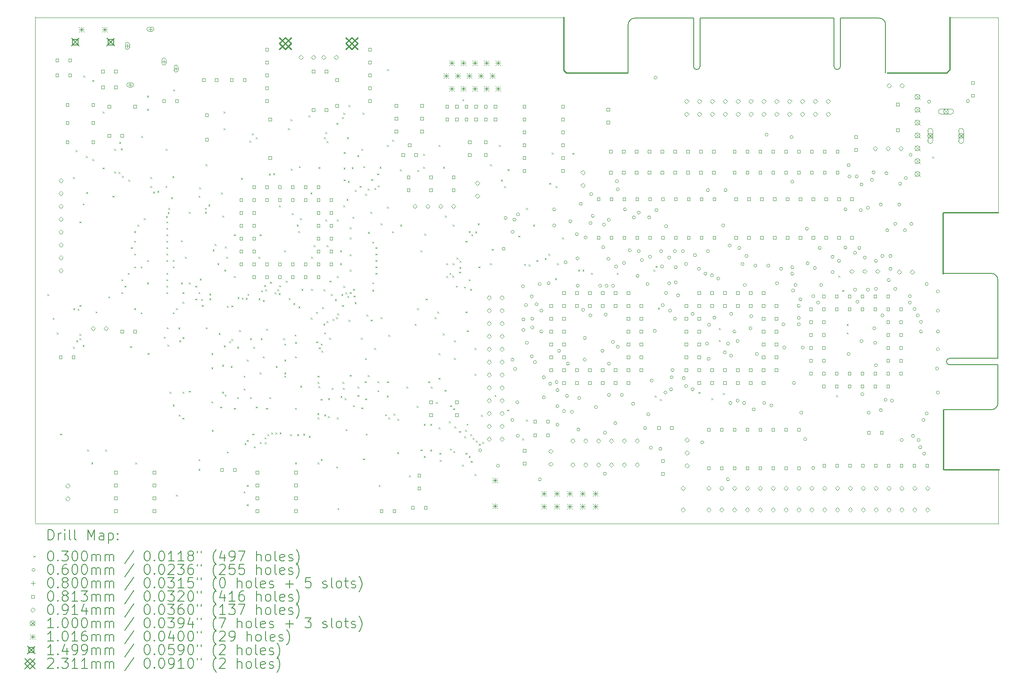
<source format=gbr>
%TF.GenerationSoftware,KiCad,Pcbnew,8.0.2*%
%TF.CreationDate,2024-05-25T17:17:49+02:00*%
%TF.ProjectId,micropet_v3,6d696372-6f70-4657-945f-76332e6b6963,rev?*%
%TF.SameCoordinates,Original*%
%TF.FileFunction,Drillmap*%
%TF.FilePolarity,Positive*%
%FSLAX45Y45*%
G04 Gerber Fmt 4.5, Leading zero omitted, Abs format (unit mm)*
G04 Created by KiCad (PCBNEW 8.0.2) date 2024-05-25 17:17:49*
%MOMM*%
%LPD*%
G01*
G04 APERTURE LIST*
%ADD10C,0.254000*%
%ADD11C,0.050000*%
%ADD12C,0.127000*%
%ADD13C,0.200000*%
%ADD14C,0.100000*%
%ADD15C,0.101600*%
%ADD16C,0.149860*%
%ADD17C,0.231140*%
G04 APERTURE END LIST*
D10*
X25278286Y-7762875D02*
X25294161Y-7747000D01*
D11*
X17805400Y-3890000D02*
X17805400Y-3890000D01*
X7366000Y-13890000D02*
X26372161Y-13890000D01*
X7366000Y-3873500D02*
X7366000Y-13873500D01*
D10*
X24182911Y-4984750D02*
X25357661Y-4984750D01*
X25294161Y-11636375D02*
X25294161Y-12827000D01*
D11*
X26365723Y-3889375D02*
X25425400Y-3889375D01*
X17805400Y-3890000D02*
X7366000Y-3890000D01*
D10*
X25421161Y-3886200D02*
X25421161Y-4921250D01*
X25278286Y-8953500D02*
X25278286Y-7762875D01*
X19055286Y-4984750D02*
X17848786Y-4984750D01*
X26373661Y-7747000D02*
X25294161Y-7747000D01*
X25357661Y-4984750D02*
X25421161Y-4921250D01*
X17801161Y-3886200D02*
X17801161Y-4937125D01*
D11*
X26372161Y-13898562D02*
X26372161Y-12827000D01*
X26372161Y-7747000D02*
X26372161Y-3890000D01*
D10*
X17848786Y-4984750D02*
X17801161Y-4937125D01*
X26389536Y-12827000D02*
X25310036Y-12827000D01*
D12*
X19071161Y-4032250D02*
X19071161Y-4984750D01*
X20358941Y-3905250D02*
X19198161Y-3905250D01*
X20358941Y-3905250D02*
X20358941Y-4857750D01*
X20485941Y-3905250D02*
X20485941Y-4857750D01*
X23132621Y-3905250D02*
X20485941Y-3905250D01*
X23132621Y-3905250D02*
X23132621Y-4857750D01*
X23259621Y-3905250D02*
X23259621Y-4857750D01*
X24024161Y-3905250D02*
X23259621Y-3905250D01*
X24151161Y-4984750D02*
X24151161Y-4032250D01*
X19071161Y-4032250D02*
G75*
G02*
X19198161Y-3905250I127000J0D01*
G01*
X20422441Y-4921250D02*
G75*
G02*
X20358941Y-4857750I0J63500D01*
G01*
X20485941Y-4857750D02*
G75*
G02*
X20422441Y-4921250I-63500J0D01*
G01*
X23196121Y-4921250D02*
G75*
G02*
X23132621Y-4857750I0J63500D01*
G01*
X23259621Y-4857750D02*
G75*
G02*
X23196121Y-4921250I-63500J0D01*
G01*
X24024161Y-3905250D02*
G75*
G02*
X24151161Y-4032250I0J-127000D01*
G01*
X25286223Y-11641137D02*
X26238723Y-11641137D01*
X26238723Y-8948738D02*
X25286223Y-8948738D01*
X26365723Y-10627678D02*
X25413223Y-10627678D01*
X26365723Y-10627678D02*
X26365723Y-9075738D01*
X26365723Y-10754678D02*
X25413223Y-10754678D01*
X26365723Y-11514137D02*
X26365723Y-10754678D01*
X25349723Y-10691178D02*
G75*
G02*
X25413223Y-10627678I63500J0D01*
G01*
X25413223Y-10754678D02*
G75*
G02*
X25349723Y-10691178I0J63500D01*
G01*
X26238723Y-8948738D02*
G75*
G02*
X26365723Y-9075738I0J-127000D01*
G01*
X26365723Y-11514137D02*
G75*
G02*
X26238723Y-11641137I-127000J0D01*
G01*
D13*
D14*
X7605000Y-9357600D02*
X7635000Y-9387600D01*
X7635000Y-9357600D02*
X7605000Y-9387600D01*
X7709933Y-9828067D02*
X7739933Y-9858067D01*
X7739933Y-9828067D02*
X7709933Y-9858067D01*
X7789933Y-10116636D02*
X7819933Y-10146636D01*
X7819933Y-10116636D02*
X7789933Y-10146636D01*
X7859000Y-12113500D02*
X7889000Y-12143500D01*
X7889000Y-12113500D02*
X7859000Y-12143500D01*
X8113000Y-7046200D02*
X8143000Y-7076200D01*
X8143000Y-7046200D02*
X8113000Y-7076200D01*
X8113000Y-10399000D02*
X8143000Y-10429000D01*
X8143000Y-10399000D02*
X8113000Y-10429000D01*
X8118447Y-9637684D02*
X8148447Y-9667684D01*
X8148447Y-9637684D02*
X8118447Y-9667684D01*
X8163800Y-6512800D02*
X8193800Y-6542800D01*
X8193800Y-6512800D02*
X8163800Y-6542800D01*
X8176500Y-10272000D02*
X8206500Y-10302000D01*
X8206500Y-10272000D02*
X8176500Y-10302000D01*
X8202577Y-9649819D02*
X8232577Y-9679819D01*
X8232577Y-9649819D02*
X8202577Y-9679819D01*
X8240000Y-7922500D02*
X8270000Y-7952500D01*
X8270000Y-7922500D02*
X8240000Y-7952500D01*
X8240000Y-10145000D02*
X8270000Y-10175000D01*
X8270000Y-10145000D02*
X8240000Y-10175000D01*
X8240000Y-10230000D02*
X8270000Y-10260000D01*
X8270000Y-10230000D02*
X8240000Y-10260000D01*
X8240000Y-9573500D02*
X8270000Y-9603500D01*
X8270000Y-9573500D02*
X8240000Y-9603500D01*
X8305000Y-7565340D02*
X8335000Y-7595340D01*
X8335000Y-7565340D02*
X8305000Y-7595340D01*
X8305816Y-10363540D02*
X8335816Y-10393540D01*
X8335816Y-10363540D02*
X8305816Y-10393540D01*
X8316200Y-5039600D02*
X8346200Y-5069600D01*
X8346200Y-5039600D02*
X8316200Y-5069600D01*
X8367000Y-6628600D02*
X8397000Y-6658600D01*
X8397000Y-6628600D02*
X8367000Y-6658600D01*
X8370000Y-7340344D02*
X8400000Y-7370344D01*
X8400000Y-7340344D02*
X8370000Y-7370344D01*
X8392400Y-12431000D02*
X8422400Y-12461000D01*
X8422400Y-12431000D02*
X8392400Y-12461000D01*
X8474133Y-12685244D02*
X8504133Y-12715244D01*
X8504133Y-12685244D02*
X8474133Y-12715244D01*
X8494000Y-5128500D02*
X8524000Y-5158500D01*
X8524000Y-5128500D02*
X8494000Y-5158500D01*
X8494000Y-6690600D02*
X8524000Y-6720600D01*
X8524000Y-6690600D02*
X8494000Y-6720600D01*
X8557500Y-9700500D02*
X8587500Y-9730500D01*
X8587500Y-9700500D02*
X8557500Y-9730500D01*
X8697200Y-5750800D02*
X8727200Y-5780800D01*
X8727200Y-5750800D02*
X8697200Y-5780800D01*
X8697200Y-6854200D02*
X8727200Y-6884200D01*
X8727200Y-6854200D02*
X8697200Y-6884200D01*
X8748000Y-12431000D02*
X8778000Y-12461000D01*
X8778000Y-12431000D02*
X8748000Y-12461000D01*
X8813494Y-9402191D02*
X8843494Y-9432191D01*
X8843494Y-9402191D02*
X8813494Y-9432191D01*
X8891815Y-7411631D02*
X8921815Y-7441631D01*
X8921815Y-7411631D02*
X8891815Y-7441631D01*
X8925800Y-6487400D02*
X8955800Y-6517400D01*
X8955800Y-6487400D02*
X8925800Y-6517400D01*
X8925800Y-6934200D02*
X8955800Y-6964200D01*
X8955800Y-6934200D02*
X8925800Y-6964200D01*
X9013200Y-6944600D02*
X9043200Y-6974600D01*
X9043200Y-6944600D02*
X9013200Y-6974600D01*
X9025171Y-6349818D02*
X9055171Y-6379818D01*
X9055171Y-6349818D02*
X9025171Y-6379818D01*
X9058711Y-6479480D02*
X9088711Y-6509480D01*
X9088711Y-6479480D02*
X9058711Y-6509480D01*
X9065500Y-9065500D02*
X9095500Y-9095500D01*
X9095500Y-9065500D02*
X9065500Y-9095500D01*
X9065500Y-9319500D02*
X9095500Y-9349500D01*
X9095500Y-9319500D02*
X9065500Y-9349500D01*
X9078200Y-7020800D02*
X9108200Y-7050800D01*
X9108200Y-7020800D02*
X9078200Y-7050800D01*
X9129000Y-9192500D02*
X9159000Y-9222500D01*
X9159000Y-9192500D02*
X9129000Y-9222500D01*
X9192500Y-8938500D02*
X9222500Y-8968500D01*
X9222500Y-8938500D02*
X9192500Y-8968500D01*
X9207333Y-7096112D02*
X9237333Y-7126112D01*
X9237333Y-7096112D02*
X9207333Y-7126112D01*
X9239500Y-10386040D02*
X9269500Y-10416040D01*
X9269500Y-10386040D02*
X9239500Y-10416040D01*
X9256000Y-8430500D02*
X9286000Y-8460500D01*
X9286000Y-8430500D02*
X9256000Y-8460500D01*
X9319021Y-8811979D02*
X9349021Y-8841979D01*
X9349021Y-8811979D02*
X9319021Y-8841979D01*
X9319500Y-8113000D02*
X9349500Y-8143000D01*
X9349500Y-8113000D02*
X9319500Y-8143000D01*
X9319500Y-8303500D02*
X9349500Y-8333500D01*
X9349500Y-8303500D02*
X9319500Y-8333500D01*
X9319500Y-8557500D02*
X9349500Y-8587500D01*
X9349500Y-8557500D02*
X9319500Y-8587500D01*
X9319500Y-9637000D02*
X9349500Y-9667000D01*
X9349500Y-9637000D02*
X9319500Y-9667000D01*
X9342649Y-12685000D02*
X9372649Y-12715000D01*
X9372649Y-12685000D02*
X9342649Y-12715000D01*
X9383000Y-7986000D02*
X9413000Y-8016000D01*
X9413000Y-7986000D02*
X9383000Y-8016000D01*
X9446500Y-8811500D02*
X9476500Y-8841500D01*
X9476500Y-8811500D02*
X9446500Y-8841500D01*
X9446500Y-9717000D02*
X9476500Y-9747000D01*
X9476500Y-9717000D02*
X9446500Y-9747000D01*
X9459200Y-6233400D02*
X9489200Y-6263400D01*
X9489200Y-6233400D02*
X9459200Y-6263400D01*
X9510000Y-7859000D02*
X9540000Y-7889000D01*
X9540000Y-7859000D02*
X9510000Y-7889000D01*
X9573500Y-5434800D02*
X9603500Y-5464800D01*
X9603500Y-5434800D02*
X9573500Y-5464800D01*
X9573500Y-5700000D02*
X9603500Y-5730000D01*
X9603500Y-5700000D02*
X9573500Y-5730000D01*
X9573500Y-8684500D02*
X9603500Y-8714500D01*
X9603500Y-8684500D02*
X9573500Y-8714500D01*
X9573500Y-9129000D02*
X9603500Y-9159000D01*
X9603500Y-9129000D02*
X9573500Y-9159000D01*
X9588574Y-10521259D02*
X9618574Y-10551259D01*
X9618574Y-10521259D02*
X9588574Y-10551259D01*
X9637000Y-7046200D02*
X9667000Y-7076200D01*
X9667000Y-7046200D02*
X9637000Y-7076200D01*
X9637000Y-7224000D02*
X9667000Y-7254000D01*
X9667000Y-7224000D02*
X9637000Y-7254000D01*
X9692091Y-7330748D02*
X9722091Y-7360748D01*
X9722091Y-7330748D02*
X9692091Y-7360748D01*
X9776163Y-7318220D02*
X9806163Y-7348220D01*
X9806163Y-7318220D02*
X9776163Y-7348220D01*
X9905962Y-10198300D02*
X9935962Y-10228300D01*
X9935962Y-10198300D02*
X9905962Y-10228300D01*
X9939031Y-7219000D02*
X9969031Y-7249000D01*
X9969031Y-7219000D02*
X9939031Y-7249000D01*
X9941800Y-6487400D02*
X9971800Y-6517400D01*
X9971800Y-6487400D02*
X9941800Y-6517400D01*
X9945342Y-7817721D02*
X9975342Y-7847721D01*
X9975342Y-7817721D02*
X9945342Y-7847721D01*
X9954500Y-7922500D02*
X9984500Y-7952500D01*
X9984500Y-7922500D02*
X9954500Y-7952500D01*
X9954500Y-8049500D02*
X9984500Y-8079500D01*
X9984500Y-8049500D02*
X9954500Y-8079500D01*
X9954500Y-8176500D02*
X9984500Y-8206500D01*
X9984500Y-8176500D02*
X9954500Y-8206500D01*
X9954500Y-8303500D02*
X9984500Y-8333500D01*
X9984500Y-8303500D02*
X9954500Y-8333500D01*
X9954500Y-8430500D02*
X9984500Y-8460500D01*
X9984500Y-8430500D02*
X9954500Y-8460500D01*
X9954500Y-8557500D02*
X9984500Y-8587500D01*
X9984500Y-8557500D02*
X9954500Y-8587500D01*
X9954500Y-8684500D02*
X9984500Y-8714500D01*
X9984500Y-8684500D02*
X9954500Y-8714500D01*
X9954500Y-8938500D02*
X9984500Y-8968500D01*
X9984500Y-8938500D02*
X9954500Y-8968500D01*
X9954500Y-9065500D02*
X9984500Y-9095500D01*
X9984500Y-9065500D02*
X9954500Y-9095500D01*
X9954500Y-9192500D02*
X9984500Y-9222500D01*
X9984500Y-9192500D02*
X9954500Y-9222500D01*
X9954500Y-9319500D02*
X9984500Y-9349500D01*
X9984500Y-9319500D02*
X9954500Y-9349500D01*
X9963437Y-10012176D02*
X9993437Y-10042176D01*
X9993437Y-10012176D02*
X9963437Y-10042176D01*
X9975946Y-10356977D02*
X10005946Y-10386977D01*
X10005946Y-10356977D02*
X9975946Y-10386977D01*
X9979136Y-7739727D02*
X10009136Y-7769727D01*
X10009136Y-7739727D02*
X9979136Y-7769727D01*
X9992600Y-7655800D02*
X10022600Y-7685800D01*
X10022600Y-7655800D02*
X9992600Y-7685800D01*
X10018000Y-11288000D02*
X10048000Y-11318000D01*
X10048000Y-11288000D02*
X10018000Y-11318000D01*
X10047083Y-7444480D02*
X10077083Y-7474480D01*
X10077083Y-7444480D02*
X10047083Y-7474480D01*
X10075368Y-7029389D02*
X10105368Y-7059389D01*
X10105368Y-7029389D02*
X10075368Y-7059389D01*
X10081500Y-11542000D02*
X10111500Y-11572000D01*
X10111500Y-11542000D02*
X10081500Y-11572000D01*
X10081500Y-8684500D02*
X10111500Y-8714500D01*
X10111500Y-8684500D02*
X10081500Y-8714500D01*
X10081500Y-8811500D02*
X10111500Y-8841500D01*
X10111500Y-8811500D02*
X10081500Y-8841500D01*
X10081500Y-9717000D02*
X10111500Y-9747000D01*
X10111500Y-9717000D02*
X10081500Y-9747000D01*
X10091702Y-5315200D02*
X10121702Y-5345200D01*
X10121702Y-5315200D02*
X10091702Y-5345200D01*
X10145000Y-9637000D02*
X10175000Y-9667000D01*
X10175000Y-9637000D02*
X10145000Y-9667000D01*
X10145000Y-13320000D02*
X10175000Y-13350000D01*
X10175000Y-13320000D02*
X10145000Y-13350000D01*
X10191128Y-10017136D02*
X10221128Y-10047136D01*
X10221128Y-10017136D02*
X10191128Y-10047136D01*
X10201120Y-11739880D02*
X10231120Y-11769880D01*
X10231120Y-11739880D02*
X10201120Y-11769880D01*
X10208500Y-10272000D02*
X10238500Y-10302000D01*
X10238500Y-10272000D02*
X10208500Y-10302000D01*
X10242800Y-8293600D02*
X10272800Y-8323600D01*
X10272800Y-8293600D02*
X10242800Y-8323600D01*
X10242800Y-9129000D02*
X10272800Y-9159000D01*
X10272800Y-9129000D02*
X10242800Y-9159000D01*
X10272000Y-9319500D02*
X10302000Y-9349500D01*
X10302000Y-9319500D02*
X10272000Y-9349500D01*
X10272000Y-9510000D02*
X10302000Y-9540000D01*
X10302000Y-9510000D02*
X10272000Y-9540000D01*
X10272000Y-10208500D02*
X10302000Y-10238500D01*
X10302000Y-10208500D02*
X10272000Y-10238500D01*
X10272000Y-11288000D02*
X10302000Y-11318000D01*
X10302000Y-11288000D02*
X10272000Y-11318000D01*
X10273500Y-11799985D02*
X10303500Y-11829985D01*
X10303500Y-11799985D02*
X10273500Y-11829985D01*
X10322800Y-8621000D02*
X10352800Y-8651000D01*
X10352800Y-8621000D02*
X10322800Y-8651000D01*
X10399000Y-7732000D02*
X10429000Y-7762000D01*
X10429000Y-7732000D02*
X10399000Y-7762000D01*
X10399000Y-9129000D02*
X10429000Y-9159000D01*
X10429000Y-9129000D02*
X10399000Y-9159000D01*
X10399000Y-11263812D02*
X10429000Y-11293812D01*
X10429000Y-11263812D02*
X10399000Y-11293812D01*
X10526000Y-9192500D02*
X10556000Y-9222500D01*
X10556000Y-9192500D02*
X10526000Y-9222500D01*
X10526000Y-9446500D02*
X10556000Y-9476500D01*
X10556000Y-9446500D02*
X10526000Y-9476500D01*
X10589500Y-7414500D02*
X10619500Y-7444500D01*
X10619500Y-7414500D02*
X10589500Y-7444500D01*
X10589500Y-9319500D02*
X10619500Y-9349500D01*
X10619500Y-9319500D02*
X10589500Y-9349500D01*
X10589500Y-12621500D02*
X10619500Y-12651500D01*
X10619500Y-12621500D02*
X10589500Y-12651500D01*
X10589500Y-12812000D02*
X10619500Y-12842000D01*
X10619500Y-12812000D02*
X10589500Y-12842000D01*
X10602200Y-7249400D02*
X10632200Y-7279400D01*
X10632200Y-7249400D02*
X10602200Y-7279400D01*
X10615052Y-9052059D02*
X10645052Y-9082059D01*
X10645052Y-9052059D02*
X10615052Y-9082059D01*
X10642278Y-9452320D02*
X10672278Y-9482320D01*
X10672278Y-9452320D02*
X10642278Y-9482320D01*
X10653000Y-9573500D02*
X10683000Y-9603500D01*
X10683000Y-9573500D02*
X10653000Y-9603500D01*
X10715460Y-7732000D02*
X10745460Y-7762000D01*
X10745460Y-7732000D02*
X10715460Y-7762000D01*
X10716500Y-7652000D02*
X10746500Y-7682000D01*
X10746500Y-7652000D02*
X10716500Y-7682000D01*
X10729200Y-6792200D02*
X10759200Y-6822200D01*
X10759200Y-6792200D02*
X10729200Y-6822200D01*
X10734038Y-10013162D02*
X10764038Y-10043162D01*
X10764038Y-10013162D02*
X10734038Y-10043162D01*
X10784822Y-7587000D02*
X10814822Y-7617000D01*
X10814822Y-7587000D02*
X10784822Y-7617000D01*
X10800075Y-9441475D02*
X10830075Y-9471475D01*
X10830075Y-9441475D02*
X10800075Y-9471475D01*
X10802278Y-9346594D02*
X10832278Y-9376594D01*
X10832278Y-9346594D02*
X10802278Y-9376594D01*
X10843500Y-10526000D02*
X10873500Y-10556000D01*
X10873500Y-10526000D02*
X10843500Y-10556000D01*
X10843500Y-10803813D02*
X10873500Y-10833813D01*
X10873500Y-10803813D02*
X10843500Y-10833813D01*
X10843500Y-11478500D02*
X10873500Y-11508500D01*
X10873500Y-11478500D02*
X10843500Y-11508500D01*
X10850880Y-12042620D02*
X10880880Y-12072620D01*
X10880880Y-12042620D02*
X10850880Y-12072620D01*
X10867904Y-8477834D02*
X10897904Y-8507834D01*
X10897904Y-8477834D02*
X10867904Y-8507834D01*
X10907000Y-8367000D02*
X10937000Y-8397000D01*
X10937000Y-8367000D02*
X10907000Y-8397000D01*
X10962240Y-8748000D02*
X10992240Y-8778000D01*
X10992240Y-8748000D02*
X10962240Y-8778000D01*
X10987180Y-10128320D02*
X11017180Y-10158320D01*
X11017180Y-10128320D02*
X10987180Y-10158320D01*
X11019000Y-11580815D02*
X11049000Y-11610815D01*
X11049000Y-11580815D02*
X11019000Y-11610815D01*
X11034000Y-7351000D02*
X11064000Y-7381000D01*
X11064000Y-7351000D02*
X11034000Y-7381000D01*
X11055500Y-10753813D02*
X11085500Y-10783813D01*
X11085500Y-10753813D02*
X11055500Y-10783813D01*
X11055500Y-11288000D02*
X11085500Y-11318000D01*
X11085500Y-11288000D02*
X11055500Y-11318000D01*
X11059079Y-7807395D02*
X11089079Y-7837395D01*
X11089079Y-7807395D02*
X11059079Y-7837395D01*
X11084800Y-5750800D02*
X11114800Y-5780800D01*
X11114800Y-5750800D02*
X11084800Y-5780800D01*
X11084800Y-6081000D02*
X11114800Y-6111000D01*
X11114800Y-6081000D02*
X11084800Y-6111000D01*
X11091178Y-10374317D02*
X11121178Y-10404317D01*
X11121178Y-10374317D02*
X11091178Y-10404317D01*
X11097500Y-8875000D02*
X11127500Y-8905000D01*
X11127500Y-8875000D02*
X11097500Y-8905000D01*
X11108250Y-11340750D02*
X11138250Y-11370750D01*
X11138250Y-11340750D02*
X11108250Y-11370750D01*
X11110200Y-8417800D02*
X11140200Y-8447800D01*
X11140200Y-8417800D02*
X11110200Y-8447800D01*
X11135600Y-8621000D02*
X11165600Y-8651000D01*
X11165600Y-8621000D02*
X11135600Y-8651000D01*
X11148700Y-9588824D02*
X11178700Y-9618824D01*
X11178700Y-9588824D02*
X11148700Y-9618824D01*
X11150446Y-12468706D02*
X11180446Y-12498706D01*
X11180446Y-12468706D02*
X11150446Y-12498706D01*
X11196378Y-10286878D02*
X11226378Y-10316878D01*
X11226378Y-10286878D02*
X11196378Y-10316878D01*
X11224500Y-10780000D02*
X11254500Y-10810000D01*
X11254500Y-10780000D02*
X11224500Y-10810000D01*
X11237200Y-9579320D02*
X11267200Y-9609320D01*
X11267200Y-9579320D02*
X11237200Y-9609320D01*
X11238878Y-10244378D02*
X11268878Y-10274378D01*
X11268878Y-10244378D02*
X11238878Y-10274378D01*
X11288000Y-8176500D02*
X11318000Y-8206500D01*
X11318000Y-8176500D02*
X11288000Y-8206500D01*
X11288000Y-9002000D02*
X11318000Y-9032000D01*
X11318000Y-9002000D02*
X11288000Y-9032000D01*
X11288000Y-11605500D02*
X11318000Y-11635500D01*
X11318000Y-11605500D02*
X11288000Y-11635500D01*
X11351500Y-10399000D02*
X11381500Y-10429000D01*
X11381500Y-10399000D02*
X11351500Y-10429000D01*
X11351500Y-11393500D02*
X11381500Y-11423500D01*
X11381500Y-11393500D02*
X11351500Y-11423500D01*
X11359309Y-9417908D02*
X11389309Y-9447908D01*
X11389309Y-9417908D02*
X11359309Y-9447908D01*
X11392195Y-10068744D02*
X11422195Y-10098744D01*
X11422195Y-10068744D02*
X11392195Y-10098744D01*
X11429212Y-7063260D02*
X11459212Y-7093260D01*
X11459212Y-7063260D02*
X11429212Y-7093260D01*
X11443698Y-9428086D02*
X11473698Y-9458086D01*
X11473698Y-9428086D02*
X11443698Y-9458086D01*
X11478500Y-10970500D02*
X11508500Y-11000500D01*
X11508500Y-10970500D02*
X11478500Y-11000500D01*
X11478500Y-11224500D02*
X11508500Y-11254500D01*
X11508500Y-11224500D02*
X11478500Y-11254500D01*
X11478500Y-13256500D02*
X11508500Y-13286500D01*
X11508500Y-13256500D02*
X11478500Y-13286500D01*
X11495000Y-12304000D02*
X11525000Y-12334000D01*
X11525000Y-12304000D02*
X11495000Y-12334000D01*
X11522424Y-9431391D02*
X11552424Y-9461391D01*
X11552424Y-9431391D02*
X11522424Y-9461391D01*
X11542000Y-10653000D02*
X11572000Y-10683000D01*
X11572000Y-10653000D02*
X11542000Y-10683000D01*
X11542000Y-12240500D02*
X11572000Y-12270500D01*
X11572000Y-12240500D02*
X11542000Y-12270500D01*
X11542000Y-13129500D02*
X11572000Y-13159500D01*
X11572000Y-13129500D02*
X11542000Y-13159500D01*
X11542000Y-13510500D02*
X11572000Y-13540500D01*
X11572000Y-13510500D02*
X11542000Y-13540500D01*
X11554579Y-9352708D02*
X11584579Y-9382708D01*
X11584579Y-9352708D02*
X11554579Y-9382708D01*
X11592800Y-6323800D02*
X11622800Y-6353800D01*
X11622800Y-6323800D02*
X11592800Y-6353800D01*
X11605500Y-10230000D02*
X11635500Y-10260000D01*
X11635500Y-10230000D02*
X11605500Y-10260000D01*
X11605500Y-11393500D02*
X11635500Y-11423500D01*
X11635500Y-11393500D02*
X11605500Y-11423500D01*
X11643600Y-6182600D02*
X11673600Y-6212600D01*
X11673600Y-6182600D02*
X11643600Y-6212600D01*
X11651462Y-12112000D02*
X11681462Y-12142000D01*
X11681462Y-12112000D02*
X11651462Y-12142000D01*
X11669000Y-10399000D02*
X11699000Y-10429000D01*
X11699000Y-10399000D02*
X11669000Y-10429000D01*
X11684116Y-12366000D02*
X11714116Y-12396000D01*
X11714116Y-12366000D02*
X11684116Y-12396000D01*
X11719000Y-11579939D02*
X11749000Y-11609939D01*
X11749000Y-11579939D02*
X11719000Y-11609939D01*
X11719800Y-6258800D02*
X11749800Y-6288800D01*
X11749800Y-6258800D02*
X11719800Y-6288800D01*
X11770600Y-8621000D02*
X11800600Y-8651000D01*
X11800600Y-8621000D02*
X11770600Y-8651000D01*
X11776777Y-9442231D02*
X11806777Y-9472231D01*
X11806777Y-9442231D02*
X11776777Y-9472231D01*
X11796000Y-8176500D02*
X11826000Y-8206500D01*
X11826000Y-8176500D02*
X11796000Y-8206500D01*
X11796000Y-10907000D02*
X11826000Y-10937000D01*
X11826000Y-10907000D02*
X11796000Y-10937000D01*
X11800777Y-12281484D02*
X11830777Y-12311484D01*
X11830777Y-12281484D02*
X11800777Y-12311484D01*
X11818000Y-10230000D02*
X11848000Y-10260000D01*
X11848000Y-10230000D02*
X11818000Y-10260000D01*
X11827165Y-9285074D02*
X11857165Y-9315074D01*
X11857165Y-9285074D02*
X11827165Y-9315074D01*
X11858754Y-9476634D02*
X11888754Y-9506634D01*
X11888754Y-9476634D02*
X11858754Y-9506634D01*
X11859500Y-10589500D02*
X11889500Y-10619500D01*
X11889500Y-10589500D02*
X11859500Y-10619500D01*
X11884816Y-9179848D02*
X11914816Y-9209848D01*
X11914816Y-9179848D02*
X11884816Y-9209848D01*
X11893492Y-12190351D02*
X11923492Y-12220351D01*
X11923492Y-12190351D02*
X11893492Y-12220351D01*
X11895861Y-12284644D02*
X11925861Y-12314644D01*
X11925861Y-12284644D02*
X11895861Y-12314644D01*
X11908800Y-9261394D02*
X11938800Y-9291394D01*
X11938800Y-9261394D02*
X11908800Y-9291394D01*
X11923000Y-11605500D02*
X11953000Y-11635500D01*
X11953000Y-11605500D02*
X11923000Y-11635500D01*
X11923695Y-10043265D02*
X11953695Y-10073265D01*
X11953695Y-10043265D02*
X11923695Y-10073265D01*
X11947056Y-12124352D02*
X11977056Y-12154352D01*
X11977056Y-12124352D02*
X11947056Y-12154352D01*
X11978221Y-6978887D02*
X12008221Y-7008887D01*
X12008221Y-6978887D02*
X11978221Y-7008887D01*
X11986500Y-11393500D02*
X12016500Y-11423500D01*
X12016500Y-11393500D02*
X11986500Y-11423500D01*
X11999200Y-9114848D02*
X12029200Y-9144848D01*
X12029200Y-9114848D02*
X11999200Y-9144848D01*
X12025511Y-12091641D02*
X12055511Y-12121641D01*
X12055511Y-12091641D02*
X12025511Y-12121641D01*
X12062577Y-6968443D02*
X12092577Y-6998443D01*
X12092577Y-6968443D02*
X12062577Y-6998443D01*
X12092556Y-9320612D02*
X12122556Y-9350612D01*
X12122556Y-9320612D02*
X12092556Y-9350612D01*
X12110511Y-12091641D02*
X12140511Y-12121641D01*
X12140511Y-12091641D02*
X12110511Y-12121641D01*
X12113500Y-10780000D02*
X12143500Y-10810000D01*
X12143500Y-10780000D02*
X12113500Y-10810000D01*
X12142260Y-9264126D02*
X12172260Y-9294126D01*
X12172260Y-9264126D02*
X12142260Y-9294126D01*
X12174896Y-9341710D02*
X12204896Y-9371710D01*
X12204896Y-9341710D02*
X12174896Y-9371710D01*
X12177000Y-7605000D02*
X12207000Y-7635000D01*
X12207000Y-7605000D02*
X12177000Y-7635000D01*
X12181440Y-9184132D02*
X12211440Y-9214132D01*
X12211440Y-9184132D02*
X12181440Y-9214132D01*
X12188659Y-12091641D02*
X12218659Y-12121641D01*
X12218659Y-12091641D02*
X12188659Y-12121641D01*
X12262000Y-10230000D02*
X12292000Y-10260000D01*
X12292000Y-10230000D02*
X12262000Y-10260000D01*
X12278600Y-8494000D02*
X12308600Y-8524000D01*
X12308600Y-8494000D02*
X12278600Y-8524000D01*
X12282500Y-10335500D02*
X12312500Y-10365500D01*
X12312500Y-10335500D02*
X12282500Y-10365500D01*
X12282500Y-10653000D02*
X12312500Y-10683000D01*
X12312500Y-10653000D02*
X12282500Y-10683000D01*
X12282500Y-10907000D02*
X12312500Y-10937000D01*
X12312500Y-10907000D02*
X12282500Y-10937000D01*
X12282500Y-10970500D02*
X12312500Y-11000500D01*
X12312500Y-10970500D02*
X12282500Y-11000500D01*
X12311862Y-9095738D02*
X12341862Y-9125738D01*
X12341862Y-9095738D02*
X12311862Y-9125738D01*
X12354800Y-6081000D02*
X12384800Y-6111000D01*
X12384800Y-6081000D02*
X12354800Y-6111000D01*
X12367500Y-9436740D02*
X12397500Y-9466740D01*
X12397500Y-9436740D02*
X12367500Y-9466740D01*
X12396701Y-12126839D02*
X12426701Y-12156839D01*
X12426701Y-12126839D02*
X12396701Y-12156839D01*
X12405600Y-5903200D02*
X12435600Y-5933200D01*
X12435600Y-5903200D02*
X12405600Y-5933200D01*
X12410438Y-6879600D02*
X12440438Y-6909600D01*
X12440438Y-6879600D02*
X12410438Y-6909600D01*
X12431000Y-7757400D02*
X12461000Y-7787400D01*
X12461000Y-7757400D02*
X12431000Y-7787400D01*
X12462956Y-9534900D02*
X12492956Y-9564900D01*
X12492956Y-9534900D02*
X12462956Y-9564900D01*
X12484868Y-10156160D02*
X12514868Y-10186160D01*
X12514868Y-10156160D02*
X12484868Y-10186160D01*
X12494500Y-10303813D02*
X12524500Y-10333813D01*
X12524500Y-10303813D02*
X12494500Y-10333813D01*
X12494500Y-10589500D02*
X12524500Y-10619500D01*
X12524500Y-10589500D02*
X12494500Y-10619500D01*
X12494500Y-11605500D02*
X12524500Y-11635500D01*
X12524500Y-11605500D02*
X12494500Y-11635500D01*
X12494500Y-12685000D02*
X12524500Y-12715000D01*
X12524500Y-12685000D02*
X12494500Y-12715000D01*
X12529600Y-7986000D02*
X12559600Y-8016000D01*
X12559600Y-7986000D02*
X12529600Y-8016000D01*
X12538988Y-12125952D02*
X12568988Y-12155952D01*
X12568988Y-12125952D02*
X12538988Y-12155952D01*
X12558000Y-8113000D02*
X12588000Y-8143000D01*
X12588000Y-8113000D02*
X12558000Y-8143000D01*
X12562895Y-9599900D02*
X12592895Y-9629900D01*
X12592895Y-9599900D02*
X12562895Y-9629900D01*
X12569466Y-6828800D02*
X12599466Y-6858800D01*
X12599466Y-6828800D02*
X12569466Y-6858800D01*
X12594600Y-7859000D02*
X12624600Y-7889000D01*
X12624600Y-7859000D02*
X12594600Y-7889000D01*
X12595481Y-11169299D02*
X12625481Y-11199298D01*
X12625481Y-11169299D02*
X12595481Y-11199298D01*
X12621500Y-9256000D02*
X12651500Y-9286000D01*
X12651500Y-9256000D02*
X12621500Y-9286000D01*
X12655273Y-12117194D02*
X12685273Y-12147194D01*
X12685273Y-12117194D02*
X12655273Y-12147194D01*
X12761200Y-5827000D02*
X12791200Y-5857000D01*
X12791200Y-5827000D02*
X12761200Y-5857000D01*
X12766241Y-12160694D02*
X12796241Y-12190694D01*
X12796241Y-12160694D02*
X12766241Y-12190694D01*
X12801090Y-7351000D02*
X12831090Y-7381000D01*
X12831090Y-7351000D02*
X12801090Y-7381000D01*
X12804543Y-9821880D02*
X12834543Y-9851880D01*
X12834543Y-9821880D02*
X12804543Y-9851880D01*
X12812000Y-8621000D02*
X12842000Y-8651000D01*
X12842000Y-8621000D02*
X12812000Y-8651000D01*
X12812000Y-9256000D02*
X12842000Y-9286000D01*
X12842000Y-9256000D02*
X12812000Y-9286000D01*
X12862800Y-8392400D02*
X12892800Y-8422400D01*
X12892800Y-8392400D02*
X12862800Y-8422400D01*
X12909756Y-9706043D02*
X12939756Y-9736043D01*
X12939756Y-9706043D02*
X12909756Y-9736043D01*
X12913600Y-10293813D02*
X12943600Y-10323813D01*
X12943600Y-10293813D02*
X12913600Y-10323813D01*
X12937081Y-11710573D02*
X12967081Y-11740573D01*
X12967081Y-11710573D02*
X12937081Y-11740573D01*
X12939000Y-10970500D02*
X12969000Y-11000500D01*
X12969000Y-10970500D02*
X12939000Y-11000500D01*
X12939000Y-11093813D02*
X12969000Y-11123813D01*
X12969000Y-11093813D02*
X12939000Y-11123813D01*
X12939000Y-11796000D02*
X12969000Y-11826000D01*
X12969000Y-11796000D02*
X12939000Y-11826000D01*
X12939000Y-12685000D02*
X12969000Y-12715000D01*
X12969000Y-12685000D02*
X12939000Y-12715000D01*
X12954912Y-6847309D02*
X12984912Y-6877309D01*
X12984912Y-6847309D02*
X12954912Y-6877309D01*
X12955090Y-11176305D02*
X12985090Y-11206305D01*
X12985090Y-11176305D02*
X12955090Y-11206305D01*
X12965136Y-10410204D02*
X12995136Y-10440204D01*
X12995136Y-10410204D02*
X12965136Y-10440204D01*
X12999862Y-11427130D02*
X13029862Y-11457130D01*
X13029862Y-11427130D02*
X12999862Y-11457130D01*
X13002500Y-10335500D02*
X13032500Y-10365500D01*
X13032500Y-10335500D02*
X13002500Y-10365500D01*
X13003326Y-12615002D02*
X13033326Y-12645002D01*
X13033326Y-12615002D02*
X13003326Y-12645002D01*
X13015200Y-10475200D02*
X13045200Y-10505200D01*
X13045200Y-10475200D02*
X13015200Y-10505200D01*
X13028817Y-9613988D02*
X13058817Y-9643988D01*
X13058817Y-9613988D02*
X13028817Y-9643988D01*
X13054438Y-9940697D02*
X13084438Y-9970697D01*
X13084438Y-9940697D02*
X13054438Y-9970697D01*
X13058889Y-9264245D02*
X13088889Y-9294245D01*
X13088889Y-9264245D02*
X13058889Y-9294245D01*
X13066000Y-6258800D02*
X13096000Y-6288800D01*
X13096000Y-6258800D02*
X13066000Y-6288800D01*
X13069386Y-11733980D02*
X13099386Y-11763980D01*
X13099386Y-11733980D02*
X13069386Y-11763980D01*
X13069761Y-10113813D02*
X13099761Y-10143813D01*
X13099761Y-10113813D02*
X13069761Y-10143813D01*
X13091400Y-6157200D02*
X13121400Y-6187200D01*
X13121400Y-6157200D02*
X13091400Y-6187200D01*
X13091400Y-7884400D02*
X13121400Y-7914400D01*
X13121400Y-7884400D02*
X13091400Y-7914400D01*
X13116800Y-6335000D02*
X13146800Y-6365000D01*
X13146800Y-6335000D02*
X13116800Y-6365000D01*
X13118471Y-8389772D02*
X13148471Y-8419772D01*
X13148471Y-8389772D02*
X13118471Y-8419772D01*
X13119438Y-9888974D02*
X13149438Y-9918974D01*
X13149438Y-9888974D02*
X13119438Y-9918974D01*
X13141782Y-11769220D02*
X13171782Y-11799220D01*
X13171782Y-11769220D02*
X13141782Y-11799220D01*
X13147530Y-11414248D02*
X13177530Y-11444248D01*
X13177530Y-11414248D02*
X13147530Y-11444248D01*
X13167600Y-10221200D02*
X13197600Y-10251200D01*
X13197600Y-10221200D02*
X13167600Y-10251200D01*
X13178800Y-9089400D02*
X13208800Y-9119400D01*
X13208800Y-9089400D02*
X13178800Y-9119400D01*
X13201481Y-9355339D02*
X13231481Y-9385339D01*
X13231481Y-9355339D02*
X13201481Y-9385339D01*
X13218400Y-11211800D02*
X13248400Y-11241800D01*
X13248400Y-11211800D02*
X13218400Y-11241800D01*
X13235526Y-9848680D02*
X13265526Y-9878680D01*
X13265526Y-9848680D02*
X13235526Y-9878680D01*
X13284227Y-9456440D02*
X13314227Y-9486440D01*
X13314227Y-9456440D02*
X13284227Y-9486440D01*
X13303384Y-9813162D02*
X13333384Y-9843162D01*
X13333384Y-9813162D02*
X13303384Y-9843162D01*
X13308452Y-12765376D02*
X13338452Y-12795376D01*
X13338452Y-12765376D02*
X13308452Y-12795376D01*
X13309726Y-5975174D02*
X13339726Y-6005174D01*
X13339726Y-5975174D02*
X13309726Y-6005174D01*
X13320000Y-7884400D02*
X13350000Y-7914400D01*
X13350000Y-7884400D02*
X13320000Y-7914400D01*
X13320000Y-9002000D02*
X13350000Y-9032000D01*
X13350000Y-9002000D02*
X13320000Y-9032000D01*
X13320000Y-11796000D02*
X13350000Y-11826000D01*
X13350000Y-11796000D02*
X13320000Y-11826000D01*
X13328733Y-9739293D02*
X13358733Y-9769293D01*
X13358733Y-9739293D02*
X13328733Y-9769293D01*
X13333747Y-13585653D02*
X13363747Y-13615653D01*
X13363747Y-13585653D02*
X13333747Y-13615653D01*
X13383500Y-8494000D02*
X13413500Y-8524000D01*
X13413500Y-8494000D02*
X13383500Y-8524000D01*
X13383500Y-8748000D02*
X13413500Y-8778000D01*
X13413500Y-8748000D02*
X13383500Y-8778000D01*
X13393336Y-11373451D02*
X13423336Y-11403451D01*
X13423336Y-11373451D02*
X13393336Y-11403451D01*
X13410291Y-9358573D02*
X13440291Y-9388573D01*
X13440291Y-9358573D02*
X13410291Y-9388573D01*
X13421600Y-5858125D02*
X13451600Y-5888125D01*
X13451600Y-5858125D02*
X13421600Y-5888125D01*
X13422617Y-9573872D02*
X13452617Y-9603872D01*
X13452617Y-9573872D02*
X13422617Y-9603872D01*
X13431187Y-11091301D02*
X13461187Y-11121301D01*
X13461187Y-11091301D02*
X13431187Y-11121301D01*
X13439028Y-11212234D02*
X13469028Y-11242234D01*
X13469028Y-11212234D02*
X13439028Y-11242234D01*
X13447000Y-5776200D02*
X13477000Y-5806200D01*
X13477000Y-5776200D02*
X13447000Y-5806200D01*
X13447000Y-7605000D02*
X13477000Y-7635000D01*
X13477000Y-7605000D02*
X13447000Y-7635000D01*
X13449191Y-9193333D02*
X13479191Y-9223333D01*
X13479191Y-9193333D02*
X13449191Y-9223333D01*
X13451087Y-6860143D02*
X13481087Y-6890143D01*
X13481087Y-6860143D02*
X13451087Y-6890143D01*
X13453804Y-6549757D02*
X13483804Y-6579757D01*
X13483804Y-6549757D02*
X13453804Y-6579757D01*
X13458159Y-7089895D02*
X13488159Y-7119895D01*
X13488159Y-7089895D02*
X13458159Y-7119895D01*
X13472400Y-11415000D02*
X13502400Y-11445000D01*
X13502400Y-11415000D02*
X13472400Y-11445000D01*
X13488123Y-9321474D02*
X13518123Y-9351474D01*
X13518123Y-9321474D02*
X13488123Y-9351474D01*
X13494508Y-12029520D02*
X13524508Y-12059520D01*
X13524508Y-12029520D02*
X13494508Y-12059520D01*
X13510500Y-7478000D02*
X13540500Y-7508000D01*
X13540500Y-7478000D02*
X13510500Y-7508000D01*
X13521045Y-6258800D02*
X13551045Y-6288800D01*
X13551045Y-6258800D02*
X13521045Y-6288800D01*
X13528525Y-9396258D02*
X13558525Y-9426258D01*
X13558525Y-9396258D02*
X13528525Y-9426258D01*
X13537335Y-7120816D02*
X13567335Y-7150816D01*
X13567335Y-7120816D02*
X13537335Y-7150816D01*
X13548600Y-5623800D02*
X13578600Y-5653800D01*
X13578600Y-5623800D02*
X13548600Y-5653800D01*
X13548600Y-9865600D02*
X13578600Y-9895600D01*
X13578600Y-9865600D02*
X13548600Y-9895600D01*
X13573771Y-8036384D02*
X13603771Y-8066384D01*
X13603771Y-8036384D02*
X13573771Y-8066384D01*
X13574000Y-8240000D02*
X13604000Y-8270000D01*
X13604000Y-8240000D02*
X13574000Y-8270000D01*
X13574000Y-8570200D02*
X13604000Y-8600200D01*
X13604000Y-8570200D02*
X13574000Y-8600200D01*
X13574000Y-8875000D02*
X13604000Y-8905000D01*
X13604000Y-8875000D02*
X13574000Y-8905000D01*
X13574000Y-9319500D02*
X13604000Y-9349500D01*
X13604000Y-9319500D02*
X13574000Y-9349500D01*
X13574000Y-10951225D02*
X13604000Y-10981225D01*
X13604000Y-10951225D02*
X13574000Y-10981225D01*
X13611419Y-6850645D02*
X13641419Y-6880645D01*
X13641419Y-6850645D02*
X13611419Y-6880645D01*
X13628297Y-7829876D02*
X13658297Y-7859876D01*
X13658297Y-7829876D02*
X13628297Y-7859876D01*
X13637500Y-9256000D02*
X13667500Y-9286000D01*
X13667500Y-9256000D02*
X13637500Y-9286000D01*
X13637500Y-11553500D02*
X13667500Y-11583500D01*
X13667500Y-11553500D02*
X13637500Y-11583500D01*
X13652321Y-9386949D02*
X13682321Y-9416949D01*
X13682321Y-9386949D02*
X13652321Y-9416949D01*
X13672871Y-9516949D02*
X13702871Y-9546949D01*
X13702871Y-9516949D02*
X13672871Y-9546949D01*
X13678256Y-7298002D02*
X13708256Y-7328002D01*
X13708256Y-7298002D02*
X13678256Y-7328002D01*
X13721400Y-6614400D02*
X13751400Y-6644400D01*
X13751400Y-6614400D02*
X13721400Y-6644400D01*
X13726400Y-11186400D02*
X13756400Y-11216400D01*
X13756400Y-11186400D02*
X13726400Y-11216400D01*
X13726400Y-11351500D02*
X13756400Y-11381500D01*
X13756400Y-11351500D02*
X13726400Y-11381500D01*
X13767094Y-7218002D02*
X13797094Y-7248002D01*
X13797094Y-7218002D02*
X13767094Y-7248002D01*
X13793474Y-10221200D02*
X13823474Y-10251200D01*
X13823474Y-10221200D02*
X13793474Y-10251200D01*
X13801500Y-11594000D02*
X13831500Y-11624000D01*
X13831500Y-11594000D02*
X13801500Y-11624000D01*
X13802600Y-6487400D02*
X13832600Y-6517400D01*
X13832600Y-6487400D02*
X13802600Y-6517400D01*
X13828000Y-5776200D02*
X13858000Y-5806200D01*
X13858000Y-5776200D02*
X13828000Y-5806200D01*
X13838717Y-12604400D02*
X13868717Y-12634400D01*
X13868717Y-12604400D02*
X13838717Y-12634400D01*
X13842200Y-6828282D02*
X13872200Y-6858282D01*
X13872200Y-6828282D02*
X13842200Y-6858282D01*
X13870964Y-11080760D02*
X13900964Y-11110760D01*
X13900964Y-11080760D02*
X13870964Y-11110760D01*
X13875919Y-10622694D02*
X13905919Y-10652694D01*
X13905919Y-10622694D02*
X13875919Y-10652694D01*
X13878800Y-7376400D02*
X13908800Y-7406400D01*
X13908800Y-7376400D02*
X13878800Y-7406400D01*
X13878800Y-11418855D02*
X13908800Y-11448855D01*
X13908800Y-11418855D02*
X13878800Y-11448855D01*
X13891500Y-12113500D02*
X13921500Y-12143500D01*
X13921500Y-12113500D02*
X13891500Y-12143500D01*
X13904200Y-9764000D02*
X13934200Y-9794000D01*
X13934200Y-9764000D02*
X13904200Y-9794000D01*
X13927902Y-7273392D02*
X13957902Y-7303392D01*
X13957902Y-7273392D02*
X13927902Y-7303392D01*
X13929600Y-10957800D02*
X13959600Y-10987800D01*
X13959600Y-10957800D02*
X13929600Y-10987800D01*
X13934976Y-8128180D02*
X13964976Y-8158180D01*
X13964976Y-8128180D02*
X13934976Y-8158180D01*
X13980400Y-7732000D02*
X14010400Y-7762000D01*
X14010400Y-7732000D02*
X13980400Y-7762000D01*
X13990364Y-9859014D02*
X14020364Y-9889014D01*
X14020364Y-9859014D02*
X13990364Y-9889014D01*
X13997015Y-7084286D02*
X14027015Y-7114286D01*
X14027015Y-7084286D02*
X13997015Y-7114286D01*
X14020000Y-8318616D02*
X14050000Y-8348616D01*
X14050000Y-8318616D02*
X14020000Y-8348616D01*
X14020000Y-9122638D02*
X14050000Y-9152638D01*
X14050000Y-9122638D02*
X14020000Y-9152638D01*
X14020000Y-9271116D02*
X14050000Y-9301116D01*
X14050000Y-9271116D02*
X14020000Y-9301116D01*
X14056600Y-10424400D02*
X14086600Y-10454400D01*
X14086600Y-10424400D02*
X14056600Y-10454400D01*
X14060238Y-7260294D02*
X14090238Y-7290294D01*
X14090238Y-7260294D02*
X14060238Y-7290294D01*
X14082000Y-8430500D02*
X14112000Y-8460500D01*
X14112000Y-8430500D02*
X14082000Y-8460500D01*
X14082000Y-8557500D02*
X14112000Y-8587500D01*
X14112000Y-8557500D02*
X14082000Y-8587500D01*
X14082000Y-8684500D02*
X14112000Y-8714500D01*
X14112000Y-8684500D02*
X14082000Y-8714500D01*
X14082000Y-8811500D02*
X14112000Y-8841500D01*
X14112000Y-8811500D02*
X14082000Y-8841500D01*
X14082000Y-8938500D02*
X14112000Y-8968500D01*
X14112000Y-8938500D02*
X14082000Y-8968500D01*
X14117721Y-6971307D02*
X14147721Y-7001307D01*
X14147721Y-6971307D02*
X14117721Y-7001307D01*
X14119880Y-11080760D02*
X14149880Y-11110760D01*
X14149880Y-11080760D02*
X14119880Y-11110760D01*
X14120100Y-11256640D02*
X14150100Y-11286640D01*
X14150100Y-11256640D02*
X14120100Y-11286640D01*
X14127934Y-7208892D02*
X14157934Y-7238892D01*
X14157934Y-7208892D02*
X14127934Y-7238892D01*
X14145500Y-13129500D02*
X14175500Y-13159500D01*
X14175500Y-13129500D02*
X14145500Y-13159500D01*
X14163368Y-6844062D02*
X14193368Y-6874062D01*
X14193368Y-6844062D02*
X14163368Y-6874062D01*
X14183600Y-7960600D02*
X14213600Y-7990600D01*
X14213600Y-7960600D02*
X14183600Y-7990600D01*
X14183600Y-9814800D02*
X14213600Y-9844800D01*
X14213600Y-9814800D02*
X14183600Y-9844800D01*
X14272500Y-11732500D02*
X14302500Y-11762500D01*
X14302500Y-11732500D02*
X14272500Y-11762500D01*
X14306160Y-11364200D02*
X14336160Y-11394200D01*
X14336160Y-11364200D02*
X14306160Y-11394200D01*
X14310600Y-4912600D02*
X14340600Y-4942600D01*
X14340600Y-4912600D02*
X14310600Y-4942600D01*
X14310600Y-6411200D02*
X14340600Y-6441200D01*
X14340600Y-6411200D02*
X14310600Y-6441200D01*
X14310600Y-7630400D02*
X14340600Y-7660400D01*
X14340600Y-7630400D02*
X14310600Y-7660400D01*
X14310600Y-11080760D02*
X14340600Y-11110760D01*
X14340600Y-11080760D02*
X14310600Y-11110760D01*
X14336000Y-10159200D02*
X14366000Y-10189200D01*
X14366000Y-10159200D02*
X14336000Y-10189200D01*
X14336000Y-11796000D02*
X14366000Y-11826000D01*
X14366000Y-11796000D02*
X14336000Y-11826000D01*
X14408400Y-8115498D02*
X14438400Y-8145498D01*
X14438400Y-8115498D02*
X14408400Y-8145498D01*
X14412200Y-6309600D02*
X14442200Y-6339600D01*
X14442200Y-6309600D02*
X14412200Y-6339600D01*
X14437600Y-11719800D02*
X14467600Y-11749800D01*
X14467600Y-11719800D02*
X14437600Y-11749800D01*
X14510978Y-12478978D02*
X14540978Y-12508978D01*
X14540978Y-12478978D02*
X14510978Y-12508978D01*
X14513800Y-11821400D02*
X14543800Y-11851400D01*
X14543800Y-11821400D02*
X14513800Y-11851400D01*
X14564600Y-6893800D02*
X14594600Y-6923800D01*
X14594600Y-6893800D02*
X14564600Y-6923800D01*
X14568400Y-7986000D02*
X14598400Y-8016000D01*
X14598400Y-7986000D02*
X14568400Y-8016000D01*
X14691600Y-11186400D02*
X14721600Y-11216400D01*
X14721600Y-11186400D02*
X14691600Y-11216400D01*
X14742400Y-12939000D02*
X14772400Y-12969000D01*
X14772400Y-12939000D02*
X14742400Y-12969000D01*
X14858200Y-9944439D02*
X14888200Y-9974439D01*
X14888200Y-9944439D02*
X14858200Y-9974439D01*
X14894800Y-11567400D02*
X14924800Y-11597400D01*
X14924800Y-11567400D02*
X14894800Y-11597400D01*
X14905238Y-9637762D02*
X14935238Y-9667762D01*
X14935238Y-9637762D02*
X14905238Y-9667762D01*
X14907500Y-6906500D02*
X14937500Y-6936500D01*
X14937500Y-6906500D02*
X14907500Y-6936500D01*
X14971000Y-8494000D02*
X15001000Y-8524000D01*
X15001000Y-8494000D02*
X14971000Y-8524000D01*
X14971000Y-12425180D02*
X15001000Y-12455180D01*
X15001000Y-12425180D02*
X14971000Y-12455180D01*
X15021800Y-6589000D02*
X15051800Y-6619000D01*
X15051800Y-6589000D02*
X15021800Y-6619000D01*
X15021800Y-6843000D02*
X15051800Y-6873000D01*
X15051800Y-6843000D02*
X15021800Y-6873000D01*
X15034500Y-11923000D02*
X15064500Y-11953000D01*
X15064500Y-11923000D02*
X15034500Y-11953000D01*
X15034500Y-12558000D02*
X15064500Y-12588000D01*
X15064500Y-12558000D02*
X15034500Y-12588000D01*
X15047200Y-8163800D02*
X15077200Y-8193800D01*
X15077200Y-8163800D02*
X15047200Y-8193800D01*
X15072600Y-9446500D02*
X15102600Y-9476500D01*
X15102600Y-9446500D02*
X15072600Y-9476500D01*
X15122793Y-11080760D02*
X15152793Y-11110760D01*
X15152793Y-11080760D02*
X15122793Y-11110760D01*
X15161500Y-11923000D02*
X15191500Y-11953000D01*
X15191500Y-11923000D02*
X15161500Y-11953000D01*
X15161500Y-12431000D02*
X15191500Y-12461000D01*
X15191500Y-12431000D02*
X15161500Y-12461000D01*
X15174200Y-11186400D02*
X15204200Y-11216400D01*
X15204200Y-11186400D02*
X15174200Y-11216400D01*
X15250400Y-9814800D02*
X15280400Y-9844800D01*
X15280400Y-9814800D02*
X15250400Y-9844800D01*
X15275800Y-11491200D02*
X15305800Y-11521200D01*
X15305800Y-11491200D02*
X15275800Y-11521200D01*
X15301200Y-9702000D02*
X15331200Y-9732000D01*
X15331200Y-9702000D02*
X15301200Y-9732000D01*
X15326138Y-11011620D02*
X15356138Y-11041620D01*
X15356138Y-11011620D02*
X15326138Y-11041620D01*
X15326600Y-6411200D02*
X15356600Y-6441200D01*
X15356600Y-6411200D02*
X15326600Y-6441200D01*
X15326600Y-10526000D02*
X15356600Y-10556000D01*
X15356600Y-10526000D02*
X15326600Y-10556000D01*
X15328941Y-11991386D02*
X15358941Y-12021386D01*
X15358941Y-11991386D02*
X15328941Y-12021386D01*
X15346176Y-12493000D02*
X15376176Y-12523000D01*
X15376176Y-12493000D02*
X15346176Y-12523000D01*
X15352000Y-12633000D02*
X15382000Y-12663000D01*
X15382000Y-12633000D02*
X15352000Y-12663000D01*
X15413129Y-10135491D02*
X15443129Y-10165491D01*
X15443129Y-10135491D02*
X15413129Y-10165491D01*
X15415500Y-6843000D02*
X15445500Y-6873000D01*
X15445500Y-6843000D02*
X15415500Y-6873000D01*
X15445768Y-11250200D02*
X15475768Y-11280200D01*
X15475768Y-11250200D02*
X15445768Y-11280200D01*
X15453600Y-7808200D02*
X15483600Y-7838200D01*
X15483600Y-7808200D02*
X15453600Y-7838200D01*
X15479000Y-8748000D02*
X15509000Y-8778000D01*
X15509000Y-8748000D02*
X15479000Y-8778000D01*
X15480500Y-9000500D02*
X15510500Y-9030500D01*
X15510500Y-9000500D02*
X15480500Y-9030500D01*
X15529800Y-11872200D02*
X15559800Y-11902200D01*
X15559800Y-11872200D02*
X15529800Y-11902200D01*
X15542500Y-8938500D02*
X15572500Y-8968500D01*
X15572500Y-8938500D02*
X15542500Y-8968500D01*
X15551602Y-12407224D02*
X15581602Y-12437224D01*
X15581602Y-12407224D02*
X15551602Y-12437224D01*
X15555037Y-11554544D02*
X15585037Y-11584544D01*
X15585037Y-11554544D02*
X15555037Y-11584544D01*
X15598620Y-8994620D02*
X15628620Y-9024620D01*
X15628620Y-8994620D02*
X15598620Y-9024620D01*
X15606000Y-7986000D02*
X15636000Y-8016000D01*
X15636000Y-7986000D02*
X15606000Y-8016000D01*
X15606000Y-8748000D02*
X15636000Y-8778000D01*
X15636000Y-8748000D02*
X15606000Y-8778000D01*
X15615145Y-11614644D02*
X15645145Y-11644644D01*
X15645145Y-11614644D02*
X15615145Y-11644644D01*
X15619948Y-12457760D02*
X15649948Y-12487760D01*
X15649948Y-12457760D02*
X15619948Y-12487760D01*
X15632257Y-10268934D02*
X15662257Y-10298934D01*
X15662257Y-10268934D02*
X15632257Y-10298934D01*
X15633695Y-10619995D02*
X15663695Y-10649995D01*
X15663695Y-10619995D02*
X15633695Y-10649995D01*
X15640523Y-11974069D02*
X15670523Y-12004069D01*
X15670523Y-11974069D02*
X15640523Y-12004069D01*
X15669500Y-9192500D02*
X15699500Y-9222500D01*
X15699500Y-9192500D02*
X15669500Y-9222500D01*
X15682962Y-8635962D02*
X15712962Y-8665962D01*
X15712962Y-8635962D02*
X15682962Y-8665962D01*
X15732368Y-8910053D02*
X15762368Y-8940053D01*
X15762368Y-8910053D02*
X15732368Y-8940053D01*
X15735640Y-12062800D02*
X15765640Y-12092800D01*
X15765640Y-12062800D02*
X15735640Y-12092800D01*
X15736329Y-8825145D02*
X15766329Y-8855145D01*
X15766329Y-8825145D02*
X15736329Y-8855145D01*
X15743974Y-8695145D02*
X15773974Y-8725145D01*
X15773974Y-8695145D02*
X15743974Y-8725145D01*
X15794337Y-12728302D02*
X15824337Y-12758302D01*
X15824337Y-12728302D02*
X15794337Y-12758302D01*
X15796500Y-5509500D02*
X15826500Y-5539500D01*
X15826500Y-5509500D02*
X15796500Y-5539500D01*
X15830457Y-9209875D02*
X15860457Y-9239875D01*
X15860457Y-9209875D02*
X15830457Y-9239875D01*
X15837056Y-12167907D02*
X15867056Y-12197907D01*
X15867056Y-12167907D02*
X15837056Y-12197907D01*
X15854189Y-12041189D02*
X15884189Y-12071189D01*
X15884189Y-12041189D02*
X15854189Y-12071189D01*
X15859236Y-12493000D02*
X15889236Y-12523000D01*
X15889236Y-12493000D02*
X15859236Y-12523000D01*
X15860000Y-8303500D02*
X15890000Y-8333500D01*
X15890000Y-8303500D02*
X15860000Y-8333500D01*
X15860000Y-9700500D02*
X15890000Y-9730500D01*
X15890000Y-9700500D02*
X15860000Y-9730500D01*
X15882640Y-11918586D02*
X15912640Y-11948586D01*
X15912640Y-11918586D02*
X15882640Y-11948586D01*
X15885856Y-10072505D02*
X15915856Y-10102505D01*
X15915856Y-10072505D02*
X15885856Y-10102505D01*
X15923500Y-8113000D02*
X15953500Y-8143000D01*
X15953500Y-8113000D02*
X15923500Y-8143000D01*
X15923500Y-9065500D02*
X15953500Y-9095500D01*
X15953500Y-9065500D02*
X15923500Y-9095500D01*
X15923500Y-12558000D02*
X15953500Y-12588000D01*
X15953500Y-12558000D02*
X15923500Y-12588000D01*
X15950260Y-9255026D02*
X15980260Y-9285026D01*
X15980260Y-9255026D02*
X15950260Y-9285026D01*
X15952265Y-12126962D02*
X15982265Y-12156962D01*
X15982265Y-12126962D02*
X15952265Y-12156962D01*
X15962850Y-12653000D02*
X15992850Y-12683000D01*
X15992850Y-12653000D02*
X15962850Y-12683000D01*
X15974393Y-8176500D02*
X16004393Y-8206500D01*
X16004393Y-8176500D02*
X15974393Y-8206500D01*
X16000736Y-12196787D02*
X16030736Y-12226787D01*
X16030736Y-12196787D02*
X16000736Y-12226787D01*
X16037800Y-10424400D02*
X16067800Y-10454400D01*
X16067800Y-10424400D02*
X16037800Y-10454400D01*
X16037800Y-10932400D02*
X16067800Y-10962400D01*
X16067800Y-10932400D02*
X16037800Y-10962400D01*
X16037800Y-12913600D02*
X16067800Y-12943600D01*
X16067800Y-12913600D02*
X16037800Y-12943600D01*
X16052599Y-8119322D02*
X16082599Y-8149322D01*
X16082599Y-8119322D02*
X16052599Y-8149322D01*
X16064597Y-12252883D02*
X16094597Y-12282883D01*
X16094597Y-12252883D02*
X16064597Y-12282883D01*
X16103243Y-7958940D02*
X16133243Y-7988940D01*
X16133243Y-7958940D02*
X16103243Y-7988940D01*
X16114000Y-8811500D02*
X16144000Y-8841500D01*
X16144000Y-8811500D02*
X16114000Y-8841500D01*
X16123668Y-12314004D02*
X16153668Y-12344004D01*
X16153668Y-12314004D02*
X16123668Y-12344004D01*
X16164800Y-11745200D02*
X16194800Y-11775200D01*
X16194800Y-11745200D02*
X16164800Y-11775200D01*
X16190200Y-12278600D02*
X16220200Y-12308600D01*
X16220200Y-12278600D02*
X16190200Y-12308600D01*
X16341146Y-8748000D02*
X16371146Y-8778000D01*
X16371146Y-8748000D02*
X16341146Y-8778000D01*
X16342600Y-6792200D02*
X16372600Y-6822200D01*
X16372600Y-6792200D02*
X16342600Y-6822200D01*
X16374805Y-8461795D02*
X16404805Y-8491795D01*
X16404805Y-8461795D02*
X16374805Y-8491795D01*
X16431500Y-11351500D02*
X16461500Y-11381500D01*
X16461500Y-11351500D02*
X16431500Y-11381500D01*
X16520400Y-6411200D02*
X16550400Y-6441200D01*
X16550400Y-6411200D02*
X16520400Y-6441200D01*
X16558500Y-7097000D02*
X16588500Y-7127000D01*
X16588500Y-7097000D02*
X16558500Y-7127000D01*
X16622000Y-7224000D02*
X16652000Y-7254000D01*
X16652000Y-7224000D02*
X16622000Y-7254000D01*
X16681262Y-11638199D02*
X16711262Y-11668199D01*
X16711262Y-11638199D02*
X16681262Y-11668199D01*
X16689700Y-6886869D02*
X16719700Y-6916869D01*
X16719700Y-6886869D02*
X16689700Y-6916869D01*
X16902145Y-8202644D02*
X16932145Y-8232644D01*
X16932145Y-8202644D02*
X16902145Y-8232644D01*
X16977600Y-12208281D02*
X17007600Y-12238281D01*
X17007600Y-12208281D02*
X16977600Y-12238281D01*
X17017962Y-8761462D02*
X17047962Y-8791462D01*
X17047962Y-8761462D02*
X17017962Y-8791462D01*
X17053800Y-7655800D02*
X17083800Y-7685800D01*
X17083800Y-7655800D02*
X17053800Y-7685800D01*
X17055652Y-11838949D02*
X17085652Y-11868949D01*
X17085652Y-11838949D02*
X17055652Y-11868949D01*
X17104600Y-8773400D02*
X17134600Y-8803400D01*
X17134600Y-8773400D02*
X17104600Y-8803400D01*
X17193500Y-7986000D02*
X17223500Y-8016000D01*
X17223500Y-7986000D02*
X17193500Y-8016000D01*
X17257000Y-8684500D02*
X17287000Y-8714500D01*
X17287000Y-8684500D02*
X17257000Y-8714500D01*
X17423377Y-8645735D02*
X17453377Y-8675735D01*
X17453377Y-8645735D02*
X17423377Y-8675735D01*
X17493787Y-8559532D02*
X17523787Y-8589532D01*
X17523787Y-8559532D02*
X17493787Y-8589532D01*
X17511000Y-7160500D02*
X17541000Y-7190500D01*
X17541000Y-7160500D02*
X17511000Y-7190500D01*
X17561800Y-6563600D02*
X17591800Y-6593600D01*
X17591800Y-6563600D02*
X17561800Y-6593600D01*
X17626494Y-9041440D02*
X17656494Y-9071440D01*
X17656494Y-9041440D02*
X17626494Y-9071440D01*
X17638000Y-7224000D02*
X17668000Y-7254000D01*
X17668000Y-7224000D02*
X17638000Y-7254000D01*
X17663400Y-8748000D02*
X17693400Y-8778000D01*
X17693400Y-8748000D02*
X17663400Y-8778000D01*
X17765000Y-8240000D02*
X17795000Y-8270000D01*
X17795000Y-8240000D02*
X17765000Y-8270000D01*
X17968200Y-6567400D02*
X17998200Y-6597400D01*
X17998200Y-6567400D02*
X17968200Y-6597400D01*
X18082500Y-8875000D02*
X18112500Y-8905000D01*
X18112500Y-8875000D02*
X18082500Y-8905000D01*
X18167500Y-8875000D02*
X18197500Y-8905000D01*
X18197500Y-8875000D02*
X18167500Y-8905000D01*
X18336500Y-8938500D02*
X18366500Y-8968500D01*
X18366500Y-8938500D02*
X18336500Y-8968500D01*
X18844500Y-8938500D02*
X18874500Y-8968500D01*
X18874500Y-8938500D02*
X18844500Y-8968500D01*
X19568400Y-8875000D02*
X19598400Y-8905000D01*
X19598400Y-8875000D02*
X19568400Y-8905000D01*
X19593800Y-11364200D02*
X19623800Y-11394200D01*
X19623800Y-11364200D02*
X19593800Y-11394200D01*
X19612132Y-8802113D02*
X19642132Y-8832113D01*
X19642132Y-8802113D02*
X19612132Y-8832113D01*
X19658295Y-9628915D02*
X19688295Y-9658915D01*
X19688295Y-9628915D02*
X19658295Y-9658915D01*
X19695400Y-11430977D02*
X19725400Y-11460977D01*
X19725400Y-11430977D02*
X19695400Y-11460977D01*
X20457134Y-11290417D02*
X20487134Y-11320417D01*
X20487134Y-11290417D02*
X20457134Y-11320417D01*
X20711400Y-11415000D02*
X20741400Y-11445000D01*
X20741400Y-11415000D02*
X20711400Y-11445000D01*
X20861120Y-10031299D02*
X20891120Y-10061299D01*
X20891120Y-10031299D02*
X20861120Y-10061299D01*
X20861120Y-10267273D02*
X20891120Y-10297273D01*
X20891120Y-10267273D02*
X20861120Y-10297273D01*
X20940000Y-11313400D02*
X20970000Y-11343400D01*
X20970000Y-11313400D02*
X20940000Y-11343400D01*
X23175200Y-11353000D02*
X23205200Y-11383000D01*
X23205200Y-11353000D02*
X23175200Y-11383000D01*
X23217214Y-8994523D02*
X23247214Y-9024523D01*
X23247214Y-8994523D02*
X23217214Y-9024523D01*
X23293573Y-9277054D02*
X23323573Y-9307054D01*
X23323573Y-9277054D02*
X23293573Y-9307054D01*
X23381387Y-9949021D02*
X23411387Y-9979021D01*
X23411387Y-9949021D02*
X23381387Y-9979021D01*
X23381387Y-10113194D02*
X23411387Y-10143194D01*
X23411387Y-10113194D02*
X23381387Y-10143194D01*
X25070382Y-6640398D02*
X25100382Y-6670398D01*
X25100382Y-6640398D02*
X25070382Y-6670398D01*
X16180161Y-12446000D02*
G75*
G02*
X16120161Y-12446000I-30000J0D01*
G01*
X16120161Y-12446000D02*
G75*
G02*
X16180161Y-12446000I30000J0D01*
G01*
X16529411Y-12747625D02*
G75*
G02*
X16469411Y-12747625I-30000J0D01*
G01*
X16469411Y-12747625D02*
G75*
G02*
X16529411Y-12747625I30000J0D01*
G01*
X16640536Y-8461375D02*
G75*
G02*
X16580536Y-8461375I-30000J0D01*
G01*
X16580536Y-8461375D02*
G75*
G02*
X16640536Y-8461375I30000J0D01*
G01*
X16681011Y-7853338D02*
G75*
G02*
X16621011Y-7853338I-30000J0D01*
G01*
X16621011Y-7853338D02*
G75*
G02*
X16681011Y-7853338I30000J0D01*
G01*
X16815161Y-10652125D02*
G75*
G02*
X16755161Y-10652125I-30000J0D01*
G01*
X16755161Y-10652125D02*
G75*
G02*
X16815161Y-10652125I30000J0D01*
G01*
X16815161Y-11842750D02*
G75*
G02*
X16755161Y-11842750I-30000J0D01*
G01*
X16755161Y-11842750D02*
G75*
G02*
X16815161Y-11842750I30000J0D01*
G01*
X16817998Y-8126569D02*
G75*
G02*
X16757998Y-8126569I-30000J0D01*
G01*
X16757998Y-8126569D02*
G75*
G02*
X16817998Y-8126569I30000J0D01*
G01*
X16854793Y-7885027D02*
G75*
G02*
X16794793Y-7885027I-30000J0D01*
G01*
X16794793Y-7885027D02*
G75*
G02*
X16854793Y-7885027I30000J0D01*
G01*
X16867856Y-10837076D02*
G75*
G02*
X16807856Y-10837076I-30000J0D01*
G01*
X16807856Y-10837076D02*
G75*
G02*
X16867856Y-10837076I30000J0D01*
G01*
X16911858Y-11494330D02*
G75*
G02*
X16851858Y-11494330I-30000J0D01*
G01*
X16851858Y-11494330D02*
G75*
G02*
X16911858Y-11494330I30000J0D01*
G01*
X16922280Y-12156079D02*
G75*
G02*
X16862280Y-12156079I-30000J0D01*
G01*
X16862280Y-12156079D02*
G75*
G02*
X16922280Y-12156079I30000J0D01*
G01*
X16925581Y-7781227D02*
G75*
G02*
X16865581Y-7781227I-30000J0D01*
G01*
X16865581Y-7781227D02*
G75*
G02*
X16925581Y-7781227I30000J0D01*
G01*
X17023359Y-9204603D02*
G75*
G02*
X16963359Y-9204603I-30000J0D01*
G01*
X16963359Y-9204603D02*
G75*
G02*
X17023359Y-9204603I30000J0D01*
G01*
X17033119Y-9858375D02*
G75*
G02*
X16973119Y-9858375I-30000J0D01*
G01*
X16973119Y-9858375D02*
G75*
G02*
X17033119Y-9858375I30000J0D01*
G01*
X17033119Y-10064750D02*
G75*
G02*
X16973119Y-10064750I-30000J0D01*
G01*
X16973119Y-10064750D02*
G75*
G02*
X17033119Y-10064750I30000J0D01*
G01*
X17085036Y-9572625D02*
G75*
G02*
X17025036Y-9572625I-30000J0D01*
G01*
X17025036Y-9572625D02*
G75*
G02*
X17085036Y-9572625I30000J0D01*
G01*
X17100911Y-10318750D02*
G75*
G02*
X17040911Y-10318750I-30000J0D01*
G01*
X17040911Y-10318750D02*
G75*
G02*
X17100911Y-10318750I30000J0D01*
G01*
X17196161Y-10588625D02*
G75*
G02*
X17136161Y-10588625I-30000J0D01*
G01*
X17136161Y-10588625D02*
G75*
G02*
X17196161Y-10588625I30000J0D01*
G01*
X17196643Y-9404419D02*
G75*
G02*
X17136643Y-9404419I-30000J0D01*
G01*
X17136643Y-9404419D02*
G75*
G02*
X17196643Y-9404419I30000J0D01*
G01*
X17208200Y-10015333D02*
G75*
G02*
X17148200Y-10015333I-30000J0D01*
G01*
X17148200Y-10015333D02*
G75*
G02*
X17208200Y-10015333I30000J0D01*
G01*
X17209159Y-9842500D02*
G75*
G02*
X17149159Y-9842500I-30000J0D01*
G01*
X17149159Y-9842500D02*
G75*
G02*
X17209159Y-9842500I30000J0D01*
G01*
X17259661Y-10699750D02*
G75*
G02*
X17199661Y-10699750I-30000J0D01*
G01*
X17199661Y-10699750D02*
G75*
G02*
X17259661Y-10699750I30000J0D01*
G01*
X17291411Y-9556750D02*
G75*
G02*
X17231411Y-9556750I-30000J0D01*
G01*
X17231411Y-9556750D02*
G75*
G02*
X17291411Y-9556750I30000J0D01*
G01*
X17353207Y-9158040D02*
G75*
G02*
X17293207Y-9158040I-30000J0D01*
G01*
X17293207Y-9158040D02*
G75*
G02*
X17353207Y-9158040I30000J0D01*
G01*
X17354911Y-13017500D02*
G75*
G02*
X17294911Y-13017500I-30000J0D01*
G01*
X17294911Y-13017500D02*
G75*
G02*
X17354911Y-13017500I30000J0D01*
G01*
X17386661Y-9683750D02*
G75*
G02*
X17326661Y-9683750I-30000J0D01*
G01*
X17326661Y-9683750D02*
G75*
G02*
X17386661Y-9683750I30000J0D01*
G01*
X17386661Y-10096500D02*
G75*
G02*
X17326661Y-10096500I-30000J0D01*
G01*
X17326661Y-10096500D02*
G75*
G02*
X17386661Y-10096500I30000J0D01*
G01*
X17434286Y-11001375D02*
G75*
G02*
X17374286Y-11001375I-30000J0D01*
G01*
X17374286Y-11001375D02*
G75*
G02*
X17434286Y-11001375I30000J0D01*
G01*
X17434286Y-11398250D02*
G75*
G02*
X17374286Y-11398250I-30000J0D01*
G01*
X17374286Y-11398250D02*
G75*
G02*
X17434286Y-11398250I30000J0D01*
G01*
X17529247Y-9140453D02*
G75*
G02*
X17469247Y-9140453I-30000J0D01*
G01*
X17469247Y-9140453D02*
G75*
G02*
X17529247Y-9140453I30000J0D01*
G01*
X17561286Y-11128375D02*
G75*
G02*
X17501286Y-11128375I-30000J0D01*
G01*
X17501286Y-11128375D02*
G75*
G02*
X17561286Y-11128375I30000J0D01*
G01*
X17640661Y-7683500D02*
G75*
G02*
X17580661Y-7683500I-30000J0D01*
G01*
X17580661Y-7683500D02*
G75*
G02*
X17640661Y-7683500I30000J0D01*
G01*
X17640661Y-8001000D02*
G75*
G02*
X17580661Y-8001000I-30000J0D01*
G01*
X17580661Y-8001000D02*
G75*
G02*
X17640661Y-8001000I30000J0D01*
G01*
X17688286Y-11096625D02*
G75*
G02*
X17628286Y-11096625I-30000J0D01*
G01*
X17628286Y-11096625D02*
G75*
G02*
X17688286Y-11096625I30000J0D01*
G01*
X17704161Y-11255375D02*
G75*
G02*
X17644161Y-11255375I-30000J0D01*
G01*
X17644161Y-11255375D02*
G75*
G02*
X17704161Y-11255375I30000J0D01*
G01*
X17704161Y-11572875D02*
G75*
G02*
X17644161Y-11572875I-30000J0D01*
G01*
X17644161Y-11572875D02*
G75*
G02*
X17704161Y-11572875I30000J0D01*
G01*
X17704161Y-11938000D02*
G75*
G02*
X17644161Y-11938000I-30000J0D01*
G01*
X17644161Y-11938000D02*
G75*
G02*
X17704161Y-11938000I30000J0D01*
G01*
X17735911Y-10477500D02*
G75*
G02*
X17675911Y-10477500I-30000J0D01*
G01*
X17675911Y-10477500D02*
G75*
G02*
X17735911Y-10477500I30000J0D01*
G01*
X17831161Y-11668125D02*
G75*
G02*
X17771161Y-11668125I-30000J0D01*
G01*
X17771161Y-11668125D02*
G75*
G02*
X17831161Y-11668125I30000J0D01*
G01*
X17864965Y-8729502D02*
G75*
G02*
X17804965Y-8729502I-30000J0D01*
G01*
X17804965Y-8729502D02*
G75*
G02*
X17864965Y-8729502I30000J0D01*
G01*
X17894661Y-11366500D02*
G75*
G02*
X17834661Y-11366500I-30000J0D01*
G01*
X17834661Y-11366500D02*
G75*
G02*
X17894661Y-11366500I30000J0D01*
G01*
X17910536Y-10731500D02*
G75*
G02*
X17850536Y-10731500I-30000J0D01*
G01*
X17850536Y-10731500D02*
G75*
G02*
X17910536Y-10731500I30000J0D01*
G01*
X17958161Y-7921625D02*
G75*
G02*
X17898161Y-7921625I-30000J0D01*
G01*
X17898161Y-7921625D02*
G75*
G02*
X17958161Y-7921625I30000J0D01*
G01*
X17989911Y-11684000D02*
G75*
G02*
X17929911Y-11684000I-30000J0D01*
G01*
X17929911Y-11684000D02*
G75*
G02*
X17989911Y-11684000I30000J0D01*
G01*
X18085161Y-8175625D02*
G75*
G02*
X18025161Y-8175625I-30000J0D01*
G01*
X18025161Y-8175625D02*
G75*
G02*
X18085161Y-8175625I30000J0D01*
G01*
X18100975Y-8651814D02*
G75*
G02*
X18040975Y-8651814I-30000J0D01*
G01*
X18040975Y-8651814D02*
G75*
G02*
X18100975Y-8651814I30000J0D01*
G01*
X18103446Y-9191625D02*
G75*
G02*
X18043446Y-9191625I-30000J0D01*
G01*
X18043446Y-9191625D02*
G75*
G02*
X18103446Y-9191625I30000J0D01*
G01*
X18116911Y-12033250D02*
G75*
G02*
X18056911Y-12033250I-30000J0D01*
G01*
X18056911Y-12033250D02*
G75*
G02*
X18116911Y-12033250I30000J0D01*
G01*
X18132786Y-11414125D02*
G75*
G02*
X18072786Y-11414125I-30000J0D01*
G01*
X18072786Y-11414125D02*
G75*
G02*
X18132786Y-11414125I30000J0D01*
G01*
X18164536Y-7572375D02*
G75*
G02*
X18104536Y-7572375I-30000J0D01*
G01*
X18104536Y-7572375D02*
G75*
G02*
X18164536Y-7572375I30000J0D01*
G01*
X18212161Y-9667875D02*
G75*
G02*
X18152161Y-9667875I-30000J0D01*
G01*
X18152161Y-9667875D02*
G75*
G02*
X18212161Y-9667875I30000J0D01*
G01*
X18243911Y-10223500D02*
G75*
G02*
X18183911Y-10223500I-30000J0D01*
G01*
X18183911Y-10223500D02*
G75*
G02*
X18243911Y-10223500I30000J0D01*
G01*
X18243911Y-10652125D02*
G75*
G02*
X18183911Y-10652125I-30000J0D01*
G01*
X18183911Y-10652125D02*
G75*
G02*
X18243911Y-10652125I30000J0D01*
G01*
X18259786Y-8239125D02*
G75*
G02*
X18199786Y-8239125I-30000J0D01*
G01*
X18199786Y-8239125D02*
G75*
G02*
X18259786Y-8239125I30000J0D01*
G01*
X18355036Y-7953375D02*
G75*
G02*
X18295036Y-7953375I-30000J0D01*
G01*
X18295036Y-7953375D02*
G75*
G02*
X18355036Y-7953375I30000J0D01*
G01*
X18355036Y-9779000D02*
G75*
G02*
X18295036Y-9779000I-30000J0D01*
G01*
X18295036Y-9779000D02*
G75*
G02*
X18355036Y-9779000I30000J0D01*
G01*
X18370911Y-7381875D02*
G75*
G02*
X18310911Y-7381875I-30000J0D01*
G01*
X18310911Y-7381875D02*
G75*
G02*
X18370911Y-7381875I30000J0D01*
G01*
X18402661Y-7810500D02*
G75*
G02*
X18342661Y-7810500I-30000J0D01*
G01*
X18342661Y-7810500D02*
G75*
G02*
X18402661Y-7810500I30000J0D01*
G01*
X18466161Y-11588750D02*
G75*
G02*
X18406161Y-11588750I-30000J0D01*
G01*
X18406161Y-11588750D02*
G75*
G02*
X18466161Y-11588750I30000J0D01*
G01*
X18545536Y-9191625D02*
G75*
G02*
X18485536Y-9191625I-30000J0D01*
G01*
X18485536Y-9191625D02*
G75*
G02*
X18545536Y-9191625I30000J0D01*
G01*
X18593161Y-10477500D02*
G75*
G02*
X18533161Y-10477500I-30000J0D01*
G01*
X18533161Y-10477500D02*
G75*
G02*
X18593161Y-10477500I30000J0D01*
G01*
X18609036Y-8429625D02*
G75*
G02*
X18549036Y-8429625I-30000J0D01*
G01*
X18549036Y-8429625D02*
G75*
G02*
X18609036Y-8429625I30000J0D01*
G01*
X18624911Y-7985125D02*
G75*
G02*
X18564911Y-7985125I-30000J0D01*
G01*
X18564911Y-7985125D02*
G75*
G02*
X18624911Y-7985125I30000J0D01*
G01*
X18640786Y-12096750D02*
G75*
G02*
X18580786Y-12096750I-30000J0D01*
G01*
X18580786Y-12096750D02*
G75*
G02*
X18640786Y-12096750I30000J0D01*
G01*
X18640786Y-12906375D02*
G75*
G02*
X18580786Y-12906375I-30000J0D01*
G01*
X18580786Y-12906375D02*
G75*
G02*
X18640786Y-12906375I30000J0D01*
G01*
X18656661Y-9763125D02*
G75*
G02*
X18596661Y-9763125I-30000J0D01*
G01*
X18596661Y-9763125D02*
G75*
G02*
X18656661Y-9763125I30000J0D01*
G01*
X18672536Y-9191625D02*
G75*
G02*
X18612536Y-9191625I-30000J0D01*
G01*
X18612536Y-9191625D02*
G75*
G02*
X18672536Y-9191625I30000J0D01*
G01*
X18709476Y-8660520D02*
G75*
G02*
X18649476Y-8660520I-30000J0D01*
G01*
X18649476Y-8660520D02*
G75*
G02*
X18709476Y-8660520I30000J0D01*
G01*
X18720161Y-7889875D02*
G75*
G02*
X18660161Y-7889875I-30000J0D01*
G01*
X18660161Y-7889875D02*
G75*
G02*
X18720161Y-7889875I30000J0D01*
G01*
X18720161Y-10731500D02*
G75*
G02*
X18660161Y-10731500I-30000J0D01*
G01*
X18660161Y-10731500D02*
G75*
G02*
X18720161Y-10731500I30000J0D01*
G01*
X18720161Y-11350625D02*
G75*
G02*
X18660161Y-11350625I-30000J0D01*
G01*
X18660161Y-11350625D02*
G75*
G02*
X18720161Y-11350625I30000J0D01*
G01*
X18799536Y-9191625D02*
G75*
G02*
X18739536Y-9191625I-30000J0D01*
G01*
X18739536Y-9191625D02*
G75*
G02*
X18799536Y-9191625I30000J0D01*
G01*
X18799536Y-10302875D02*
G75*
G02*
X18739536Y-10302875I-30000J0D01*
G01*
X18739536Y-10302875D02*
G75*
G02*
X18799536Y-10302875I30000J0D01*
G01*
X18847161Y-11906250D02*
G75*
G02*
X18787161Y-11906250I-30000J0D01*
G01*
X18787161Y-11906250D02*
G75*
G02*
X18847161Y-11906250I30000J0D01*
G01*
X18862032Y-8812899D02*
G75*
G02*
X18802032Y-8812899I-30000J0D01*
G01*
X18802032Y-8812899D02*
G75*
G02*
X18862032Y-8812899I30000J0D01*
G01*
X18878911Y-7127875D02*
G75*
G02*
X18818911Y-7127875I-30000J0D01*
G01*
X18818911Y-7127875D02*
G75*
G02*
X18878911Y-7127875I30000J0D01*
G01*
X18894786Y-7286625D02*
G75*
G02*
X18834786Y-7286625I-30000J0D01*
G01*
X18834786Y-7286625D02*
G75*
G02*
X18894786Y-7286625I30000J0D01*
G01*
X18894786Y-10398125D02*
G75*
G02*
X18834786Y-10398125I-30000J0D01*
G01*
X18834786Y-10398125D02*
G75*
G02*
X18894786Y-10398125I30000J0D01*
G01*
X18974161Y-11350625D02*
G75*
G02*
X18914161Y-11350625I-30000J0D01*
G01*
X18914161Y-11350625D02*
G75*
G02*
X18974161Y-11350625I30000J0D01*
G01*
X19018120Y-8741180D02*
G75*
G02*
X18958120Y-8741180I-30000J0D01*
G01*
X18958120Y-8741180D02*
G75*
G02*
X19018120Y-8741180I30000J0D01*
G01*
X19037661Y-7683500D02*
G75*
G02*
X18977661Y-7683500I-30000J0D01*
G01*
X18977661Y-7683500D02*
G75*
G02*
X19037661Y-7683500I30000J0D01*
G01*
X19132911Y-8493125D02*
G75*
G02*
X19072911Y-8493125I-30000J0D01*
G01*
X19072911Y-8493125D02*
G75*
G02*
X19132911Y-8493125I30000J0D01*
G01*
X19196411Y-11525250D02*
G75*
G02*
X19136411Y-11525250I-30000J0D01*
G01*
X19136411Y-11525250D02*
G75*
G02*
X19196411Y-11525250I30000J0D01*
G01*
X19212286Y-7842250D02*
G75*
G02*
X19152286Y-7842250I-30000J0D01*
G01*
X19152286Y-7842250D02*
G75*
G02*
X19212286Y-7842250I30000J0D01*
G01*
X19285848Y-8995313D02*
G75*
G02*
X19225848Y-8995313I-30000J0D01*
G01*
X19225848Y-8995313D02*
G75*
G02*
X19285848Y-8995313I30000J0D01*
G01*
X19307536Y-7747000D02*
G75*
G02*
X19247536Y-7747000I-30000J0D01*
G01*
X19247536Y-7747000D02*
G75*
G02*
X19307536Y-7747000I30000J0D01*
G01*
X19307536Y-8509000D02*
G75*
G02*
X19247536Y-8509000I-30000J0D01*
G01*
X19247536Y-8509000D02*
G75*
G02*
X19307536Y-8509000I30000J0D01*
G01*
X19371036Y-8683625D02*
G75*
G02*
X19311036Y-8683625I-30000J0D01*
G01*
X19311036Y-8683625D02*
G75*
G02*
X19371036Y-8683625I30000J0D01*
G01*
X19434536Y-12001500D02*
G75*
G02*
X19374536Y-12001500I-30000J0D01*
G01*
X19374536Y-12001500D02*
G75*
G02*
X19434536Y-12001500I30000J0D01*
G01*
X19482161Y-9159875D02*
G75*
G02*
X19422161Y-9159875I-30000J0D01*
G01*
X19422161Y-9159875D02*
G75*
G02*
X19482161Y-9159875I30000J0D01*
G01*
X19498036Y-11731625D02*
G75*
G02*
X19438036Y-11731625I-30000J0D01*
G01*
X19438036Y-11731625D02*
G75*
G02*
X19498036Y-11731625I30000J0D01*
G01*
X19513911Y-7842250D02*
G75*
G02*
X19453911Y-7842250I-30000J0D01*
G01*
X19453911Y-7842250D02*
G75*
G02*
X19513911Y-7842250I30000J0D01*
G01*
X19529786Y-8620125D02*
G75*
G02*
X19469786Y-8620125I-30000J0D01*
G01*
X19469786Y-8620125D02*
G75*
G02*
X19529786Y-8620125I30000J0D01*
G01*
X19548209Y-12393106D02*
G75*
G02*
X19488209Y-12393106I-30000J0D01*
G01*
X19488209Y-12393106D02*
G75*
G02*
X19548209Y-12393106I30000J0D01*
G01*
X19563640Y-11064875D02*
G75*
G02*
X19503640Y-11064875I-30000J0D01*
G01*
X19503640Y-11064875D02*
G75*
G02*
X19563640Y-11064875I30000J0D01*
G01*
X19625652Y-10085040D02*
G75*
G02*
X19565652Y-10085040I-30000J0D01*
G01*
X19565652Y-10085040D02*
G75*
G02*
X19625652Y-10085040I30000J0D01*
G01*
X19640911Y-5080000D02*
G75*
G02*
X19580911Y-5080000I-30000J0D01*
G01*
X19580911Y-5080000D02*
G75*
G02*
X19640911Y-5080000I30000J0D01*
G01*
X19656786Y-7699375D02*
G75*
G02*
X19596786Y-7699375I-30000J0D01*
G01*
X19596786Y-7699375D02*
G75*
G02*
X19656786Y-7699375I30000J0D01*
G01*
X19736161Y-12414250D02*
G75*
G02*
X19676161Y-12414250I-30000J0D01*
G01*
X19676161Y-12414250D02*
G75*
G02*
X19736161Y-12414250I30000J0D01*
G01*
X19752036Y-8509000D02*
G75*
G02*
X19692036Y-8509000I-30000J0D01*
G01*
X19692036Y-8509000D02*
G75*
G02*
X19752036Y-8509000I30000J0D01*
G01*
X19767911Y-8810625D02*
G75*
G02*
X19707911Y-8810625I-30000J0D01*
G01*
X19707911Y-8810625D02*
G75*
G02*
X19767911Y-8810625I30000J0D01*
G01*
X19783242Y-9575352D02*
G75*
G02*
X19723242Y-9575352I-30000J0D01*
G01*
X19723242Y-9575352D02*
G75*
G02*
X19783242Y-9575352I30000J0D01*
G01*
X19835560Y-11301412D02*
G75*
G02*
X19775560Y-11301412I-30000J0D01*
G01*
X19775560Y-11301412D02*
G75*
G02*
X19835560Y-11301412I30000J0D01*
G01*
X19847286Y-8016875D02*
G75*
G02*
X19787286Y-8016875I-30000J0D01*
G01*
X19787286Y-8016875D02*
G75*
G02*
X19847286Y-8016875I30000J0D01*
G01*
X19847286Y-9334500D02*
G75*
G02*
X19787286Y-9334500I-30000J0D01*
G01*
X19787286Y-9334500D02*
G75*
G02*
X19847286Y-9334500I30000J0D01*
G01*
X19910786Y-8636000D02*
G75*
G02*
X19850786Y-8636000I-30000J0D01*
G01*
X19850786Y-8636000D02*
G75*
G02*
X19910786Y-8636000I30000J0D01*
G01*
X19910786Y-9144000D02*
G75*
G02*
X19850786Y-9144000I-30000J0D01*
G01*
X19850786Y-9144000D02*
G75*
G02*
X19910786Y-9144000I30000J0D01*
G01*
X19926661Y-9683750D02*
G75*
G02*
X19866661Y-9683750I-30000J0D01*
G01*
X19866661Y-9683750D02*
G75*
G02*
X19926661Y-9683750I30000J0D01*
G01*
X19944857Y-11239447D02*
G75*
G02*
X19884857Y-11239447I-30000J0D01*
G01*
X19884857Y-11239447D02*
G75*
G02*
X19944857Y-11239447I30000J0D01*
G01*
X19958411Y-11001375D02*
G75*
G02*
X19898411Y-11001375I-30000J0D01*
G01*
X19898411Y-11001375D02*
G75*
G02*
X19958411Y-11001375I30000J0D01*
G01*
X19974286Y-10858500D02*
G75*
G02*
X19914286Y-10858500I-30000J0D01*
G01*
X19914286Y-10858500D02*
G75*
G02*
X19974286Y-10858500I30000J0D01*
G01*
X20021911Y-8509000D02*
G75*
G02*
X19961911Y-8509000I-30000J0D01*
G01*
X19961911Y-8509000D02*
G75*
G02*
X20021911Y-8509000I30000J0D01*
G01*
X20021911Y-9842500D02*
G75*
G02*
X19961911Y-9842500I-30000J0D01*
G01*
X19961911Y-9842500D02*
G75*
G02*
X20021911Y-9842500I30000J0D01*
G01*
X20037786Y-8826500D02*
G75*
G02*
X19977786Y-8826500I-30000J0D01*
G01*
X19977786Y-8826500D02*
G75*
G02*
X20037786Y-8826500I30000J0D01*
G01*
X20037786Y-9128125D02*
G75*
G02*
X19977786Y-9128125I-30000J0D01*
G01*
X19977786Y-9128125D02*
G75*
G02*
X20037786Y-9128125I30000J0D01*
G01*
X20085411Y-9382125D02*
G75*
G02*
X20025411Y-9382125I-30000J0D01*
G01*
X20025411Y-9382125D02*
G75*
G02*
X20085411Y-9382125I30000J0D01*
G01*
X20180661Y-8509000D02*
G75*
G02*
X20120661Y-8509000I-30000J0D01*
G01*
X20120661Y-8509000D02*
G75*
G02*
X20180661Y-8509000I30000J0D01*
G01*
X20196536Y-11017250D02*
G75*
G02*
X20136536Y-11017250I-30000J0D01*
G01*
X20136536Y-11017250D02*
G75*
G02*
X20196536Y-11017250I30000J0D01*
G01*
X20244161Y-8763000D02*
G75*
G02*
X20184161Y-8763000I-30000J0D01*
G01*
X20184161Y-8763000D02*
G75*
G02*
X20244161Y-8763000I30000J0D01*
G01*
X20244161Y-11176000D02*
G75*
G02*
X20184161Y-11176000I-30000J0D01*
G01*
X20184161Y-11176000D02*
G75*
G02*
X20244161Y-11176000I30000J0D01*
G01*
X20371161Y-9747250D02*
G75*
G02*
X20311161Y-9747250I-30000J0D01*
G01*
X20311161Y-9747250D02*
G75*
G02*
X20371161Y-9747250I30000J0D01*
G01*
X20371161Y-11239500D02*
G75*
G02*
X20311161Y-11239500I-30000J0D01*
G01*
X20311161Y-11239500D02*
G75*
G02*
X20371161Y-11239500I30000J0D01*
G01*
X20418786Y-8588375D02*
G75*
G02*
X20358786Y-8588375I-30000J0D01*
G01*
X20358786Y-8588375D02*
G75*
G02*
X20418786Y-8588375I30000J0D01*
G01*
X20498161Y-8858250D02*
G75*
G02*
X20438161Y-8858250I-30000J0D01*
G01*
X20438161Y-8858250D02*
G75*
G02*
X20498161Y-8858250I30000J0D01*
G01*
X20561661Y-12287250D02*
G75*
G02*
X20501661Y-12287250I-30000J0D01*
G01*
X20501661Y-12287250D02*
G75*
G02*
X20561661Y-12287250I30000J0D01*
G01*
X20625161Y-8953500D02*
G75*
G02*
X20565161Y-8953500I-30000J0D01*
G01*
X20565161Y-8953500D02*
G75*
G02*
X20625161Y-8953500I30000J0D01*
G01*
X20656911Y-10334625D02*
G75*
G02*
X20596911Y-10334625I-30000J0D01*
G01*
X20596911Y-10334625D02*
G75*
G02*
X20656911Y-10334625I30000J0D01*
G01*
X20672786Y-7302500D02*
G75*
G02*
X20612786Y-7302500I-30000J0D01*
G01*
X20612786Y-7302500D02*
G75*
G02*
X20672786Y-7302500I30000J0D01*
G01*
X20672786Y-8509000D02*
G75*
G02*
X20612786Y-8509000I-30000J0D01*
G01*
X20612786Y-8509000D02*
G75*
G02*
X20672786Y-8509000I30000J0D01*
G01*
X20688661Y-10636250D02*
G75*
G02*
X20628661Y-10636250I-30000J0D01*
G01*
X20628661Y-10636250D02*
G75*
G02*
X20688661Y-10636250I30000J0D01*
G01*
X20694423Y-9963919D02*
G75*
G02*
X20634423Y-9963919I-30000J0D01*
G01*
X20634423Y-9963919D02*
G75*
G02*
X20694423Y-9963919I30000J0D01*
G01*
X20752161Y-8985250D02*
G75*
G02*
X20692161Y-8985250I-30000J0D01*
G01*
X20692161Y-8985250D02*
G75*
G02*
X20752161Y-8985250I30000J0D01*
G01*
X20801903Y-9822440D02*
G75*
G02*
X20741903Y-9822440I-30000J0D01*
G01*
X20741903Y-9822440D02*
G75*
G02*
X20801903Y-9822440I30000J0D01*
G01*
X20879161Y-9048750D02*
G75*
G02*
X20819161Y-9048750I-30000J0D01*
G01*
X20819161Y-9048750D02*
G75*
G02*
X20879161Y-9048750I30000J0D01*
G01*
X20974411Y-8001000D02*
G75*
G02*
X20914411Y-8001000I-30000J0D01*
G01*
X20914411Y-8001000D02*
G75*
G02*
X20974411Y-8001000I30000J0D01*
G01*
X21006161Y-10509250D02*
G75*
G02*
X20946161Y-10509250I-30000J0D01*
G01*
X20946161Y-10509250D02*
G75*
G02*
X21006161Y-10509250I30000J0D01*
G01*
X21022036Y-7302500D02*
G75*
G02*
X20962036Y-7302500I-30000J0D01*
G01*
X20962036Y-7302500D02*
G75*
G02*
X21022036Y-7302500I30000J0D01*
G01*
X21069661Y-10334625D02*
G75*
G02*
X21009661Y-10334625I-30000J0D01*
G01*
X21009661Y-10334625D02*
G75*
G02*
X21069661Y-10334625I30000J0D01*
G01*
X21069661Y-13017500D02*
G75*
G02*
X21009661Y-13017500I-30000J0D01*
G01*
X21009661Y-13017500D02*
G75*
G02*
X21069661Y-13017500I30000J0D01*
G01*
X21101411Y-8397875D02*
G75*
G02*
X21041411Y-8397875I-30000J0D01*
G01*
X21041411Y-8397875D02*
G75*
G02*
X21101411Y-8397875I30000J0D01*
G01*
X21117286Y-11509375D02*
G75*
G02*
X21057286Y-11509375I-30000J0D01*
G01*
X21057286Y-11509375D02*
G75*
G02*
X21117286Y-11509375I30000J0D01*
G01*
X21133161Y-9747250D02*
G75*
G02*
X21073161Y-9747250I-30000J0D01*
G01*
X21073161Y-9747250D02*
G75*
G02*
X21133161Y-9747250I30000J0D01*
G01*
X21133161Y-10572750D02*
G75*
G02*
X21073161Y-10572750I-30000J0D01*
G01*
X21073161Y-10572750D02*
G75*
G02*
X21133161Y-10572750I30000J0D01*
G01*
X21196661Y-10096500D02*
G75*
G02*
X21136661Y-10096500I-30000J0D01*
G01*
X21136661Y-10096500D02*
G75*
G02*
X21196661Y-10096500I30000J0D01*
G01*
X21260161Y-10287000D02*
G75*
G02*
X21200161Y-10287000I-30000J0D01*
G01*
X21200161Y-10287000D02*
G75*
G02*
X21260161Y-10287000I30000J0D01*
G01*
X21260161Y-11461750D02*
G75*
G02*
X21200161Y-11461750I-30000J0D01*
G01*
X21200161Y-11461750D02*
G75*
G02*
X21260161Y-11461750I30000J0D01*
G01*
X21291911Y-8445500D02*
G75*
G02*
X21231911Y-8445500I-30000J0D01*
G01*
X21231911Y-8445500D02*
G75*
G02*
X21291911Y-8445500I30000J0D01*
G01*
X21355411Y-8763000D02*
G75*
G02*
X21295411Y-8763000I-30000J0D01*
G01*
X21295411Y-8763000D02*
G75*
G02*
X21355411Y-8763000I30000J0D01*
G01*
X21387161Y-11509375D02*
G75*
G02*
X21327161Y-11509375I-30000J0D01*
G01*
X21327161Y-11509375D02*
G75*
G02*
X21387161Y-11509375I30000J0D01*
G01*
X21403036Y-9175750D02*
G75*
G02*
X21343036Y-9175750I-30000J0D01*
G01*
X21343036Y-9175750D02*
G75*
G02*
X21403036Y-9175750I30000J0D01*
G01*
X21434786Y-8604250D02*
G75*
G02*
X21374786Y-8604250I-30000J0D01*
G01*
X21374786Y-8604250D02*
G75*
G02*
X21434786Y-8604250I30000J0D01*
G01*
X21514161Y-10033000D02*
G75*
G02*
X21454161Y-10033000I-30000J0D01*
G01*
X21454161Y-10033000D02*
G75*
G02*
X21514161Y-10033000I30000J0D01*
G01*
X21530036Y-9794875D02*
G75*
G02*
X21470036Y-9794875I-30000J0D01*
G01*
X21470036Y-9794875D02*
G75*
G02*
X21530036Y-9794875I30000J0D01*
G01*
X21577661Y-11636375D02*
G75*
G02*
X21517661Y-11636375I-30000J0D01*
G01*
X21517661Y-11636375D02*
G75*
G02*
X21577661Y-11636375I30000J0D01*
G01*
X21609411Y-8794750D02*
G75*
G02*
X21549411Y-8794750I-30000J0D01*
G01*
X21549411Y-8794750D02*
G75*
G02*
X21609411Y-8794750I30000J0D01*
G01*
X21641161Y-10541000D02*
G75*
G02*
X21581161Y-10541000I-30000J0D01*
G01*
X21581161Y-10541000D02*
G75*
G02*
X21641161Y-10541000I30000J0D01*
G01*
X21784036Y-11509375D02*
G75*
G02*
X21724036Y-11509375I-30000J0D01*
G01*
X21724036Y-11509375D02*
G75*
G02*
X21784036Y-11509375I30000J0D01*
G01*
X21831661Y-6207125D02*
G75*
G02*
X21771661Y-6207125I-30000J0D01*
G01*
X21771661Y-6207125D02*
G75*
G02*
X21831661Y-6207125I30000J0D01*
G01*
X21863411Y-8794750D02*
G75*
G02*
X21803411Y-8794750I-30000J0D01*
G01*
X21803411Y-8794750D02*
G75*
G02*
X21863411Y-8794750I30000J0D01*
G01*
X21926911Y-11557000D02*
G75*
G02*
X21866911Y-11557000I-30000J0D01*
G01*
X21866911Y-11557000D02*
G75*
G02*
X21926911Y-11557000I30000J0D01*
G01*
X22038036Y-9144000D02*
G75*
G02*
X21978036Y-9144000I-30000J0D01*
G01*
X21978036Y-9144000D02*
G75*
G02*
X22038036Y-9144000I30000J0D01*
G01*
X22117411Y-8858250D02*
G75*
G02*
X22057411Y-8858250I-30000J0D01*
G01*
X22057411Y-8858250D02*
G75*
G02*
X22117411Y-8858250I30000J0D01*
G01*
X22165036Y-9953625D02*
G75*
G02*
X22105036Y-9953625I-30000J0D01*
G01*
X22105036Y-9953625D02*
G75*
G02*
X22165036Y-9953625I30000J0D01*
G01*
X22180911Y-10414000D02*
G75*
G02*
X22120911Y-10414000I-30000J0D01*
G01*
X22120911Y-10414000D02*
G75*
G02*
X22180911Y-10414000I30000J0D01*
G01*
X22323786Y-6254750D02*
G75*
G02*
X22263786Y-6254750I-30000J0D01*
G01*
X22263786Y-6254750D02*
G75*
G02*
X22323786Y-6254750I30000J0D01*
G01*
X22339661Y-7135812D02*
G75*
G02*
X22279661Y-7135812I-30000J0D01*
G01*
X22279661Y-7135812D02*
G75*
G02*
X22339661Y-7135812I30000J0D01*
G01*
X22339661Y-8826500D02*
G75*
G02*
X22279661Y-8826500I-30000J0D01*
G01*
X22279661Y-8826500D02*
G75*
G02*
X22339661Y-8826500I30000J0D01*
G01*
X22339661Y-8953500D02*
G75*
G02*
X22279661Y-8953500I-30000J0D01*
G01*
X22279661Y-8953500D02*
G75*
G02*
X22339661Y-8953500I30000J0D01*
G01*
X22355536Y-9286875D02*
G75*
G02*
X22295536Y-9286875I-30000J0D01*
G01*
X22295536Y-9286875D02*
G75*
G02*
X22355536Y-9286875I30000J0D01*
G01*
X22371411Y-11112500D02*
G75*
G02*
X22311411Y-11112500I-30000J0D01*
G01*
X22311411Y-11112500D02*
G75*
G02*
X22371411Y-11112500I30000J0D01*
G01*
X22403161Y-9175750D02*
G75*
G02*
X22343161Y-9175750I-30000J0D01*
G01*
X22343161Y-9175750D02*
G75*
G02*
X22403161Y-9175750I30000J0D01*
G01*
X22466661Y-9588500D02*
G75*
G02*
X22406661Y-9588500I-30000J0D01*
G01*
X22406661Y-9588500D02*
G75*
G02*
X22466661Y-9588500I30000J0D01*
G01*
X22466661Y-9826625D02*
G75*
G02*
X22406661Y-9826625I-30000J0D01*
G01*
X22406661Y-9826625D02*
G75*
G02*
X22466661Y-9826625I30000J0D01*
G01*
X22466661Y-9953625D02*
G75*
G02*
X22406661Y-9953625I-30000J0D01*
G01*
X22406661Y-9953625D02*
G75*
G02*
X22466661Y-9953625I30000J0D01*
G01*
X22498411Y-9461500D02*
G75*
G02*
X22438411Y-9461500I-30000J0D01*
G01*
X22438411Y-9461500D02*
G75*
G02*
X22498411Y-9461500I30000J0D01*
G01*
X22514286Y-11699875D02*
G75*
G02*
X22454286Y-11699875I-30000J0D01*
G01*
X22454286Y-11699875D02*
G75*
G02*
X22514286Y-11699875I30000J0D01*
G01*
X22546036Y-10414000D02*
G75*
G02*
X22486036Y-10414000I-30000J0D01*
G01*
X22486036Y-10414000D02*
G75*
G02*
X22546036Y-10414000I30000J0D01*
G01*
X22593661Y-12223750D02*
G75*
G02*
X22533661Y-12223750I-30000J0D01*
G01*
X22533661Y-12223750D02*
G75*
G02*
X22593661Y-12223750I30000J0D01*
G01*
X22625411Y-8064500D02*
G75*
G02*
X22565411Y-8064500I-30000J0D01*
G01*
X22565411Y-8064500D02*
G75*
G02*
X22625411Y-8064500I30000J0D01*
G01*
X22641286Y-8747125D02*
G75*
G02*
X22581286Y-8747125I-30000J0D01*
G01*
X22581286Y-8747125D02*
G75*
G02*
X22641286Y-8747125I30000J0D01*
G01*
X22752411Y-9398000D02*
G75*
G02*
X22692411Y-9398000I-30000J0D01*
G01*
X22692411Y-9398000D02*
G75*
G02*
X22752411Y-9398000I30000J0D01*
G01*
X22752411Y-12795250D02*
G75*
G02*
X22692411Y-12795250I-30000J0D01*
G01*
X22692411Y-12795250D02*
G75*
G02*
X22752411Y-12795250I30000J0D01*
G01*
X22784161Y-8842375D02*
G75*
G02*
X22724161Y-8842375I-30000J0D01*
G01*
X22724161Y-8842375D02*
G75*
G02*
X22784161Y-8842375I30000J0D01*
G01*
X22847661Y-9525000D02*
G75*
G02*
X22787661Y-9525000I-30000J0D01*
G01*
X22787661Y-9525000D02*
G75*
G02*
X22847661Y-9525000I30000J0D01*
G01*
X22879411Y-8445500D02*
G75*
G02*
X22819411Y-8445500I-30000J0D01*
G01*
X22819411Y-8445500D02*
G75*
G02*
X22879411Y-8445500I30000J0D01*
G01*
X22911161Y-9175750D02*
G75*
G02*
X22851161Y-9175750I-30000J0D01*
G01*
X22851161Y-9175750D02*
G75*
G02*
X22911161Y-9175750I30000J0D01*
G01*
X23133411Y-8620125D02*
G75*
G02*
X23073411Y-8620125I-30000J0D01*
G01*
X23073411Y-8620125D02*
G75*
G02*
X23133411Y-8620125I30000J0D01*
G01*
X23133411Y-8921750D02*
G75*
G02*
X23073411Y-8921750I-30000J0D01*
G01*
X23073411Y-8921750D02*
G75*
G02*
X23133411Y-8921750I30000J0D01*
G01*
X23260411Y-8699500D02*
G75*
G02*
X23200411Y-8699500I-30000J0D01*
G01*
X23200411Y-8699500D02*
G75*
G02*
X23260411Y-8699500I30000J0D01*
G01*
X23387411Y-7683500D02*
G75*
G02*
X23327411Y-7683500I-30000J0D01*
G01*
X23327411Y-7683500D02*
G75*
G02*
X23387411Y-7683500I30000J0D01*
G01*
X23387411Y-8437563D02*
G75*
G02*
X23327411Y-8437563I-30000J0D01*
G01*
X23327411Y-8437563D02*
G75*
G02*
X23387411Y-8437563I30000J0D01*
G01*
X23450911Y-6810375D02*
G75*
G02*
X23390911Y-6810375I-30000J0D01*
G01*
X23390911Y-6810375D02*
G75*
G02*
X23450911Y-6810375I30000J0D01*
G01*
X23450911Y-10541000D02*
G75*
G02*
X23390911Y-10541000I-30000J0D01*
G01*
X23390911Y-10541000D02*
G75*
G02*
X23450911Y-10541000I30000J0D01*
G01*
X23466786Y-7032625D02*
G75*
G02*
X23406786Y-7032625I-30000J0D01*
G01*
X23406786Y-7032625D02*
G75*
G02*
X23466786Y-7032625I30000J0D01*
G01*
X23577911Y-8540750D02*
G75*
G02*
X23517911Y-8540750I-30000J0D01*
G01*
X23517911Y-8540750D02*
G75*
G02*
X23577911Y-8540750I30000J0D01*
G01*
X23577911Y-9271000D02*
G75*
G02*
X23517911Y-9271000I-30000J0D01*
G01*
X23517911Y-9271000D02*
G75*
G02*
X23577911Y-9271000I30000J0D01*
G01*
X23609661Y-7032625D02*
G75*
G02*
X23549661Y-7032625I-30000J0D01*
G01*
X23549661Y-7032625D02*
G75*
G02*
X23609661Y-7032625I30000J0D01*
G01*
X23625536Y-9509125D02*
G75*
G02*
X23565536Y-9509125I-30000J0D01*
G01*
X23565536Y-9509125D02*
G75*
G02*
X23625536Y-9509125I30000J0D01*
G01*
X23662911Y-8445500D02*
G75*
G02*
X23602911Y-8445500I-30000J0D01*
G01*
X23602911Y-8445500D02*
G75*
G02*
X23662911Y-8445500I30000J0D01*
G01*
X23689036Y-7699375D02*
G75*
G02*
X23629036Y-7699375I-30000J0D01*
G01*
X23629036Y-7699375D02*
G75*
G02*
X23689036Y-7699375I30000J0D01*
G01*
X23704911Y-7191375D02*
G75*
G02*
X23644911Y-7191375I-30000J0D01*
G01*
X23644911Y-7191375D02*
G75*
G02*
X23704911Y-7191375I30000J0D01*
G01*
X23704911Y-10287000D02*
G75*
G02*
X23644911Y-10287000I-30000J0D01*
G01*
X23644911Y-10287000D02*
G75*
G02*
X23704911Y-10287000I30000J0D01*
G01*
X23720786Y-11334750D02*
G75*
G02*
X23660786Y-11334750I-30000J0D01*
G01*
X23660786Y-11334750D02*
G75*
G02*
X23720786Y-11334750I30000J0D01*
G01*
X23768411Y-8636000D02*
G75*
G02*
X23708411Y-8636000I-30000J0D01*
G01*
X23708411Y-8636000D02*
G75*
G02*
X23768411Y-8636000I30000J0D01*
G01*
X23831911Y-7651750D02*
G75*
G02*
X23771911Y-7651750I-30000J0D01*
G01*
X23771911Y-7651750D02*
G75*
G02*
X23831911Y-7651750I30000J0D01*
G01*
X23831911Y-9271000D02*
G75*
G02*
X23771911Y-9271000I-30000J0D01*
G01*
X23771911Y-9271000D02*
G75*
G02*
X23831911Y-9271000I30000J0D01*
G01*
X23847786Y-11699875D02*
G75*
G02*
X23787786Y-11699875I-30000J0D01*
G01*
X23787786Y-11699875D02*
G75*
G02*
X23847786Y-11699875I30000J0D01*
G01*
X23911286Y-7096125D02*
G75*
G02*
X23851286Y-7096125I-30000J0D01*
G01*
X23851286Y-7096125D02*
G75*
G02*
X23911286Y-7096125I30000J0D01*
G01*
X23943036Y-6953250D02*
G75*
G02*
X23883036Y-6953250I-30000J0D01*
G01*
X23883036Y-6953250D02*
G75*
G02*
X23943036Y-6953250I30000J0D01*
G01*
X23958911Y-10033000D02*
G75*
G02*
X23898911Y-10033000I-30000J0D01*
G01*
X23898911Y-10033000D02*
G75*
G02*
X23958911Y-10033000I30000J0D01*
G01*
X23974786Y-10318750D02*
G75*
G02*
X23914786Y-10318750I-30000J0D01*
G01*
X23914786Y-10318750D02*
G75*
G02*
X23974786Y-10318750I30000J0D01*
G01*
X23990661Y-8699500D02*
G75*
G02*
X23930661Y-8699500I-30000J0D01*
G01*
X23930661Y-8699500D02*
G75*
G02*
X23990661Y-8699500I30000J0D01*
G01*
X23990661Y-9255125D02*
G75*
G02*
X23930661Y-9255125I-30000J0D01*
G01*
X23930661Y-9255125D02*
G75*
G02*
X23990661Y-9255125I30000J0D01*
G01*
X23990661Y-10763250D02*
G75*
G02*
X23930661Y-10763250I-30000J0D01*
G01*
X23930661Y-10763250D02*
G75*
G02*
X23990661Y-10763250I30000J0D01*
G01*
X24085911Y-7588250D02*
G75*
G02*
X24025911Y-7588250I-30000J0D01*
G01*
X24025911Y-7588250D02*
G75*
G02*
X24085911Y-7588250I30000J0D01*
G01*
X24085911Y-11652250D02*
G75*
G02*
X24025911Y-11652250I-30000J0D01*
G01*
X24025911Y-11652250D02*
G75*
G02*
X24085911Y-11652250I30000J0D01*
G01*
X24117661Y-8604250D02*
G75*
G02*
X24057661Y-8604250I-30000J0D01*
G01*
X24057661Y-8604250D02*
G75*
G02*
X24117661Y-8604250I30000J0D01*
G01*
X24117661Y-9779000D02*
G75*
G02*
X24057661Y-9779000I-30000J0D01*
G01*
X24057661Y-9779000D02*
G75*
G02*
X24117661Y-9779000I30000J0D01*
G01*
X24181161Y-11445875D02*
G75*
G02*
X24121161Y-11445875I-30000J0D01*
G01*
X24121161Y-11445875D02*
G75*
G02*
X24181161Y-11445875I30000J0D01*
G01*
X24197036Y-6969125D02*
G75*
G02*
X24137036Y-6969125I-30000J0D01*
G01*
X24137036Y-6969125D02*
G75*
G02*
X24197036Y-6969125I30000J0D01*
G01*
X24212911Y-8096250D02*
G75*
G02*
X24152911Y-8096250I-30000J0D01*
G01*
X24152911Y-8096250D02*
G75*
G02*
X24212911Y-8096250I30000J0D01*
G01*
X24244661Y-9080500D02*
G75*
G02*
X24184661Y-9080500I-30000J0D01*
G01*
X24184661Y-9080500D02*
G75*
G02*
X24244661Y-9080500I30000J0D01*
G01*
X24276411Y-8604250D02*
G75*
G02*
X24216411Y-8604250I-30000J0D01*
G01*
X24216411Y-8604250D02*
G75*
G02*
X24276411Y-8604250I30000J0D01*
G01*
X24276411Y-8858250D02*
G75*
G02*
X24216411Y-8858250I-30000J0D01*
G01*
X24216411Y-8858250D02*
G75*
G02*
X24276411Y-8858250I30000J0D01*
G01*
X24308161Y-11461750D02*
G75*
G02*
X24248161Y-11461750I-30000J0D01*
G01*
X24248161Y-11461750D02*
G75*
G02*
X24308161Y-11461750I30000J0D01*
G01*
X24371661Y-7969250D02*
G75*
G02*
X24311661Y-7969250I-30000J0D01*
G01*
X24311661Y-7969250D02*
G75*
G02*
X24371661Y-7969250I30000J0D01*
G01*
X24371661Y-9255125D02*
G75*
G02*
X24311661Y-9255125I-30000J0D01*
G01*
X24311661Y-9255125D02*
G75*
G02*
X24371661Y-9255125I30000J0D01*
G01*
X24451036Y-7588250D02*
G75*
G02*
X24391036Y-7588250I-30000J0D01*
G01*
X24391036Y-7588250D02*
G75*
G02*
X24451036Y-7588250I30000J0D01*
G01*
X24466911Y-7175500D02*
G75*
G02*
X24406911Y-7175500I-30000J0D01*
G01*
X24406911Y-7175500D02*
G75*
G02*
X24466911Y-7175500I30000J0D01*
G01*
X24498661Y-12239625D02*
G75*
G02*
X24438661Y-12239625I-30000J0D01*
G01*
X24438661Y-12239625D02*
G75*
G02*
X24498661Y-12239625I30000J0D01*
G01*
X24562161Y-8096250D02*
G75*
G02*
X24502161Y-8096250I-30000J0D01*
G01*
X24502161Y-8096250D02*
G75*
G02*
X24562161Y-8096250I30000J0D01*
G01*
X24578036Y-7064375D02*
G75*
G02*
X24518036Y-7064375I-30000J0D01*
G01*
X24518036Y-7064375D02*
G75*
G02*
X24578036Y-7064375I30000J0D01*
G01*
X24657411Y-9398000D02*
G75*
G02*
X24597411Y-9398000I-30000J0D01*
G01*
X24597411Y-9398000D02*
G75*
G02*
X24657411Y-9398000I30000J0D01*
G01*
X24657411Y-9525000D02*
G75*
G02*
X24597411Y-9525000I-30000J0D01*
G01*
X24597411Y-9525000D02*
G75*
G02*
X24657411Y-9525000I30000J0D01*
G01*
X24673286Y-6604000D02*
G75*
G02*
X24613286Y-6604000I-30000J0D01*
G01*
X24613286Y-6604000D02*
G75*
G02*
X24673286Y-6604000I30000J0D01*
G01*
X24689161Y-7969250D02*
G75*
G02*
X24629161Y-7969250I-30000J0D01*
G01*
X24629161Y-7969250D02*
G75*
G02*
X24689161Y-7969250I30000J0D01*
G01*
X24720911Y-12160250D02*
G75*
G02*
X24660911Y-12160250I-30000J0D01*
G01*
X24660911Y-12160250D02*
G75*
G02*
X24720911Y-12160250I30000J0D01*
G01*
X24752661Y-9652000D02*
G75*
G02*
X24692661Y-9652000I-30000J0D01*
G01*
X24692661Y-9652000D02*
G75*
G02*
X24752661Y-9652000I30000J0D01*
G01*
X24816161Y-9779000D02*
G75*
G02*
X24756161Y-9779000I-30000J0D01*
G01*
X24756161Y-9779000D02*
G75*
G02*
X24816161Y-9779000I30000J0D01*
G01*
X24832036Y-12239625D02*
G75*
G02*
X24772036Y-12239625I-30000J0D01*
G01*
X24772036Y-12239625D02*
G75*
G02*
X24832036Y-12239625I30000J0D01*
G01*
X24863786Y-12382500D02*
G75*
G02*
X24803786Y-12382500I-30000J0D01*
G01*
X24803786Y-12382500D02*
G75*
G02*
X24863786Y-12382500I30000J0D01*
G01*
X24879661Y-9906000D02*
G75*
G02*
X24819661Y-9906000I-30000J0D01*
G01*
X24819661Y-9906000D02*
G75*
G02*
X24879661Y-9906000I30000J0D01*
G01*
X24879661Y-10096500D02*
G75*
G02*
X24819661Y-10096500I-30000J0D01*
G01*
X24819661Y-10096500D02*
G75*
G02*
X24879661Y-10096500I30000J0D01*
G01*
X24927286Y-11842750D02*
G75*
G02*
X24867286Y-11842750I-30000J0D01*
G01*
X24867286Y-11842750D02*
G75*
G02*
X24927286Y-11842750I30000J0D01*
G01*
X24943161Y-12509500D02*
G75*
G02*
X24883161Y-12509500I-30000J0D01*
G01*
X24883161Y-12509500D02*
G75*
G02*
X24943161Y-12509500I30000J0D01*
G01*
X24990786Y-9159875D02*
G75*
G02*
X24930786Y-9159875I-30000J0D01*
G01*
X24930786Y-9159875D02*
G75*
G02*
X24990786Y-9159875I30000J0D01*
G01*
X24990786Y-11715750D02*
G75*
G02*
X24930786Y-11715750I-30000J0D01*
G01*
X24930786Y-11715750D02*
G75*
G02*
X24990786Y-11715750I30000J0D01*
G01*
X25038411Y-5556250D02*
G75*
G02*
X24978411Y-5556250I-30000J0D01*
G01*
X24978411Y-5556250D02*
G75*
G02*
X25038411Y-5556250I30000J0D01*
G01*
X25197161Y-10826750D02*
G75*
G02*
X25137161Y-10826750I-30000J0D01*
G01*
X25137161Y-10826750D02*
G75*
G02*
X25197161Y-10826750I30000J0D01*
G01*
X25213036Y-9302750D02*
G75*
G02*
X25153036Y-9302750I-30000J0D01*
G01*
X25153036Y-9302750D02*
G75*
G02*
X25213036Y-9302750I30000J0D01*
G01*
X25213036Y-9683750D02*
G75*
G02*
X25153036Y-9683750I-30000J0D01*
G01*
X25153036Y-9683750D02*
G75*
G02*
X25213036Y-9683750I30000J0D01*
G01*
X25213036Y-10096500D02*
G75*
G02*
X25153036Y-10096500I-30000J0D01*
G01*
X25153036Y-10096500D02*
G75*
G02*
X25213036Y-10096500I30000J0D01*
G01*
X25213036Y-10445750D02*
G75*
G02*
X25153036Y-10445750I-30000J0D01*
G01*
X25153036Y-10445750D02*
G75*
G02*
X25213036Y-10445750I30000J0D01*
G01*
X25213036Y-11303000D02*
G75*
G02*
X25153036Y-11303000I-30000J0D01*
G01*
X25153036Y-11303000D02*
G75*
G02*
X25213036Y-11303000I30000J0D01*
G01*
X25805428Y-5541487D02*
G75*
G02*
X25745428Y-5541487I-30000J0D01*
G01*
X25745428Y-5541487D02*
G75*
G02*
X25805428Y-5541487I30000J0D01*
G01*
X9186000Y-4412500D02*
X9186000Y-4492500D01*
X9146000Y-4452500D02*
X9226000Y-4452500D01*
X9226000Y-4482500D02*
X9226000Y-4422500D01*
X9146000Y-4422500D02*
G75*
G02*
X9226000Y-4422500I40000J0D01*
G01*
X9146000Y-4422500D02*
X9146000Y-4482500D01*
X9146000Y-4482500D02*
G75*
G03*
X9226000Y-4482500I40000J0D01*
G01*
X9241000Y-5182500D02*
X9241000Y-5262500D01*
X9201000Y-5222500D02*
X9281000Y-5222500D01*
X9271000Y-5182500D02*
X9211000Y-5182500D01*
X9211000Y-5262500D02*
G75*
G02*
X9211000Y-5182500I0J40000D01*
G01*
X9211000Y-5262500D02*
X9271000Y-5262500D01*
X9271000Y-5262500D02*
G75*
G03*
X9271000Y-5182500I0J40000D01*
G01*
X9641000Y-4082500D02*
X9641000Y-4162500D01*
X9601000Y-4122500D02*
X9681000Y-4122500D01*
X9671000Y-4082500D02*
X9611000Y-4082500D01*
X9611000Y-4162500D02*
G75*
G02*
X9611000Y-4082500I0J40000D01*
G01*
X9611000Y-4162500D02*
X9671000Y-4162500D01*
X9671000Y-4162500D02*
G75*
G03*
X9671000Y-4082500I0J40000D01*
G01*
X9906000Y-4722500D02*
X9906000Y-4802500D01*
X9866000Y-4762500D02*
X9946000Y-4762500D01*
X9946000Y-4792500D02*
X9946000Y-4732500D01*
X9866000Y-4732500D02*
G75*
G02*
X9946000Y-4732500I40000J0D01*
G01*
X9866000Y-4732500D02*
X9866000Y-4792500D01*
X9866000Y-4792500D02*
G75*
G03*
X9946000Y-4792500I40000J0D01*
G01*
X10146000Y-4862500D02*
X10146000Y-4942500D01*
X10106000Y-4902500D02*
X10186000Y-4902500D01*
X10186000Y-4932500D02*
X10186000Y-4872500D01*
X10106000Y-4872500D02*
G75*
G02*
X10186000Y-4872500I40000J0D01*
G01*
X10106000Y-4872500D02*
X10106000Y-4932500D01*
X10106000Y-4932500D02*
G75*
G03*
X10186000Y-4932500I40000J0D01*
G01*
X7826537Y-4764897D02*
X7826537Y-4707423D01*
X7769063Y-4707423D01*
X7769063Y-4764897D01*
X7826537Y-4764897D01*
X7826537Y-5057937D02*
X7826537Y-5000463D01*
X7769063Y-5000463D01*
X7769063Y-5057937D01*
X7826537Y-5057937D01*
X7894800Y-10633237D02*
X7894800Y-10575763D01*
X7837325Y-10575763D01*
X7837325Y-10633237D01*
X7894800Y-10633237D01*
X8029737Y-5648487D02*
X8029737Y-5591013D01*
X7972263Y-5591013D01*
X7972263Y-5648487D01*
X8029737Y-5648487D01*
X8029737Y-5997737D02*
X8029737Y-5940263D01*
X7972263Y-5940263D01*
X7972263Y-5997737D01*
X8029737Y-5997737D01*
X8029737Y-6378737D02*
X8029737Y-6321263D01*
X7972263Y-6321263D01*
X7972263Y-6378737D01*
X8029737Y-6378737D01*
X8080537Y-4764897D02*
X8080537Y-4707423D01*
X8023063Y-4707423D01*
X8023063Y-4764897D01*
X8080537Y-4764897D01*
X8080537Y-5057937D02*
X8080537Y-5000463D01*
X8023063Y-5000463D01*
X8023063Y-5057937D01*
X8080537Y-5057937D01*
X8148800Y-10633237D02*
X8148800Y-10575763D01*
X8091325Y-10575763D01*
X8091325Y-10633237D01*
X8148800Y-10633237D01*
X8537737Y-5648487D02*
X8537737Y-5591013D01*
X8480263Y-5591013D01*
X8480263Y-5648487D01*
X8537737Y-5648487D01*
X8537737Y-5997737D02*
X8537737Y-5940263D01*
X8480263Y-5940263D01*
X8480263Y-5997737D01*
X8537737Y-5997737D01*
X8537737Y-6378737D02*
X8537737Y-6321263D01*
X8480263Y-6321263D01*
X8480263Y-6378737D01*
X8537737Y-6378737D01*
X8728237Y-4981737D02*
X8728237Y-4924263D01*
X8670763Y-4924263D01*
X8670763Y-4981737D01*
X8728237Y-4981737D01*
X8728237Y-5299237D02*
X8728237Y-5241763D01*
X8670763Y-5241763D01*
X8670763Y-5299237D01*
X8728237Y-5299237D01*
X8855237Y-5680237D02*
X8855237Y-5622763D01*
X8797763Y-5622763D01*
X8797763Y-5680237D01*
X8855237Y-5680237D01*
X8855237Y-6251737D02*
X8855237Y-6194263D01*
X8797763Y-6194263D01*
X8797763Y-6251737D01*
X8855237Y-6251737D01*
X8982237Y-4981737D02*
X8982237Y-4924263D01*
X8924763Y-4924263D01*
X8924763Y-4981737D01*
X8982237Y-4981737D01*
X8982237Y-5299237D02*
X8982237Y-5241763D01*
X8924763Y-5241763D01*
X8924763Y-5299237D01*
X8982237Y-5299237D01*
X8982237Y-12910547D02*
X8982237Y-12853073D01*
X8924763Y-12853073D01*
X8924763Y-12910547D01*
X8982237Y-12910547D01*
X8982237Y-13164547D02*
X8982237Y-13107073D01*
X8924763Y-13107073D01*
X8924763Y-13164547D01*
X8982237Y-13164547D01*
X8982237Y-13418547D02*
X8982237Y-13361073D01*
X8924763Y-13361073D01*
X8924763Y-13418547D01*
X8982237Y-13418547D01*
X8982237Y-13672547D02*
X8982237Y-13615073D01*
X8924763Y-13615073D01*
X8924763Y-13672547D01*
X8982237Y-13672547D01*
X9109237Y-6251737D02*
X9109237Y-6194263D01*
X9051763Y-6194263D01*
X9051763Y-6251737D01*
X9109237Y-6251737D01*
X9109237Y-10125237D02*
X9109237Y-10067763D01*
X9051763Y-10067763D01*
X9051763Y-10125237D01*
X9109237Y-10125237D01*
X9363237Y-5680237D02*
X9363237Y-5622763D01*
X9305763Y-5622763D01*
X9305763Y-5680237D01*
X9363237Y-5680237D01*
X9363237Y-10125237D02*
X9363237Y-10067763D01*
X9305763Y-10067763D01*
X9305763Y-10125237D01*
X9363237Y-10125237D01*
X9744237Y-12910547D02*
X9744237Y-12853073D01*
X9686763Y-12853073D01*
X9686763Y-12910547D01*
X9744237Y-12910547D01*
X9744237Y-13164547D02*
X9744237Y-13107073D01*
X9686763Y-13107073D01*
X9686763Y-13164547D01*
X9744237Y-13164547D01*
X9744237Y-13418547D02*
X9744237Y-13361073D01*
X9686763Y-13361073D01*
X9686763Y-13418547D01*
X9744237Y-13418547D01*
X9744237Y-13672547D02*
X9744237Y-13615073D01*
X9686763Y-13615073D01*
X9686763Y-13672547D01*
X9744237Y-13672547D01*
X9934737Y-5569112D02*
X9934737Y-5511638D01*
X9877263Y-5511638D01*
X9877263Y-5569112D01*
X9934737Y-5569112D01*
X10188737Y-5569112D02*
X10188737Y-5511638D01*
X10131263Y-5511638D01*
X10131263Y-5569112D01*
X10188737Y-5569112D01*
X10717898Y-5156362D02*
X10717898Y-5098888D01*
X10660424Y-5098888D01*
X10660424Y-5156362D01*
X10717898Y-5156362D01*
X10781398Y-5851687D02*
X10781398Y-5794213D01*
X10723924Y-5794213D01*
X10723924Y-5851687D01*
X10781398Y-5851687D01*
X10781398Y-6334287D02*
X10781398Y-6276813D01*
X10723924Y-6276813D01*
X10723924Y-6334287D01*
X10781398Y-6334287D01*
X10971898Y-5156362D02*
X10971898Y-5098888D01*
X10914424Y-5098888D01*
X10914424Y-5156362D01*
X10971898Y-5156362D01*
X11077737Y-12855737D02*
X11077737Y-12798263D01*
X11020263Y-12798263D01*
X11020263Y-12855737D01*
X11077737Y-12855737D01*
X11273523Y-5156362D02*
X11273523Y-5098888D01*
X11216048Y-5098888D01*
X11216048Y-5156362D01*
X11273523Y-5156362D01*
X11331737Y-12855737D02*
X11331737Y-12798263D01*
X11274263Y-12798263D01*
X11274263Y-12855737D01*
X11331737Y-12855737D01*
X11458737Y-7521737D02*
X11458737Y-7464263D01*
X11401263Y-7464263D01*
X11401263Y-7521737D01*
X11458737Y-7521737D01*
X11458737Y-7775737D02*
X11458737Y-7718263D01*
X11401263Y-7718263D01*
X11401263Y-7775737D01*
X11458737Y-7775737D01*
X11458737Y-8029737D02*
X11458737Y-7972263D01*
X11401263Y-7972263D01*
X11401263Y-8029737D01*
X11458737Y-8029737D01*
X11458737Y-8283737D02*
X11458737Y-8226263D01*
X11401263Y-8226263D01*
X11401263Y-8283737D01*
X11458737Y-8283737D01*
X11458737Y-8537737D02*
X11458737Y-8480263D01*
X11401263Y-8480263D01*
X11401263Y-8537737D01*
X11458737Y-8537737D01*
X11458737Y-8791737D02*
X11458737Y-8734263D01*
X11401263Y-8734263D01*
X11401263Y-8791737D01*
X11458737Y-8791737D01*
X11527523Y-5156362D02*
X11527523Y-5098888D01*
X11470048Y-5098888D01*
X11470048Y-5156362D01*
X11527523Y-5156362D01*
X11712737Y-7267737D02*
X11712737Y-7210263D01*
X11655263Y-7210263D01*
X11655263Y-7267737D01*
X11712737Y-7267737D01*
X11712737Y-7521737D02*
X11712737Y-7464263D01*
X11655263Y-7464263D01*
X11655263Y-7521737D01*
X11712737Y-7521737D01*
X11712737Y-7775737D02*
X11712737Y-7718263D01*
X11655263Y-7718263D01*
X11655263Y-7775737D01*
X11712737Y-7775737D01*
X11712737Y-8029737D02*
X11712737Y-7972263D01*
X11655263Y-7972263D01*
X11655263Y-8029737D01*
X11712737Y-8029737D01*
X11712737Y-8283737D02*
X11712737Y-8226263D01*
X11655263Y-8226263D01*
X11655263Y-8283737D01*
X11712737Y-8283737D01*
X11712737Y-8537737D02*
X11712737Y-8480263D01*
X11655263Y-8480263D01*
X11655263Y-8537737D01*
X11712737Y-8537737D01*
X11712737Y-8791737D02*
X11712737Y-8734263D01*
X11655263Y-8734263D01*
X11655263Y-8791737D01*
X11712737Y-8791737D01*
X11712737Y-9045737D02*
X11712737Y-8988263D01*
X11655263Y-8988263D01*
X11655263Y-9045737D01*
X11712737Y-9045737D01*
X11776237Y-12910547D02*
X11776237Y-12853073D01*
X11718763Y-12853073D01*
X11718763Y-12910547D01*
X11776237Y-12910547D01*
X11776237Y-13164547D02*
X11776237Y-13107073D01*
X11718763Y-13107073D01*
X11718763Y-13164547D01*
X11776237Y-13164547D01*
X11776237Y-13418547D02*
X11776237Y-13361073D01*
X11718763Y-13361073D01*
X11718763Y-13418547D01*
X11776237Y-13418547D01*
X11776237Y-13672547D02*
X11776237Y-13615073D01*
X11718763Y-13615073D01*
X11718763Y-13672547D01*
X11776237Y-13672547D01*
X11966737Y-4549937D02*
X11966737Y-4492463D01*
X11909263Y-4492463D01*
X11909263Y-4549937D01*
X11966737Y-4549937D01*
X11966737Y-4803937D02*
X11966737Y-4746463D01*
X11909263Y-4746463D01*
X11909263Y-4803937D01*
X11966737Y-4803937D01*
X11966737Y-5057937D02*
X11966737Y-5000463D01*
X11909263Y-5000463D01*
X11909263Y-5057937D01*
X11966737Y-5057937D01*
X11966737Y-5311937D02*
X11966737Y-5254463D01*
X11909263Y-5254463D01*
X11909263Y-5311937D01*
X11966737Y-5311937D01*
X11966737Y-5565937D02*
X11966737Y-5508463D01*
X11909263Y-5508463D01*
X11909263Y-5565937D01*
X11966737Y-5565937D01*
X11966737Y-7267737D02*
X11966737Y-7210263D01*
X11909263Y-7210263D01*
X11909263Y-7267737D01*
X11966737Y-7267737D01*
X11966737Y-7521737D02*
X11966737Y-7464263D01*
X11909263Y-7464263D01*
X11909263Y-7521737D01*
X11966737Y-7521737D01*
X11966737Y-8791737D02*
X11966737Y-8734263D01*
X11909263Y-8734263D01*
X11909263Y-8791737D01*
X11966737Y-8791737D01*
X11966737Y-9045737D02*
X11966737Y-8988263D01*
X11909263Y-8988263D01*
X11909263Y-9045737D01*
X11966737Y-9045737D01*
X12030237Y-5934237D02*
X12030237Y-5876763D01*
X11972763Y-5876763D01*
X11972763Y-5934237D01*
X12030237Y-5934237D01*
X12030237Y-6696237D02*
X12030237Y-6638763D01*
X11972763Y-6638763D01*
X11972763Y-6696237D01*
X12030237Y-6696237D01*
X12220737Y-7267737D02*
X12220737Y-7210263D01*
X12163263Y-7210263D01*
X12163263Y-7267737D01*
X12220737Y-7267737D01*
X12220737Y-7521737D02*
X12220737Y-7464263D01*
X12163263Y-7464263D01*
X12163263Y-7521737D01*
X12220737Y-7521737D01*
X12220737Y-8791737D02*
X12220737Y-8734263D01*
X12163263Y-8734263D01*
X12163263Y-8791737D01*
X12220737Y-8791737D01*
X12220737Y-9045737D02*
X12220737Y-8988263D01*
X12163263Y-8988263D01*
X12163263Y-9045737D01*
X12220737Y-9045737D01*
X12474737Y-7267737D02*
X12474737Y-7210263D01*
X12417263Y-7210263D01*
X12417263Y-7267737D01*
X12474737Y-7267737D01*
X12474737Y-7521737D02*
X12474737Y-7464263D01*
X12417263Y-7464263D01*
X12417263Y-7521737D01*
X12474737Y-7521737D01*
X12474737Y-8791737D02*
X12474737Y-8734263D01*
X12417263Y-8734263D01*
X12417263Y-8791737D01*
X12474737Y-8791737D01*
X12474737Y-9045737D02*
X12474737Y-8988263D01*
X12417263Y-8988263D01*
X12417263Y-9045737D01*
X12474737Y-9045737D01*
X12538237Y-12910547D02*
X12538237Y-12853073D01*
X12480763Y-12853073D01*
X12480763Y-12910547D01*
X12538237Y-12910547D01*
X12538237Y-13164547D02*
X12538237Y-13107073D01*
X12480763Y-13107073D01*
X12480763Y-13164547D01*
X12538237Y-13164547D01*
X12538237Y-13418547D02*
X12538237Y-13361073D01*
X12480763Y-13361073D01*
X12480763Y-13418547D01*
X12538237Y-13418547D01*
X12538237Y-13672547D02*
X12538237Y-13615073D01*
X12480763Y-13615073D01*
X12480763Y-13672547D01*
X12538237Y-13672547D01*
X12728737Y-7267737D02*
X12728737Y-7210263D01*
X12671263Y-7210263D01*
X12671263Y-7267737D01*
X12728737Y-7267737D01*
X12728737Y-7521737D02*
X12728737Y-7464263D01*
X12671263Y-7464263D01*
X12671263Y-7521737D01*
X12728737Y-7521737D01*
X12728737Y-8791737D02*
X12728737Y-8734263D01*
X12671263Y-8734263D01*
X12671263Y-8791737D01*
X12728737Y-8791737D01*
X12728737Y-9045737D02*
X12728737Y-8988263D01*
X12671263Y-8988263D01*
X12671263Y-9045737D01*
X12728737Y-9045737D01*
X12884835Y-4981737D02*
X12884835Y-4924263D01*
X12827361Y-4924263D01*
X12827361Y-4981737D01*
X12884835Y-4981737D01*
X12884835Y-5743737D02*
X12884835Y-5686263D01*
X12827361Y-5686263D01*
X12827361Y-5743737D01*
X12884835Y-5743737D01*
X12982737Y-7267737D02*
X12982737Y-7210263D01*
X12925263Y-7210263D01*
X12925263Y-7267737D01*
X12982737Y-7267737D01*
X12982737Y-7521737D02*
X12982737Y-7464263D01*
X12925263Y-7464263D01*
X12925263Y-7521737D01*
X12982737Y-7521737D01*
X12982737Y-7775737D02*
X12982737Y-7718263D01*
X12925263Y-7718263D01*
X12925263Y-7775737D01*
X12982737Y-7775737D01*
X12982737Y-8029737D02*
X12982737Y-7972263D01*
X12925263Y-7972263D01*
X12925263Y-8029737D01*
X12982737Y-8029737D01*
X12982737Y-8283737D02*
X12982737Y-8226263D01*
X12925263Y-8226263D01*
X12925263Y-8283737D01*
X12982737Y-8283737D01*
X12982737Y-8537737D02*
X12982737Y-8480263D01*
X12925263Y-8480263D01*
X12925263Y-8537737D01*
X12982737Y-8537737D01*
X12982737Y-8791737D02*
X12982737Y-8734263D01*
X12925263Y-8734263D01*
X12925263Y-8791737D01*
X12982737Y-8791737D01*
X12982737Y-9045737D02*
X12982737Y-8988263D01*
X12925263Y-8988263D01*
X12925263Y-9045737D01*
X12982737Y-9045737D01*
X13138835Y-4981737D02*
X13138835Y-4924263D01*
X13081361Y-4924263D01*
X13081361Y-4981737D01*
X13138835Y-4981737D01*
X13138835Y-5743737D02*
X13138835Y-5686263D01*
X13081361Y-5686263D01*
X13081361Y-5743737D01*
X13138835Y-5743737D01*
X13236737Y-7521737D02*
X13236737Y-7464263D01*
X13179263Y-7464263D01*
X13179263Y-7521737D01*
X13236737Y-7521737D01*
X13236737Y-7775737D02*
X13236737Y-7718263D01*
X13179263Y-7718263D01*
X13179263Y-7775737D01*
X13236737Y-7775737D01*
X13236737Y-8029737D02*
X13236737Y-7972263D01*
X13179263Y-7972263D01*
X13179263Y-8029737D01*
X13236737Y-8029737D01*
X13236737Y-8283737D02*
X13236737Y-8226263D01*
X13179263Y-8226263D01*
X13179263Y-8283737D01*
X13236737Y-8283737D01*
X13236737Y-8537737D02*
X13236737Y-8480263D01*
X13179263Y-8480263D01*
X13179263Y-8537737D01*
X13236737Y-8537737D01*
X13236737Y-8791737D02*
X13236737Y-8734263D01*
X13179263Y-8734263D01*
X13179263Y-8791737D01*
X13236737Y-8791737D01*
X13353148Y-5156362D02*
X13353148Y-5098888D01*
X13295673Y-5098888D01*
X13295673Y-5156362D01*
X13353148Y-5156362D01*
X13353148Y-5664362D02*
X13353148Y-5606888D01*
X13295673Y-5606888D01*
X13295673Y-5664362D01*
X13353148Y-5664362D01*
X13998737Y-4549937D02*
X13998737Y-4492463D01*
X13941263Y-4492463D01*
X13941263Y-4549937D01*
X13998737Y-4549937D01*
X13998737Y-4803937D02*
X13998737Y-4746463D01*
X13941263Y-4746463D01*
X13941263Y-4803937D01*
X13998737Y-4803937D01*
X13998737Y-5057937D02*
X13998737Y-5000463D01*
X13941263Y-5000463D01*
X13941263Y-5057937D01*
X13998737Y-5057937D01*
X13998737Y-5311937D02*
X13998737Y-5254463D01*
X13941263Y-5254463D01*
X13941263Y-5311937D01*
X13998737Y-5311937D01*
X13998737Y-5565937D02*
X13998737Y-5508463D01*
X13941263Y-5508463D01*
X13941263Y-5565937D01*
X13998737Y-5565937D01*
X14227337Y-13668537D02*
X14227337Y-13611063D01*
X14169863Y-13611063D01*
X14169863Y-13668537D01*
X14227337Y-13668537D01*
X14481337Y-13668537D02*
X14481337Y-13611063D01*
X14423863Y-13611063D01*
X14423863Y-13668537D01*
X14481337Y-13668537D01*
X14519960Y-5664362D02*
X14519960Y-5606888D01*
X14462486Y-5606888D01*
X14462486Y-5664362D01*
X14519960Y-5664362D01*
X14519960Y-5918362D02*
X14519960Y-5860888D01*
X14462486Y-5860888D01*
X14462486Y-5918362D01*
X14519960Y-5918362D01*
X14519960Y-6172362D02*
X14519960Y-6114888D01*
X14462486Y-6114888D01*
X14462486Y-6172362D01*
X14519960Y-6172362D01*
X14654898Y-6632737D02*
X14654898Y-6575263D01*
X14597423Y-6575263D01*
X14597423Y-6632737D01*
X14654898Y-6632737D01*
X14760737Y-7077237D02*
X14760737Y-7019763D01*
X14703263Y-7019763D01*
X14703263Y-7077237D01*
X14760737Y-7077237D01*
X14760737Y-7331237D02*
X14760737Y-7273763D01*
X14703263Y-7273763D01*
X14703263Y-7331237D01*
X14760737Y-7331237D01*
X14781898Y-6442237D02*
X14781898Y-6384763D01*
X14724423Y-6384763D01*
X14724423Y-6442237D01*
X14781898Y-6442237D01*
X14845398Y-13601862D02*
X14845398Y-13544388D01*
X14787923Y-13544388D01*
X14787923Y-13601862D01*
X14845398Y-13601862D01*
X14908898Y-6632737D02*
X14908898Y-6575263D01*
X14851423Y-6575263D01*
X14851423Y-6632737D01*
X14908898Y-6632737D01*
X14972398Y-12966862D02*
X14972398Y-12909388D01*
X14914923Y-12909388D01*
X14914923Y-12966862D01*
X14972398Y-12966862D01*
X14972398Y-13220862D02*
X14972398Y-13163388D01*
X14914923Y-13163388D01*
X14914923Y-13220862D01*
X14972398Y-13220862D01*
X15027960Y-5664362D02*
X15027960Y-5606888D01*
X14970486Y-5606888D01*
X14970486Y-5664362D01*
X15027960Y-5664362D01*
X15027960Y-5918362D02*
X15027960Y-5860888D01*
X14970486Y-5860888D01*
X14970486Y-5918362D01*
X15027960Y-5918362D01*
X15027960Y-6172362D02*
X15027960Y-6114888D01*
X14970486Y-6114888D01*
X14970486Y-6172362D01*
X15027960Y-6172362D01*
X15099398Y-13601862D02*
X15099398Y-13544388D01*
X15041923Y-13544388D01*
X15041923Y-13601862D01*
X15099398Y-13601862D01*
X15205237Y-7077237D02*
X15205237Y-7019763D01*
X15147763Y-7019763D01*
X15147763Y-7077237D01*
X15205237Y-7077237D01*
X15205237Y-7331237D02*
X15205237Y-7273763D01*
X15147763Y-7273763D01*
X15147763Y-7331237D01*
X15205237Y-7331237D01*
X15205237Y-11522237D02*
X15205237Y-11464763D01*
X15147763Y-11464763D01*
X15147763Y-11522237D01*
X15205237Y-11522237D01*
X15205237Y-11776237D02*
X15205237Y-11718763D01*
X15147763Y-11718763D01*
X15147763Y-11776237D01*
X15205237Y-11776237D01*
X15522737Y-5680237D02*
X15522737Y-5622763D01*
X15465263Y-5622763D01*
X15465263Y-5680237D01*
X15522737Y-5680237D01*
X15522737Y-5934237D02*
X15522737Y-5876763D01*
X15465263Y-5876763D01*
X15465263Y-5934237D01*
X15522737Y-5934237D01*
X15649737Y-7077237D02*
X15649737Y-7019763D01*
X15592263Y-7019763D01*
X15592263Y-7077237D01*
X15649737Y-7077237D01*
X15649737Y-7331237D02*
X15649737Y-7273763D01*
X15592263Y-7273763D01*
X15592263Y-7331237D01*
X15649737Y-7331237D01*
X15713237Y-5680237D02*
X15713237Y-5622763D01*
X15655763Y-5622763D01*
X15655763Y-5680237D01*
X15713237Y-5680237D01*
X15713237Y-5934237D02*
X15713237Y-5876763D01*
X15655763Y-5876763D01*
X15655763Y-5934237D01*
X15713237Y-5934237D01*
X15713237Y-11522237D02*
X15713237Y-11464763D01*
X15655763Y-11464763D01*
X15655763Y-11522237D01*
X15713237Y-11522237D01*
X15713237Y-11776237D02*
X15713237Y-11718763D01*
X15655763Y-11718763D01*
X15655763Y-11776237D01*
X15713237Y-11776237D01*
X15903737Y-5680237D02*
X15903737Y-5622763D01*
X15846263Y-5622763D01*
X15846263Y-5680237D01*
X15903737Y-5680237D01*
X15903737Y-5934237D02*
X15903737Y-5876763D01*
X15846263Y-5876763D01*
X15846263Y-5934237D01*
X15903737Y-5934237D01*
X15967237Y-6378737D02*
X15967237Y-6321263D01*
X15909763Y-6321263D01*
X15909763Y-6378737D01*
X15967237Y-6378737D01*
X15967237Y-6632737D02*
X15967237Y-6575263D01*
X15909763Y-6575263D01*
X15909763Y-6632737D01*
X15967237Y-6632737D01*
X16094237Y-5680237D02*
X16094237Y-5622763D01*
X16036763Y-5622763D01*
X16036763Y-5680237D01*
X16094237Y-5680237D01*
X16094237Y-5934237D02*
X16094237Y-5876763D01*
X16036763Y-5876763D01*
X16036763Y-5934237D01*
X16094237Y-5934237D01*
X16284737Y-5680237D02*
X16284737Y-5622763D01*
X16227263Y-5622763D01*
X16227263Y-5680237D01*
X16284737Y-5680237D01*
X16284737Y-5934237D02*
X16284737Y-5876763D01*
X16227263Y-5876763D01*
X16227263Y-5934237D01*
X16284737Y-5934237D01*
X16284737Y-6378737D02*
X16284737Y-6321263D01*
X16227263Y-6321263D01*
X16227263Y-6378737D01*
X16284737Y-6378737D01*
X16284737Y-6632737D02*
X16284737Y-6575263D01*
X16227263Y-6575263D01*
X16227263Y-6632737D01*
X16284737Y-6632737D01*
X16475237Y-5680237D02*
X16475237Y-5622763D01*
X16417763Y-5622763D01*
X16417763Y-5680237D01*
X16475237Y-5680237D01*
X16475237Y-5934237D02*
X16475237Y-5876763D01*
X16417763Y-5876763D01*
X16417763Y-5934237D01*
X16475237Y-5934237D01*
X17046737Y-5680237D02*
X17046737Y-5622763D01*
X16989263Y-5622763D01*
X16989263Y-5680237D01*
X17046737Y-5680237D01*
X17046737Y-5934237D02*
X17046737Y-5876763D01*
X16989263Y-5876763D01*
X16989263Y-5934237D01*
X17046737Y-5934237D01*
X17046737Y-6188237D02*
X17046737Y-6130763D01*
X16989263Y-6130763D01*
X16989263Y-6188237D01*
X17046737Y-6188237D01*
X17046737Y-6442237D02*
X17046737Y-6384763D01*
X16989263Y-6384763D01*
X16989263Y-6442237D01*
X17046737Y-6442237D01*
X17046737Y-6696237D02*
X17046737Y-6638763D01*
X16989263Y-6638763D01*
X16989263Y-6696237D01*
X17046737Y-6696237D01*
X17046737Y-6950237D02*
X17046737Y-6892763D01*
X16989263Y-6892763D01*
X16989263Y-6950237D01*
X17046737Y-6950237D01*
X17052023Y-12474737D02*
X17052023Y-12417263D01*
X16994549Y-12417263D01*
X16994549Y-12474737D01*
X17052023Y-12474737D01*
X17052023Y-12728737D02*
X17052023Y-12671263D01*
X16994549Y-12671263D01*
X16994549Y-12728737D01*
X17052023Y-12728737D01*
X17258398Y-11903237D02*
X17258398Y-11845763D01*
X17200924Y-11845763D01*
X17200924Y-11903237D01*
X17258398Y-11903237D01*
X17258398Y-12173112D02*
X17258398Y-12115638D01*
X17200924Y-12115638D01*
X17200924Y-12173112D01*
X17258398Y-12173112D01*
X17512398Y-11903237D02*
X17512398Y-11845763D01*
X17454924Y-11845763D01*
X17454924Y-11903237D01*
X17512398Y-11903237D01*
X17512398Y-12173112D02*
X17512398Y-12115638D01*
X17454924Y-12115638D01*
X17454924Y-12173112D01*
X17512398Y-12173112D01*
X17575898Y-9617237D02*
X17575898Y-9559763D01*
X17518424Y-9559763D01*
X17518424Y-9617237D01*
X17575898Y-9617237D01*
X17575898Y-9871237D02*
X17575898Y-9813763D01*
X17518424Y-9813763D01*
X17518424Y-9871237D01*
X17575898Y-9871237D01*
X17575898Y-10125237D02*
X17575898Y-10067763D01*
X17518424Y-10067763D01*
X17518424Y-10125237D01*
X17575898Y-10125237D01*
X17575898Y-10379237D02*
X17575898Y-10321763D01*
X17518424Y-10321763D01*
X17518424Y-10379237D01*
X17575898Y-10379237D01*
X17575898Y-10633237D02*
X17575898Y-10575763D01*
X17518424Y-10575763D01*
X17518424Y-10633237D01*
X17575898Y-10633237D01*
X17575898Y-10887237D02*
X17575898Y-10829763D01*
X17518424Y-10829763D01*
X17518424Y-10887237D01*
X17575898Y-10887237D01*
X17808737Y-5680237D02*
X17808737Y-5622763D01*
X17751263Y-5622763D01*
X17751263Y-5680237D01*
X17808737Y-5680237D01*
X17808737Y-5934237D02*
X17808737Y-5876763D01*
X17751263Y-5876763D01*
X17751263Y-5934237D01*
X17808737Y-5934237D01*
X17808737Y-6188237D02*
X17808737Y-6130763D01*
X17751263Y-6130763D01*
X17751263Y-6188237D01*
X17808737Y-6188237D01*
X17808737Y-6442237D02*
X17808737Y-6384763D01*
X17751263Y-6384763D01*
X17751263Y-6442237D01*
X17808737Y-6442237D01*
X17808737Y-6696237D02*
X17808737Y-6638763D01*
X17751263Y-6638763D01*
X17751263Y-6696237D01*
X17808737Y-6696237D01*
X17808737Y-6950237D02*
X17808737Y-6892763D01*
X17751263Y-6892763D01*
X17751263Y-6950237D01*
X17808737Y-6950237D01*
X17829898Y-9363237D02*
X17829898Y-9305763D01*
X17772424Y-9305763D01*
X17772424Y-9363237D01*
X17829898Y-9363237D01*
X17829898Y-9617237D02*
X17829898Y-9559763D01*
X17772424Y-9559763D01*
X17772424Y-9617237D01*
X17829898Y-9617237D01*
X17829898Y-9871237D02*
X17829898Y-9813763D01*
X17772424Y-9813763D01*
X17772424Y-9871237D01*
X17829898Y-9871237D01*
X17829898Y-10125237D02*
X17829898Y-10067763D01*
X17772424Y-10067763D01*
X17772424Y-10125237D01*
X17829898Y-10125237D01*
X17829898Y-10379237D02*
X17829898Y-10321763D01*
X17772424Y-10321763D01*
X17772424Y-10379237D01*
X17829898Y-10379237D01*
X17829898Y-10633237D02*
X17829898Y-10575763D01*
X17772424Y-10575763D01*
X17772424Y-10633237D01*
X17829898Y-10633237D01*
X17829898Y-10887237D02*
X17829898Y-10829763D01*
X17772424Y-10829763D01*
X17772424Y-10887237D01*
X17829898Y-10887237D01*
X17829898Y-11141237D02*
X17829898Y-11083763D01*
X17772424Y-11083763D01*
X17772424Y-11141237D01*
X17829898Y-11141237D01*
X18083898Y-9363237D02*
X18083898Y-9305763D01*
X18026424Y-9305763D01*
X18026424Y-9363237D01*
X18083898Y-9363237D01*
X18083898Y-9617237D02*
X18083898Y-9559763D01*
X18026424Y-9559763D01*
X18026424Y-9617237D01*
X18083898Y-9617237D01*
X18083898Y-10887237D02*
X18083898Y-10829763D01*
X18026424Y-10829763D01*
X18026424Y-10887237D01*
X18083898Y-10887237D01*
X18083898Y-11141237D02*
X18083898Y-11083763D01*
X18026424Y-11083763D01*
X18026424Y-11141237D01*
X18083898Y-11141237D01*
X18337898Y-9363237D02*
X18337898Y-9305763D01*
X18280424Y-9305763D01*
X18280424Y-9363237D01*
X18337898Y-9363237D01*
X18337898Y-9617237D02*
X18337898Y-9559763D01*
X18280424Y-9559763D01*
X18280424Y-9617237D01*
X18337898Y-9617237D01*
X18337898Y-10887237D02*
X18337898Y-10829763D01*
X18280424Y-10829763D01*
X18280424Y-10887237D01*
X18337898Y-10887237D01*
X18337898Y-11141237D02*
X18337898Y-11083763D01*
X18280424Y-11083763D01*
X18280424Y-11141237D01*
X18337898Y-11141237D01*
X18512523Y-7505862D02*
X18512523Y-7448388D01*
X18455049Y-7448388D01*
X18455049Y-7505862D01*
X18512523Y-7505862D01*
X18512523Y-8267862D02*
X18512523Y-8210388D01*
X18455049Y-8210388D01*
X18455049Y-8267862D01*
X18512523Y-8267862D01*
X18591898Y-9363237D02*
X18591898Y-9305763D01*
X18534424Y-9305763D01*
X18534424Y-9363237D01*
X18591898Y-9363237D01*
X18591898Y-9617237D02*
X18591898Y-9559763D01*
X18534424Y-9559763D01*
X18534424Y-9617237D01*
X18591898Y-9617237D01*
X18591898Y-10887237D02*
X18591898Y-10829763D01*
X18534424Y-10829763D01*
X18534424Y-10887237D01*
X18591898Y-10887237D01*
X18591898Y-11141237D02*
X18591898Y-11083763D01*
X18534424Y-11083763D01*
X18534424Y-11141237D01*
X18591898Y-11141237D01*
X18703023Y-5735800D02*
X18703023Y-5678325D01*
X18645549Y-5678325D01*
X18645549Y-5735800D01*
X18703023Y-5735800D01*
X18703023Y-5989800D02*
X18703023Y-5932325D01*
X18645549Y-5932325D01*
X18645549Y-5989800D01*
X18703023Y-5989800D01*
X18750648Y-6569237D02*
X18750648Y-6511763D01*
X18693174Y-6511763D01*
X18693174Y-6569237D01*
X18750648Y-6569237D01*
X18750648Y-6981987D02*
X18750648Y-6924513D01*
X18693174Y-6924513D01*
X18693174Y-6981987D01*
X18750648Y-6981987D01*
X18766523Y-7505862D02*
X18766523Y-7448388D01*
X18709049Y-7448388D01*
X18709049Y-7505862D01*
X18766523Y-7505862D01*
X18766523Y-8267862D02*
X18766523Y-8210388D01*
X18709049Y-8210388D01*
X18709049Y-8267862D01*
X18766523Y-8267862D01*
X18845898Y-9363237D02*
X18845898Y-9305763D01*
X18788424Y-9305763D01*
X18788424Y-9363237D01*
X18845898Y-9363237D01*
X18845898Y-9617237D02*
X18845898Y-9559763D01*
X18788424Y-9559763D01*
X18788424Y-9617237D01*
X18845898Y-9617237D01*
X18845898Y-10887237D02*
X18845898Y-10829763D01*
X18788424Y-10829763D01*
X18788424Y-10887237D01*
X18845898Y-10887237D01*
X18845898Y-11141237D02*
X18845898Y-11083763D01*
X18788424Y-11083763D01*
X18788424Y-11141237D01*
X18845898Y-11141237D01*
X19004648Y-6569237D02*
X19004648Y-6511763D01*
X18947174Y-6511763D01*
X18947174Y-6569237D01*
X19004648Y-6569237D01*
X19004648Y-6981987D02*
X19004648Y-6924513D01*
X18947174Y-6924513D01*
X18947174Y-6981987D01*
X19004648Y-6981987D01*
X19020523Y-7505862D02*
X19020523Y-7448388D01*
X18963049Y-7448388D01*
X18963049Y-7505862D01*
X19020523Y-7505862D01*
X19020523Y-8267862D02*
X19020523Y-8210388D01*
X18963049Y-8210388D01*
X18963049Y-8267862D01*
X19020523Y-8267862D01*
X19099898Y-9363237D02*
X19099898Y-9305763D01*
X19042424Y-9305763D01*
X19042424Y-9363237D01*
X19099898Y-9363237D01*
X19099898Y-9617237D02*
X19099898Y-9559763D01*
X19042424Y-9559763D01*
X19042424Y-9617237D01*
X19099898Y-9617237D01*
X19099898Y-9871237D02*
X19099898Y-9813763D01*
X19042424Y-9813763D01*
X19042424Y-9871237D01*
X19099898Y-9871237D01*
X19099898Y-10125237D02*
X19099898Y-10067763D01*
X19042424Y-10067763D01*
X19042424Y-10125237D01*
X19099898Y-10125237D01*
X19099898Y-10379237D02*
X19099898Y-10321763D01*
X19042424Y-10321763D01*
X19042424Y-10379237D01*
X19099898Y-10379237D01*
X19099898Y-10633237D02*
X19099898Y-10575763D01*
X19042424Y-10575763D01*
X19042424Y-10633237D01*
X19099898Y-10633237D01*
X19099898Y-10887237D02*
X19099898Y-10829763D01*
X19042424Y-10829763D01*
X19042424Y-10887237D01*
X19099898Y-10887237D01*
X19099898Y-11141237D02*
X19099898Y-11083763D01*
X19042424Y-11083763D01*
X19042424Y-11141237D01*
X19099898Y-11141237D01*
X19258648Y-6569237D02*
X19258648Y-6511763D01*
X19201174Y-6511763D01*
X19201174Y-6569237D01*
X19258648Y-6569237D01*
X19258648Y-6981987D02*
X19258648Y-6924513D01*
X19201174Y-6924513D01*
X19201174Y-6981987D01*
X19258648Y-6981987D01*
X19274523Y-7505862D02*
X19274523Y-7448388D01*
X19217049Y-7448388D01*
X19217049Y-7505862D01*
X19274523Y-7505862D01*
X19274523Y-8267862D02*
X19274523Y-8210388D01*
X19217049Y-8210388D01*
X19217049Y-8267862D01*
X19274523Y-8267862D01*
X19353898Y-9617237D02*
X19353898Y-9559763D01*
X19296424Y-9559763D01*
X19296424Y-9617237D01*
X19353898Y-9617237D01*
X19353898Y-9871237D02*
X19353898Y-9813763D01*
X19296424Y-9813763D01*
X19296424Y-9871237D01*
X19353898Y-9871237D01*
X19353898Y-10125237D02*
X19353898Y-10067763D01*
X19296424Y-10067763D01*
X19296424Y-10125237D01*
X19353898Y-10125237D01*
X19353898Y-10379237D02*
X19353898Y-10321763D01*
X19296424Y-10321763D01*
X19296424Y-10379237D01*
X19353898Y-10379237D01*
X19353898Y-10633237D02*
X19353898Y-10575763D01*
X19296424Y-10575763D01*
X19296424Y-10633237D01*
X19353898Y-10633237D01*
X19353898Y-10887237D02*
X19353898Y-10829763D01*
X19296424Y-10829763D01*
X19296424Y-10887237D01*
X19353898Y-10887237D01*
X19512648Y-6569237D02*
X19512648Y-6511763D01*
X19455174Y-6511763D01*
X19455174Y-6569237D01*
X19512648Y-6569237D01*
X19512648Y-6981987D02*
X19512648Y-6924513D01*
X19455174Y-6924513D01*
X19455174Y-6981987D01*
X19512648Y-6981987D01*
X19528523Y-7505862D02*
X19528523Y-7448388D01*
X19471049Y-7448388D01*
X19471049Y-7505862D01*
X19528523Y-7505862D01*
X19528523Y-8267862D02*
X19528523Y-8210388D01*
X19471049Y-8210388D01*
X19471049Y-8267862D01*
X19528523Y-8267862D01*
X19703148Y-12030237D02*
X19703148Y-11972763D01*
X19645674Y-11972763D01*
X19645674Y-12030237D01*
X19703148Y-12030237D01*
X19766648Y-6569237D02*
X19766648Y-6511763D01*
X19709174Y-6511763D01*
X19709174Y-6569237D01*
X19766648Y-6569237D01*
X19766648Y-6981987D02*
X19766648Y-6924513D01*
X19709174Y-6924513D01*
X19709174Y-6981987D01*
X19766648Y-6981987D01*
X19782523Y-7505862D02*
X19782523Y-7448388D01*
X19725049Y-7448388D01*
X19725049Y-7505862D01*
X19782523Y-7505862D01*
X19782523Y-8267862D02*
X19782523Y-8210388D01*
X19725049Y-8210388D01*
X19725049Y-8267862D01*
X19782523Y-8267862D01*
X19782523Y-12681112D02*
X19782523Y-12623638D01*
X19725049Y-12623638D01*
X19725049Y-12681112D01*
X19782523Y-12681112D01*
X19782523Y-12935112D02*
X19782523Y-12877638D01*
X19725049Y-12877638D01*
X19725049Y-12935112D01*
X19782523Y-12935112D01*
X19957148Y-12030237D02*
X19957148Y-11972763D01*
X19899674Y-11972763D01*
X19899674Y-12030237D01*
X19957148Y-12030237D01*
X20020648Y-6569237D02*
X20020648Y-6511763D01*
X19963174Y-6511763D01*
X19963174Y-6569237D01*
X20020648Y-6569237D01*
X20020648Y-6981987D02*
X20020648Y-6924513D01*
X19963174Y-6924513D01*
X19963174Y-6981987D01*
X20020648Y-6981987D01*
X20036523Y-7505862D02*
X20036523Y-7448388D01*
X19979049Y-7448388D01*
X19979049Y-7505862D01*
X20036523Y-7505862D01*
X20036523Y-8267862D02*
X20036523Y-8210388D01*
X19979049Y-8210388D01*
X19979049Y-8267862D01*
X20036523Y-8267862D01*
X20242898Y-9617237D02*
X20242898Y-9559763D01*
X20185424Y-9559763D01*
X20185424Y-9617237D01*
X20242898Y-9617237D01*
X20242898Y-9871237D02*
X20242898Y-9813763D01*
X20185424Y-9813763D01*
X20185424Y-9871237D01*
X20242898Y-9871237D01*
X20242898Y-10125237D02*
X20242898Y-10067763D01*
X20185424Y-10067763D01*
X20185424Y-10125237D01*
X20242898Y-10125237D01*
X20242898Y-10379237D02*
X20242898Y-10321763D01*
X20185424Y-10321763D01*
X20185424Y-10379237D01*
X20242898Y-10379237D01*
X20242898Y-10633237D02*
X20242898Y-10575763D01*
X20185424Y-10575763D01*
X20185424Y-10633237D01*
X20242898Y-10633237D01*
X20242898Y-10887237D02*
X20242898Y-10829763D01*
X20185424Y-10829763D01*
X20185424Y-10887237D01*
X20242898Y-10887237D01*
X20274648Y-6569237D02*
X20274648Y-6511763D01*
X20217174Y-6511763D01*
X20217174Y-6569237D01*
X20274648Y-6569237D01*
X20274648Y-6981987D02*
X20274648Y-6924513D01*
X20217174Y-6924513D01*
X20217174Y-6981987D01*
X20274648Y-6981987D01*
X20290523Y-7505862D02*
X20290523Y-7448388D01*
X20233049Y-7448388D01*
X20233049Y-7505862D01*
X20290523Y-7505862D01*
X20290523Y-8267862D02*
X20290523Y-8210388D01*
X20233049Y-8210388D01*
X20233049Y-8267862D01*
X20290523Y-8267862D01*
X20496898Y-9363237D02*
X20496898Y-9305763D01*
X20439424Y-9305763D01*
X20439424Y-9363237D01*
X20496898Y-9363237D01*
X20496898Y-9617237D02*
X20496898Y-9559763D01*
X20439424Y-9559763D01*
X20439424Y-9617237D01*
X20496898Y-9617237D01*
X20496898Y-9871237D02*
X20496898Y-9813763D01*
X20439424Y-9813763D01*
X20439424Y-9871237D01*
X20496898Y-9871237D01*
X20496898Y-10125237D02*
X20496898Y-10067763D01*
X20439424Y-10067763D01*
X20439424Y-10125237D01*
X20496898Y-10125237D01*
X20496898Y-10379237D02*
X20496898Y-10321763D01*
X20439424Y-10321763D01*
X20439424Y-10379237D01*
X20496898Y-10379237D01*
X20496898Y-10633237D02*
X20496898Y-10575763D01*
X20439424Y-10575763D01*
X20439424Y-10633237D01*
X20496898Y-10633237D01*
X20496898Y-10887237D02*
X20496898Y-10829763D01*
X20439424Y-10829763D01*
X20439424Y-10887237D01*
X20496898Y-10887237D01*
X20496898Y-11141237D02*
X20496898Y-11083763D01*
X20439424Y-11083763D01*
X20439424Y-11141237D01*
X20496898Y-11141237D01*
X20528648Y-6569237D02*
X20528648Y-6511763D01*
X20471174Y-6511763D01*
X20471174Y-6569237D01*
X20528648Y-6569237D01*
X20528648Y-6981987D02*
X20528648Y-6924513D01*
X20471174Y-6924513D01*
X20471174Y-6981987D01*
X20528648Y-6981987D01*
X20544523Y-7505862D02*
X20544523Y-7448388D01*
X20487049Y-7448388D01*
X20487049Y-7505862D01*
X20544523Y-7505862D01*
X20544523Y-8267862D02*
X20544523Y-8210388D01*
X20487049Y-8210388D01*
X20487049Y-8267862D01*
X20544523Y-8267862D01*
X20687398Y-12061987D02*
X20687398Y-12004513D01*
X20629924Y-12004513D01*
X20629924Y-12061987D01*
X20687398Y-12061987D01*
X20687398Y-12823987D02*
X20687398Y-12766513D01*
X20629924Y-12766513D01*
X20629924Y-12823987D01*
X20687398Y-12823987D01*
X20750898Y-9363237D02*
X20750898Y-9305763D01*
X20693424Y-9305763D01*
X20693424Y-9363237D01*
X20750898Y-9363237D01*
X20750898Y-9617237D02*
X20750898Y-9559763D01*
X20693424Y-9559763D01*
X20693424Y-9617237D01*
X20750898Y-9617237D01*
X20750898Y-10887237D02*
X20750898Y-10829763D01*
X20693424Y-10829763D01*
X20693424Y-10887237D01*
X20750898Y-10887237D01*
X20750898Y-11141237D02*
X20750898Y-11083763D01*
X20693424Y-11083763D01*
X20693424Y-11141237D01*
X20750898Y-11141237D01*
X20782648Y-6569237D02*
X20782648Y-6511763D01*
X20725174Y-6511763D01*
X20725174Y-6569237D01*
X20782648Y-6569237D01*
X20782648Y-6981987D02*
X20782648Y-6924513D01*
X20725174Y-6924513D01*
X20725174Y-6981987D01*
X20782648Y-6981987D01*
X20798523Y-7505862D02*
X20798523Y-7448388D01*
X20741049Y-7448388D01*
X20741049Y-7505862D01*
X20798523Y-7505862D01*
X20798523Y-8267862D02*
X20798523Y-8210388D01*
X20741049Y-8210388D01*
X20741049Y-8267862D01*
X20798523Y-8267862D01*
X20941398Y-12061987D02*
X20941398Y-12004513D01*
X20883924Y-12004513D01*
X20883924Y-12061987D01*
X20941398Y-12061987D01*
X20941398Y-12823987D02*
X20941398Y-12766513D01*
X20883924Y-12766513D01*
X20883924Y-12823987D01*
X20941398Y-12823987D01*
X21004898Y-9363237D02*
X21004898Y-9305763D01*
X20947424Y-9305763D01*
X20947424Y-9363237D01*
X21004898Y-9363237D01*
X21004898Y-9617237D02*
X21004898Y-9559763D01*
X20947424Y-9559763D01*
X20947424Y-9617237D01*
X21004898Y-9617237D01*
X21004898Y-10887237D02*
X21004898Y-10829763D01*
X20947424Y-10829763D01*
X20947424Y-10887237D01*
X21004898Y-10887237D01*
X21004898Y-11141237D02*
X21004898Y-11083763D01*
X20947424Y-11083763D01*
X20947424Y-11141237D01*
X21004898Y-11141237D01*
X21195398Y-6569237D02*
X21195398Y-6511763D01*
X21137924Y-6511763D01*
X21137924Y-6569237D01*
X21195398Y-6569237D01*
X21195398Y-6981987D02*
X21195398Y-6924513D01*
X21137924Y-6924513D01*
X21137924Y-6981987D01*
X21195398Y-6981987D01*
X21195398Y-12061987D02*
X21195398Y-12004513D01*
X21137924Y-12004513D01*
X21137924Y-12061987D01*
X21195398Y-12061987D01*
X21195398Y-12823987D02*
X21195398Y-12766513D01*
X21137924Y-12766513D01*
X21137924Y-12823987D01*
X21195398Y-12823987D01*
X21227148Y-7505862D02*
X21227148Y-7448388D01*
X21169674Y-7448388D01*
X21169674Y-7505862D01*
X21227148Y-7505862D01*
X21227148Y-8267862D02*
X21227148Y-8210388D01*
X21169674Y-8210388D01*
X21169674Y-8267862D01*
X21227148Y-8267862D01*
X21258898Y-9363237D02*
X21258898Y-9305763D01*
X21201424Y-9305763D01*
X21201424Y-9363237D01*
X21258898Y-9363237D01*
X21258898Y-9617237D02*
X21258898Y-9559763D01*
X21201424Y-9559763D01*
X21201424Y-9617237D01*
X21258898Y-9617237D01*
X21258898Y-10887237D02*
X21258898Y-10829763D01*
X21201424Y-10829763D01*
X21201424Y-10887237D01*
X21258898Y-10887237D01*
X21258898Y-11141237D02*
X21258898Y-11083763D01*
X21201424Y-11083763D01*
X21201424Y-11141237D01*
X21258898Y-11141237D01*
X21449398Y-6569237D02*
X21449398Y-6511763D01*
X21391924Y-6511763D01*
X21391924Y-6569237D01*
X21449398Y-6569237D01*
X21449398Y-6981987D02*
X21449398Y-6924513D01*
X21391924Y-6924513D01*
X21391924Y-6981987D01*
X21449398Y-6981987D01*
X21449398Y-12061987D02*
X21449398Y-12004513D01*
X21391924Y-12004513D01*
X21391924Y-12061987D01*
X21449398Y-12061987D01*
X21449398Y-12823987D02*
X21449398Y-12766513D01*
X21391924Y-12766513D01*
X21391924Y-12823987D01*
X21449398Y-12823987D01*
X21481148Y-7505862D02*
X21481148Y-7448388D01*
X21423674Y-7448388D01*
X21423674Y-7505862D01*
X21481148Y-7505862D01*
X21481148Y-8267862D02*
X21481148Y-8210388D01*
X21423674Y-8210388D01*
X21423674Y-8267862D01*
X21481148Y-8267862D01*
X21512898Y-9363237D02*
X21512898Y-9305763D01*
X21455424Y-9305763D01*
X21455424Y-9363237D01*
X21512898Y-9363237D01*
X21512898Y-9617237D02*
X21512898Y-9559763D01*
X21455424Y-9559763D01*
X21455424Y-9617237D01*
X21512898Y-9617237D01*
X21512898Y-10887237D02*
X21512898Y-10829763D01*
X21455424Y-10829763D01*
X21455424Y-10887237D01*
X21512898Y-10887237D01*
X21512898Y-11141237D02*
X21512898Y-11083763D01*
X21455424Y-11083763D01*
X21455424Y-11141237D01*
X21512898Y-11141237D01*
X21703398Y-6569237D02*
X21703398Y-6511763D01*
X21645924Y-6511763D01*
X21645924Y-6569237D01*
X21703398Y-6569237D01*
X21703398Y-6981987D02*
X21703398Y-6924513D01*
X21645924Y-6924513D01*
X21645924Y-6981987D01*
X21703398Y-6981987D01*
X21703398Y-12061987D02*
X21703398Y-12004513D01*
X21645924Y-12004513D01*
X21645924Y-12061987D01*
X21703398Y-12061987D01*
X21703398Y-12823987D02*
X21703398Y-12766513D01*
X21645924Y-12766513D01*
X21645924Y-12823987D01*
X21703398Y-12823987D01*
X21735148Y-7505862D02*
X21735148Y-7448388D01*
X21677674Y-7448388D01*
X21677674Y-7505862D01*
X21735148Y-7505862D01*
X21735148Y-8267862D02*
X21735148Y-8210388D01*
X21677674Y-8210388D01*
X21677674Y-8267862D01*
X21735148Y-8267862D01*
X21766898Y-9363237D02*
X21766898Y-9305763D01*
X21709424Y-9305763D01*
X21709424Y-9363237D01*
X21766898Y-9363237D01*
X21766898Y-9617237D02*
X21766898Y-9559763D01*
X21709424Y-9559763D01*
X21709424Y-9617237D01*
X21766898Y-9617237D01*
X21766898Y-9871237D02*
X21766898Y-9813763D01*
X21709424Y-9813763D01*
X21709424Y-9871237D01*
X21766898Y-9871237D01*
X21766898Y-10125237D02*
X21766898Y-10067763D01*
X21709424Y-10067763D01*
X21709424Y-10125237D01*
X21766898Y-10125237D01*
X21766898Y-10379237D02*
X21766898Y-10321763D01*
X21709424Y-10321763D01*
X21709424Y-10379237D01*
X21766898Y-10379237D01*
X21766898Y-10633237D02*
X21766898Y-10575763D01*
X21709424Y-10575763D01*
X21709424Y-10633237D01*
X21766898Y-10633237D01*
X21766898Y-10887237D02*
X21766898Y-10829763D01*
X21709424Y-10829763D01*
X21709424Y-10887237D01*
X21766898Y-10887237D01*
X21766898Y-11141237D02*
X21766898Y-11083763D01*
X21709424Y-11083763D01*
X21709424Y-11141237D01*
X21766898Y-11141237D01*
X21957398Y-6569237D02*
X21957398Y-6511763D01*
X21899924Y-6511763D01*
X21899924Y-6569237D01*
X21957398Y-6569237D01*
X21957398Y-6981987D02*
X21957398Y-6924513D01*
X21899924Y-6924513D01*
X21899924Y-6981987D01*
X21957398Y-6981987D01*
X21957398Y-12061987D02*
X21957398Y-12004513D01*
X21899924Y-12004513D01*
X21899924Y-12061987D01*
X21957398Y-12061987D01*
X21957398Y-12823987D02*
X21957398Y-12766513D01*
X21899924Y-12766513D01*
X21899924Y-12823987D01*
X21957398Y-12823987D01*
X21989148Y-7505862D02*
X21989148Y-7448388D01*
X21931674Y-7448388D01*
X21931674Y-7505862D01*
X21989148Y-7505862D01*
X21989148Y-8267862D02*
X21989148Y-8210388D01*
X21931674Y-8210388D01*
X21931674Y-8267862D01*
X21989148Y-8267862D01*
X22020898Y-9617237D02*
X22020898Y-9559763D01*
X21963424Y-9559763D01*
X21963424Y-9617237D01*
X22020898Y-9617237D01*
X22020898Y-9871237D02*
X22020898Y-9813763D01*
X21963424Y-9813763D01*
X21963424Y-9871237D01*
X22020898Y-9871237D01*
X22020898Y-10125237D02*
X22020898Y-10067763D01*
X21963424Y-10067763D01*
X21963424Y-10125237D01*
X22020898Y-10125237D01*
X22020898Y-10379237D02*
X22020898Y-10321763D01*
X21963424Y-10321763D01*
X21963424Y-10379237D01*
X22020898Y-10379237D01*
X22020898Y-10633237D02*
X22020898Y-10575763D01*
X21963424Y-10575763D01*
X21963424Y-10633237D01*
X22020898Y-10633237D01*
X22020898Y-10887237D02*
X22020898Y-10829763D01*
X21963424Y-10829763D01*
X21963424Y-10887237D01*
X22020898Y-10887237D01*
X22211398Y-6569237D02*
X22211398Y-6511763D01*
X22153924Y-6511763D01*
X22153924Y-6569237D01*
X22211398Y-6569237D01*
X22211398Y-6981987D02*
X22211398Y-6924513D01*
X22153924Y-6924513D01*
X22153924Y-6981987D01*
X22211398Y-6981987D01*
X22211398Y-12061987D02*
X22211398Y-12004513D01*
X22153924Y-12004513D01*
X22153924Y-12061987D01*
X22211398Y-12061987D01*
X22211398Y-12823987D02*
X22211398Y-12766513D01*
X22153924Y-12766513D01*
X22153924Y-12823987D01*
X22211398Y-12823987D01*
X22243148Y-7505862D02*
X22243148Y-7448388D01*
X22185674Y-7448388D01*
X22185674Y-7505862D01*
X22243148Y-7505862D01*
X22243148Y-8267862D02*
X22243148Y-8210388D01*
X22185674Y-8210388D01*
X22185674Y-8267862D01*
X22243148Y-8267862D01*
X22465398Y-6569237D02*
X22465398Y-6511763D01*
X22407923Y-6511763D01*
X22407923Y-6569237D01*
X22465398Y-6569237D01*
X22465398Y-6981987D02*
X22465398Y-6924513D01*
X22407923Y-6924513D01*
X22407923Y-6981987D01*
X22465398Y-6981987D01*
X22465398Y-12061987D02*
X22465398Y-12004513D01*
X22407923Y-12004513D01*
X22407923Y-12061987D01*
X22465398Y-12061987D01*
X22465398Y-12823987D02*
X22465398Y-12766513D01*
X22407923Y-12766513D01*
X22407923Y-12823987D01*
X22465398Y-12823987D01*
X22497148Y-7505862D02*
X22497148Y-7448388D01*
X22439673Y-7448388D01*
X22439673Y-7505862D01*
X22497148Y-7505862D01*
X22497148Y-8267862D02*
X22497148Y-8210388D01*
X22439673Y-8210388D01*
X22439673Y-8267862D01*
X22497148Y-8267862D01*
X22703523Y-9680737D02*
X22703523Y-9623263D01*
X22646048Y-9623263D01*
X22646048Y-9680737D01*
X22703523Y-9680737D01*
X22703523Y-9934737D02*
X22703523Y-9877263D01*
X22646048Y-9877263D01*
X22646048Y-9934737D01*
X22703523Y-9934737D01*
X22703523Y-10188737D02*
X22703523Y-10131263D01*
X22646048Y-10131263D01*
X22646048Y-10188737D01*
X22703523Y-10188737D01*
X22703523Y-10442737D02*
X22703523Y-10385263D01*
X22646048Y-10385263D01*
X22646048Y-10442737D01*
X22703523Y-10442737D01*
X22703523Y-10696737D02*
X22703523Y-10639263D01*
X22646048Y-10639263D01*
X22646048Y-10696737D01*
X22703523Y-10696737D01*
X22703523Y-10950737D02*
X22703523Y-10893263D01*
X22646048Y-10893263D01*
X22646048Y-10950737D01*
X22703523Y-10950737D01*
X22719398Y-6569237D02*
X22719398Y-6511763D01*
X22661923Y-6511763D01*
X22661923Y-6569237D01*
X22719398Y-6569237D01*
X22719398Y-6981987D02*
X22719398Y-6924513D01*
X22661923Y-6924513D01*
X22661923Y-6981987D01*
X22719398Y-6981987D01*
X22751148Y-7505862D02*
X22751148Y-7448388D01*
X22693673Y-7448388D01*
X22693673Y-7505862D01*
X22751148Y-7505862D01*
X22751148Y-8267862D02*
X22751148Y-8210388D01*
X22693673Y-8210388D01*
X22693673Y-8267862D01*
X22751148Y-8267862D01*
X22957523Y-9426737D02*
X22957523Y-9369263D01*
X22900048Y-9369263D01*
X22900048Y-9426737D01*
X22957523Y-9426737D01*
X22957523Y-9680737D02*
X22957523Y-9623263D01*
X22900048Y-9623263D01*
X22900048Y-9680737D01*
X22957523Y-9680737D01*
X22957523Y-9934737D02*
X22957523Y-9877263D01*
X22900048Y-9877263D01*
X22900048Y-9934737D01*
X22957523Y-9934737D01*
X22957523Y-10188737D02*
X22957523Y-10131263D01*
X22900048Y-10131263D01*
X22900048Y-10188737D01*
X22957523Y-10188737D01*
X22957523Y-10442737D02*
X22957523Y-10385263D01*
X22900048Y-10385263D01*
X22900048Y-10442737D01*
X22957523Y-10442737D01*
X22957523Y-10696737D02*
X22957523Y-10639263D01*
X22900048Y-10639263D01*
X22900048Y-10696737D01*
X22957523Y-10696737D01*
X22957523Y-10950737D02*
X22957523Y-10893263D01*
X22900048Y-10893263D01*
X22900048Y-10950737D01*
X22957523Y-10950737D01*
X22957523Y-11204737D02*
X22957523Y-11147263D01*
X22900048Y-11147263D01*
X22900048Y-11204737D01*
X22957523Y-11204737D01*
X22965460Y-12776362D02*
X22965460Y-12718888D01*
X22907986Y-12718888D01*
X22907986Y-12776362D01*
X22965460Y-12776362D01*
X22973398Y-6569237D02*
X22973398Y-6511763D01*
X22915923Y-6511763D01*
X22915923Y-6569237D01*
X22973398Y-6569237D01*
X22973398Y-6981987D02*
X22973398Y-6924513D01*
X22915923Y-6924513D01*
X22915923Y-6981987D01*
X22973398Y-6981987D01*
X23005148Y-7505862D02*
X23005148Y-7448388D01*
X22947673Y-7448388D01*
X22947673Y-7505862D01*
X23005148Y-7505862D01*
X23005148Y-8267862D02*
X23005148Y-8210388D01*
X22947673Y-8210388D01*
X22947673Y-8267862D01*
X23005148Y-8267862D01*
X23211523Y-9426737D02*
X23211523Y-9369263D01*
X23154048Y-9369263D01*
X23154048Y-9426737D01*
X23211523Y-9426737D01*
X23211523Y-9680737D02*
X23211523Y-9623263D01*
X23154048Y-9623263D01*
X23154048Y-9680737D01*
X23211523Y-9680737D01*
X23211523Y-10950737D02*
X23211523Y-10893263D01*
X23154048Y-10893263D01*
X23154048Y-10950737D01*
X23211523Y-10950737D01*
X23211523Y-11204737D02*
X23211523Y-11147263D01*
X23154048Y-11147263D01*
X23154048Y-11204737D01*
X23211523Y-11204737D01*
X23219460Y-12776362D02*
X23219460Y-12718888D01*
X23161986Y-12718888D01*
X23161986Y-12776362D01*
X23219460Y-12776362D01*
X23227398Y-6569237D02*
X23227398Y-6511763D01*
X23169923Y-6511763D01*
X23169923Y-6569237D01*
X23227398Y-6569237D01*
X23227398Y-6981987D02*
X23227398Y-6924513D01*
X23169923Y-6924513D01*
X23169923Y-6981987D01*
X23227398Y-6981987D01*
X23259148Y-7505862D02*
X23259148Y-7448388D01*
X23201673Y-7448388D01*
X23201673Y-7505862D01*
X23259148Y-7505862D01*
X23259148Y-8267862D02*
X23259148Y-8210388D01*
X23201673Y-8210388D01*
X23201673Y-8267862D01*
X23259148Y-8267862D01*
X23465523Y-9426737D02*
X23465523Y-9369263D01*
X23408048Y-9369263D01*
X23408048Y-9426737D01*
X23465523Y-9426737D01*
X23465523Y-9680737D02*
X23465523Y-9623263D01*
X23408048Y-9623263D01*
X23408048Y-9680737D01*
X23465523Y-9680737D01*
X23465523Y-10950737D02*
X23465523Y-10893263D01*
X23408048Y-10893263D01*
X23408048Y-10950737D01*
X23465523Y-10950737D01*
X23465523Y-11204737D02*
X23465523Y-11147263D01*
X23408048Y-11147263D01*
X23408048Y-11204737D01*
X23465523Y-11204737D01*
X23473460Y-12776362D02*
X23473460Y-12718888D01*
X23415986Y-12718888D01*
X23415986Y-12776362D01*
X23473460Y-12776362D01*
X23513148Y-7505862D02*
X23513148Y-7448388D01*
X23455673Y-7448388D01*
X23455673Y-7505862D01*
X23513148Y-7505862D01*
X23513148Y-8267862D02*
X23513148Y-8210388D01*
X23455673Y-8210388D01*
X23455673Y-8267862D01*
X23513148Y-8267862D01*
X23592523Y-6283487D02*
X23592523Y-6226013D01*
X23535048Y-6226013D01*
X23535048Y-6283487D01*
X23592523Y-6283487D01*
X23592523Y-6537487D02*
X23592523Y-6480013D01*
X23535048Y-6480013D01*
X23535048Y-6537487D01*
X23592523Y-6537487D01*
X23719523Y-9426737D02*
X23719523Y-9369263D01*
X23662048Y-9369263D01*
X23662048Y-9426737D01*
X23719523Y-9426737D01*
X23719523Y-9680737D02*
X23719523Y-9623263D01*
X23662048Y-9623263D01*
X23662048Y-9680737D01*
X23719523Y-9680737D01*
X23719523Y-10950737D02*
X23719523Y-10893263D01*
X23662048Y-10893263D01*
X23662048Y-10950737D01*
X23719523Y-10950737D01*
X23719523Y-11204737D02*
X23719523Y-11147263D01*
X23662048Y-11147263D01*
X23662048Y-11204737D01*
X23719523Y-11204737D01*
X23727460Y-12776362D02*
X23727460Y-12718888D01*
X23669986Y-12718888D01*
X23669986Y-12776362D01*
X23727460Y-12776362D01*
X23846523Y-12125487D02*
X23846523Y-12068013D01*
X23789048Y-12068013D01*
X23789048Y-12125487D01*
X23846523Y-12125487D01*
X23973523Y-9426737D02*
X23973523Y-9369263D01*
X23916048Y-9369263D01*
X23916048Y-9426737D01*
X23973523Y-9426737D01*
X23973523Y-9680737D02*
X23973523Y-9623263D01*
X23916048Y-9623263D01*
X23916048Y-9680737D01*
X23973523Y-9680737D01*
X23973523Y-10950737D02*
X23973523Y-10893263D01*
X23916048Y-10893263D01*
X23916048Y-10950737D01*
X23973523Y-10950737D01*
X23973523Y-11204737D02*
X23973523Y-11147263D01*
X23916048Y-11147263D01*
X23916048Y-11204737D01*
X23973523Y-11204737D01*
X23981460Y-12776362D02*
X23981460Y-12718888D01*
X23923986Y-12718888D01*
X23923986Y-12776362D01*
X23981460Y-12776362D01*
X24100523Y-12125487D02*
X24100523Y-12068013D01*
X24043048Y-12068013D01*
X24043048Y-12125487D01*
X24100523Y-12125487D01*
X24227523Y-9426737D02*
X24227523Y-9369263D01*
X24170048Y-9369263D01*
X24170048Y-9426737D01*
X24227523Y-9426737D01*
X24227523Y-9680737D02*
X24227523Y-9623263D01*
X24170048Y-9623263D01*
X24170048Y-9680737D01*
X24227523Y-9680737D01*
X24227523Y-9934737D02*
X24227523Y-9877263D01*
X24170048Y-9877263D01*
X24170048Y-9934737D01*
X24227523Y-9934737D01*
X24227523Y-10188737D02*
X24227523Y-10131263D01*
X24170048Y-10131263D01*
X24170048Y-10188737D01*
X24227523Y-10188737D01*
X24227523Y-10442737D02*
X24227523Y-10385263D01*
X24170048Y-10385263D01*
X24170048Y-10442737D01*
X24227523Y-10442737D01*
X24227523Y-10696737D02*
X24227523Y-10639263D01*
X24170048Y-10639263D01*
X24170048Y-10696737D01*
X24227523Y-10696737D01*
X24227523Y-10950737D02*
X24227523Y-10893263D01*
X24170048Y-10893263D01*
X24170048Y-10950737D01*
X24227523Y-10950737D01*
X24227523Y-11204737D02*
X24227523Y-11147263D01*
X24170048Y-11147263D01*
X24170048Y-11204737D01*
X24227523Y-11204737D01*
X24235460Y-12776362D02*
X24235460Y-12718888D01*
X24177986Y-12718888D01*
X24177986Y-12776362D01*
X24235460Y-12776362D01*
X24415712Y-5635036D02*
X24415712Y-5577562D01*
X24358238Y-5577562D01*
X24358238Y-5635036D01*
X24415712Y-5635036D01*
X24415712Y-6143036D02*
X24415712Y-6085562D01*
X24358238Y-6085562D01*
X24358238Y-6143036D01*
X24415712Y-6143036D01*
X24481523Y-9680737D02*
X24481523Y-9623263D01*
X24424048Y-9623263D01*
X24424048Y-9680737D01*
X24481523Y-9680737D01*
X24481523Y-9934737D02*
X24481523Y-9877263D01*
X24424048Y-9877263D01*
X24424048Y-9934737D01*
X24481523Y-9934737D01*
X24481523Y-10188737D02*
X24481523Y-10131263D01*
X24424048Y-10131263D01*
X24424048Y-10188737D01*
X24481523Y-10188737D01*
X24481523Y-10442737D02*
X24481523Y-10385263D01*
X24424048Y-10385263D01*
X24424048Y-10442737D01*
X24481523Y-10442737D01*
X24481523Y-10696737D02*
X24481523Y-10639263D01*
X24424048Y-10639263D01*
X24424048Y-10696737D01*
X24481523Y-10696737D01*
X24481523Y-10950737D02*
X24481523Y-10893263D01*
X24424048Y-10893263D01*
X24424048Y-10950737D01*
X24481523Y-10950737D01*
X24489460Y-12776362D02*
X24489460Y-12718888D01*
X24431986Y-12718888D01*
X24431986Y-12776362D01*
X24489460Y-12776362D01*
X24743460Y-12776362D02*
X24743460Y-12718888D01*
X24685986Y-12718888D01*
X24685986Y-12776362D01*
X24743460Y-12776362D01*
X24997460Y-12776362D02*
X24997460Y-12718888D01*
X24939986Y-12718888D01*
X24939986Y-12776362D01*
X24997460Y-12776362D01*
X25895857Y-5208772D02*
X25895857Y-5151298D01*
X25838382Y-5151298D01*
X25838382Y-5208772D01*
X25895857Y-5208772D01*
X25895857Y-5462772D02*
X25895857Y-5405298D01*
X25838382Y-5405298D01*
X25838382Y-5462772D01*
X25895857Y-5462772D01*
X7874000Y-7157720D02*
X7919720Y-7112000D01*
X7874000Y-7066280D01*
X7828280Y-7112000D01*
X7874000Y-7157720D01*
X7874000Y-7411720D02*
X7919720Y-7366000D01*
X7874000Y-7320280D01*
X7828280Y-7366000D01*
X7874000Y-7411720D01*
X7874000Y-7665720D02*
X7919720Y-7620000D01*
X7874000Y-7574280D01*
X7828280Y-7620000D01*
X7874000Y-7665720D01*
X7874000Y-7919720D02*
X7919720Y-7874000D01*
X7874000Y-7828280D01*
X7828280Y-7874000D01*
X7874000Y-7919720D01*
X7874000Y-8173720D02*
X7919720Y-8128000D01*
X7874000Y-8082280D01*
X7828280Y-8128000D01*
X7874000Y-8173720D01*
X7874000Y-8427720D02*
X7919720Y-8382000D01*
X7874000Y-8336280D01*
X7828280Y-8382000D01*
X7874000Y-8427720D01*
X7874000Y-8681720D02*
X7919720Y-8636000D01*
X7874000Y-8590280D01*
X7828280Y-8636000D01*
X7874000Y-8681720D01*
X7874000Y-8935720D02*
X7919720Y-8890000D01*
X7874000Y-8844280D01*
X7828280Y-8890000D01*
X7874000Y-8935720D01*
X8008937Y-13190220D02*
X8054657Y-13144500D01*
X8008937Y-13098780D01*
X7963217Y-13144500D01*
X8008937Y-13190220D01*
X8008937Y-13444220D02*
X8054657Y-13398500D01*
X8008937Y-13352780D01*
X7963217Y-13398500D01*
X8008937Y-13444220D01*
X8509000Y-10078720D02*
X8554720Y-10033000D01*
X8509000Y-9987280D01*
X8463280Y-10033000D01*
X8509000Y-10078720D01*
X8763000Y-10078720D02*
X8808720Y-10033000D01*
X8763000Y-9987280D01*
X8717280Y-10033000D01*
X8763000Y-10078720D01*
X12610036Y-4722813D02*
X12655756Y-4677093D01*
X12610036Y-4631373D01*
X12564316Y-4677093D01*
X12610036Y-4722813D01*
X12858956Y-4722813D02*
X12904676Y-4677093D01*
X12858956Y-4631373D01*
X12813236Y-4677093D01*
X12858956Y-4722813D01*
X13059616Y-4722813D02*
X13105336Y-4677093D01*
X13059616Y-4631373D01*
X13013896Y-4677093D01*
X13059616Y-4722813D01*
X13308536Y-4722813D02*
X13354256Y-4677093D01*
X13308536Y-4631373D01*
X13262816Y-4677093D01*
X13308536Y-4722813D01*
X14859000Y-7665720D02*
X14904720Y-7620000D01*
X14859000Y-7574280D01*
X14813280Y-7620000D01*
X14859000Y-7665720D01*
X15113000Y-7665720D02*
X15158720Y-7620000D01*
X15113000Y-7574280D01*
X15067280Y-7620000D01*
X15113000Y-7665720D01*
X15367000Y-7665720D02*
X15412720Y-7620000D01*
X15367000Y-7574280D01*
X15321280Y-7620000D01*
X15367000Y-7665720D01*
X15621000Y-7665720D02*
X15666720Y-7620000D01*
X15621000Y-7574280D01*
X15575280Y-7620000D01*
X15621000Y-7665720D01*
X16093359Y-7209077D02*
X16139079Y-7163357D01*
X16093359Y-7117637D01*
X16047639Y-7163357D01*
X16093359Y-7209077D01*
X16093359Y-7463077D02*
X16139079Y-7417357D01*
X16093359Y-7371637D01*
X16047639Y-7417357D01*
X16093359Y-7463077D01*
X16324786Y-9475470D02*
X16370506Y-9429750D01*
X16324786Y-9384030D01*
X16279066Y-9429750D01*
X16324786Y-9475470D01*
X16324786Y-9729470D02*
X16370506Y-9683750D01*
X16324786Y-9638030D01*
X16279066Y-9683750D01*
X16324786Y-9729470D01*
X16324786Y-9983470D02*
X16370506Y-9937750D01*
X16324786Y-9892030D01*
X16279066Y-9937750D01*
X16324786Y-9983470D01*
X16324786Y-10237470D02*
X16370506Y-10191750D01*
X16324786Y-10146030D01*
X16279066Y-10191750D01*
X16324786Y-10237470D01*
X16324786Y-10491470D02*
X16370506Y-10445750D01*
X16324786Y-10400030D01*
X16279066Y-10445750D01*
X16324786Y-10491470D01*
X16324786Y-10745470D02*
X16370506Y-10699750D01*
X16324786Y-10654030D01*
X16279066Y-10699750D01*
X16324786Y-10745470D01*
X16324786Y-10999470D02*
X16370506Y-10953750D01*
X16324786Y-10908030D01*
X16279066Y-10953750D01*
X16324786Y-10999470D01*
X16324786Y-11253470D02*
X16370506Y-11207750D01*
X16324786Y-11162030D01*
X16279066Y-11207750D01*
X16324786Y-11253470D01*
X16324786Y-11507470D02*
X16370506Y-11461750D01*
X16324786Y-11416030D01*
X16279066Y-11461750D01*
X16324786Y-11507470D01*
X16324786Y-11761470D02*
X16370506Y-11715750D01*
X16324786Y-11670030D01*
X16279066Y-11715750D01*
X16324786Y-11761470D01*
X16324786Y-12015470D02*
X16370506Y-11969750D01*
X16324786Y-11924030D01*
X16279066Y-11969750D01*
X16324786Y-12015470D01*
X16324786Y-12269470D02*
X16370506Y-12223750D01*
X16324786Y-12178030D01*
X16279066Y-12223750D01*
X16324786Y-12269470D01*
X16578786Y-9475470D02*
X16624506Y-9429750D01*
X16578786Y-9384030D01*
X16533066Y-9429750D01*
X16578786Y-9475470D01*
X16578786Y-9729470D02*
X16624506Y-9683750D01*
X16578786Y-9638030D01*
X16533066Y-9683750D01*
X16578786Y-9729470D01*
X16578786Y-9983470D02*
X16624506Y-9937750D01*
X16578786Y-9892030D01*
X16533066Y-9937750D01*
X16578786Y-9983470D01*
X16578786Y-10237470D02*
X16624506Y-10191750D01*
X16578786Y-10146030D01*
X16533066Y-10191750D01*
X16578786Y-10237470D01*
X16578786Y-10491470D02*
X16624506Y-10445750D01*
X16578786Y-10400030D01*
X16533066Y-10445750D01*
X16578786Y-10491470D01*
X16578786Y-10745470D02*
X16624506Y-10699750D01*
X16578786Y-10654030D01*
X16533066Y-10699750D01*
X16578786Y-10745470D01*
X16578786Y-10999470D02*
X16624506Y-10953750D01*
X16578786Y-10908030D01*
X16533066Y-10953750D01*
X16578786Y-10999470D01*
X16578786Y-11253470D02*
X16624506Y-11207750D01*
X16578786Y-11162030D01*
X16533066Y-11207750D01*
X16578786Y-11253470D01*
X16578786Y-11507470D02*
X16624506Y-11461750D01*
X16578786Y-11416030D01*
X16533066Y-11461750D01*
X16578786Y-11507470D01*
X16578786Y-11761470D02*
X16624506Y-11715750D01*
X16578786Y-11670030D01*
X16533066Y-11715750D01*
X16578786Y-11761470D01*
X16578786Y-12015470D02*
X16624506Y-11969750D01*
X16578786Y-11924030D01*
X16533066Y-11969750D01*
X16578786Y-12015470D01*
X16578786Y-12269470D02*
X16624506Y-12223750D01*
X16578786Y-12178030D01*
X16533066Y-12223750D01*
X16578786Y-12269470D01*
X17539223Y-12507595D02*
X17584943Y-12461875D01*
X17539223Y-12416155D01*
X17493503Y-12461875D01*
X17539223Y-12507595D01*
X17539223Y-12761595D02*
X17584943Y-12715875D01*
X17539223Y-12670155D01*
X17493503Y-12715875D01*
X17539223Y-12761595D01*
X17975786Y-12301220D02*
X18021506Y-12255500D01*
X17975786Y-12209780D01*
X17930066Y-12255500D01*
X17975786Y-12301220D01*
X17975786Y-12777470D02*
X18021506Y-12731750D01*
X17975786Y-12686030D01*
X17930066Y-12731750D01*
X17975786Y-12777470D01*
X18174223Y-6998970D02*
X18219943Y-6953250D01*
X18174223Y-6907530D01*
X18128503Y-6953250D01*
X18174223Y-6998970D01*
X18174223Y-7252970D02*
X18219943Y-7207250D01*
X18174223Y-7161530D01*
X18128503Y-7207250D01*
X18174223Y-7252970D01*
X18229786Y-12301220D02*
X18275506Y-12255500D01*
X18229786Y-12209780D01*
X18184066Y-12255500D01*
X18229786Y-12301220D01*
X18229786Y-12777470D02*
X18275506Y-12731750D01*
X18229786Y-12686030D01*
X18184066Y-12731750D01*
X18229786Y-12777470D01*
X18483786Y-12301220D02*
X18529506Y-12255500D01*
X18483786Y-12209780D01*
X18438066Y-12255500D01*
X18483786Y-12301220D01*
X18483786Y-12777470D02*
X18529506Y-12731750D01*
X18483786Y-12686030D01*
X18438066Y-12731750D01*
X18483786Y-12777470D01*
X18737786Y-12301220D02*
X18783506Y-12255500D01*
X18737786Y-12209780D01*
X18692066Y-12255500D01*
X18737786Y-12301220D01*
X18737786Y-12777470D02*
X18783506Y-12731750D01*
X18737786Y-12686030D01*
X18692066Y-12731750D01*
X18737786Y-12777470D01*
X18991786Y-12301220D02*
X19037506Y-12255500D01*
X18991786Y-12209780D01*
X18946066Y-12255500D01*
X18991786Y-12301220D01*
X18991786Y-12777470D02*
X19037506Y-12731750D01*
X18991786Y-12686030D01*
X18946066Y-12731750D01*
X18991786Y-12777470D01*
X19245786Y-12301220D02*
X19291506Y-12255500D01*
X19245786Y-12209780D01*
X19200066Y-12255500D01*
X19245786Y-12301220D01*
X19245786Y-12777470D02*
X19291506Y-12731750D01*
X19245786Y-12686030D01*
X19200066Y-12731750D01*
X19245786Y-12777470D01*
X20150661Y-13237845D02*
X20196381Y-13192125D01*
X20150661Y-13146405D01*
X20104941Y-13192125D01*
X20150661Y-13237845D01*
X20150661Y-13666470D02*
X20196381Y-13620750D01*
X20150661Y-13575030D01*
X20104941Y-13620750D01*
X20150661Y-13666470D01*
X20222098Y-5594032D02*
X20267818Y-5548313D01*
X20222098Y-5502593D01*
X20176378Y-5548313D01*
X20222098Y-5594032D01*
X20222098Y-5848032D02*
X20267818Y-5802312D01*
X20222098Y-5756592D01*
X20176378Y-5802312D01*
X20222098Y-5848032D01*
X20230036Y-12285345D02*
X20275756Y-12239625D01*
X20230036Y-12193905D01*
X20184316Y-12239625D01*
X20230036Y-12285345D01*
X20230036Y-12539345D02*
X20275756Y-12493625D01*
X20230036Y-12447905D01*
X20184316Y-12493625D01*
X20230036Y-12539345D01*
X20230036Y-12793345D02*
X20275756Y-12747625D01*
X20230036Y-12701905D01*
X20184316Y-12747625D01*
X20230036Y-12793345D01*
X20476098Y-5594032D02*
X20521818Y-5548313D01*
X20476098Y-5502593D01*
X20430378Y-5548313D01*
X20476098Y-5594032D01*
X20476098Y-5848032D02*
X20521818Y-5802312D01*
X20476098Y-5756592D01*
X20430378Y-5802312D01*
X20476098Y-5848032D01*
X20658661Y-13237845D02*
X20704381Y-13192125D01*
X20658661Y-13146405D01*
X20612941Y-13192125D01*
X20658661Y-13237845D01*
X20658661Y-13666470D02*
X20704381Y-13620750D01*
X20658661Y-13575030D01*
X20612941Y-13620750D01*
X20658661Y-13666470D01*
X20730098Y-5594032D02*
X20775818Y-5548313D01*
X20730098Y-5502593D01*
X20684378Y-5548313D01*
X20730098Y-5594032D01*
X20730098Y-5848032D02*
X20775818Y-5802312D01*
X20730098Y-5756592D01*
X20684378Y-5802312D01*
X20730098Y-5848032D01*
X20912661Y-13237845D02*
X20958381Y-13192125D01*
X20912661Y-13146405D01*
X20866941Y-13192125D01*
X20912661Y-13237845D01*
X20912661Y-13666470D02*
X20958381Y-13620750D01*
X20912661Y-13575030D01*
X20866941Y-13620750D01*
X20912661Y-13666470D01*
X20984098Y-5594032D02*
X21029818Y-5548313D01*
X20984098Y-5502593D01*
X20938378Y-5548313D01*
X20984098Y-5594032D01*
X20984098Y-5848032D02*
X21029818Y-5802312D01*
X20984098Y-5756592D01*
X20938378Y-5802312D01*
X20984098Y-5848032D01*
X21166661Y-13237845D02*
X21212381Y-13192125D01*
X21166661Y-13146405D01*
X21120941Y-13192125D01*
X21166661Y-13237845D01*
X21166661Y-13666470D02*
X21212381Y-13620750D01*
X21166661Y-13575030D01*
X21120941Y-13620750D01*
X21166661Y-13666470D01*
X21238098Y-5594032D02*
X21283818Y-5548313D01*
X21238098Y-5502593D01*
X21192378Y-5548313D01*
X21238098Y-5594032D01*
X21238098Y-5848032D02*
X21283818Y-5802312D01*
X21238098Y-5756592D01*
X21192378Y-5802312D01*
X21238098Y-5848032D01*
X21420661Y-13237845D02*
X21466381Y-13192125D01*
X21420661Y-13146405D01*
X21374941Y-13192125D01*
X21420661Y-13237845D01*
X21420661Y-13666470D02*
X21466381Y-13620750D01*
X21420661Y-13575030D01*
X21374941Y-13620750D01*
X21420661Y-13666470D01*
X21492098Y-5594032D02*
X21537818Y-5548313D01*
X21492098Y-5502593D01*
X21446378Y-5548313D01*
X21492098Y-5594032D01*
X21492098Y-5848032D02*
X21537818Y-5802312D01*
X21492098Y-5756592D01*
X21446378Y-5802312D01*
X21492098Y-5848032D01*
X21674661Y-13237845D02*
X21720381Y-13192125D01*
X21674661Y-13146405D01*
X21628941Y-13192125D01*
X21674661Y-13237845D01*
X21674661Y-13666470D02*
X21720381Y-13620750D01*
X21674661Y-13575030D01*
X21628941Y-13620750D01*
X21674661Y-13666470D01*
X21746098Y-5594032D02*
X21791818Y-5548313D01*
X21746098Y-5502593D01*
X21700378Y-5548313D01*
X21746098Y-5594032D01*
X21746098Y-5848032D02*
X21791818Y-5802312D01*
X21746098Y-5756592D01*
X21700378Y-5802312D01*
X21746098Y-5848032D01*
X21928661Y-13237845D02*
X21974381Y-13192125D01*
X21928661Y-13146405D01*
X21882941Y-13192125D01*
X21928661Y-13237845D01*
X21928661Y-13666470D02*
X21974381Y-13620750D01*
X21928661Y-13575030D01*
X21882941Y-13620750D01*
X21928661Y-13666470D01*
X22000098Y-5594032D02*
X22045818Y-5548313D01*
X22000098Y-5502593D01*
X21954378Y-5548313D01*
X22000098Y-5594032D01*
X22000098Y-5848032D02*
X22045818Y-5802312D01*
X22000098Y-5756592D01*
X21954378Y-5802312D01*
X22000098Y-5848032D01*
X22182661Y-13237845D02*
X22228381Y-13192125D01*
X22182661Y-13146405D01*
X22136941Y-13192125D01*
X22182661Y-13237845D01*
X22182661Y-13666470D02*
X22228381Y-13620750D01*
X22182661Y-13575030D01*
X22136941Y-13620750D01*
X22182661Y-13666470D01*
X22254098Y-5594032D02*
X22299818Y-5548313D01*
X22254098Y-5502593D01*
X22208378Y-5548313D01*
X22254098Y-5594032D01*
X22254098Y-5848032D02*
X22299818Y-5802312D01*
X22254098Y-5756592D01*
X22208378Y-5802312D01*
X22254098Y-5848032D01*
X22436661Y-13237845D02*
X22482381Y-13192125D01*
X22436661Y-13146405D01*
X22390941Y-13192125D01*
X22436661Y-13237845D01*
X22436661Y-13666470D02*
X22482381Y-13620750D01*
X22436661Y-13575030D01*
X22390941Y-13620750D01*
X22436661Y-13666470D01*
X22508098Y-5594032D02*
X22553818Y-5548313D01*
X22508098Y-5502593D01*
X22462378Y-5548313D01*
X22508098Y-5594032D01*
X22508098Y-5848032D02*
X22553818Y-5802312D01*
X22508098Y-5756592D01*
X22462378Y-5802312D01*
X22508098Y-5848032D01*
X22690661Y-13237845D02*
X22736381Y-13192125D01*
X22690661Y-13146405D01*
X22644941Y-13192125D01*
X22690661Y-13237845D01*
X22690661Y-13666470D02*
X22736381Y-13620750D01*
X22690661Y-13575030D01*
X22644941Y-13620750D01*
X22690661Y-13666470D01*
X22762098Y-5594032D02*
X22807818Y-5548313D01*
X22762098Y-5502593D01*
X22716378Y-5548313D01*
X22762098Y-5594032D01*
X22762098Y-5848032D02*
X22807818Y-5802312D01*
X22762098Y-5756592D01*
X22716378Y-5802312D01*
X22762098Y-5848032D01*
X22944661Y-13237845D02*
X22990381Y-13192125D01*
X22944661Y-13146405D01*
X22898941Y-13192125D01*
X22944661Y-13237845D01*
X22944661Y-13666470D02*
X22990381Y-13620750D01*
X22944661Y-13575030D01*
X22898941Y-13620750D01*
X22944661Y-13666470D01*
X23016098Y-5594032D02*
X23061818Y-5548313D01*
X23016098Y-5502593D01*
X22970378Y-5548313D01*
X23016098Y-5594032D01*
X23016098Y-5848032D02*
X23061818Y-5802312D01*
X23016098Y-5756592D01*
X22970378Y-5802312D01*
X23016098Y-5848032D01*
X23198661Y-13237845D02*
X23244381Y-13192125D01*
X23198661Y-13146405D01*
X23152941Y-13192125D01*
X23198661Y-13237845D01*
X23198661Y-13666470D02*
X23244381Y-13620750D01*
X23198661Y-13575030D01*
X23152941Y-13620750D01*
X23198661Y-13666470D01*
X23452661Y-13237845D02*
X23498381Y-13192125D01*
X23452661Y-13146405D01*
X23406941Y-13192125D01*
X23452661Y-13237845D01*
X23452661Y-13666470D02*
X23498381Y-13620750D01*
X23452661Y-13575030D01*
X23406941Y-13620750D01*
X23452661Y-13666470D01*
X23484411Y-8951595D02*
X23530131Y-8905875D01*
X23484411Y-8860155D01*
X23438691Y-8905875D01*
X23484411Y-8951595D01*
X23706661Y-13237845D02*
X23752381Y-13192125D01*
X23706661Y-13146405D01*
X23660941Y-13192125D01*
X23706661Y-13237845D01*
X23706661Y-13666470D02*
X23752381Y-13620750D01*
X23706661Y-13575030D01*
X23660941Y-13620750D01*
X23706661Y-13666470D01*
X23738411Y-8951595D02*
X23784131Y-8905875D01*
X23738411Y-8860155D01*
X23692691Y-8905875D01*
X23738411Y-8951595D01*
X23944786Y-6522720D02*
X23990506Y-6477000D01*
X23944786Y-6431280D01*
X23899066Y-6477000D01*
X23944786Y-6522720D01*
X23960661Y-13237845D02*
X24006381Y-13192125D01*
X23960661Y-13146405D01*
X23914941Y-13192125D01*
X23960661Y-13237845D01*
X23960661Y-13666470D02*
X24006381Y-13620750D01*
X23960661Y-13575030D01*
X23914941Y-13620750D01*
X23960661Y-13666470D01*
X23992411Y-8951595D02*
X24038131Y-8905875D01*
X23992411Y-8860155D01*
X23946691Y-8905875D01*
X23992411Y-8951595D01*
X24198786Y-6522720D02*
X24244506Y-6477000D01*
X24198786Y-6431280D01*
X24153066Y-6477000D01*
X24198786Y-6522720D01*
X24214661Y-13237845D02*
X24260381Y-13192125D01*
X24214661Y-13146405D01*
X24168941Y-13192125D01*
X24214661Y-13237845D01*
X24214661Y-13666470D02*
X24260381Y-13620750D01*
X24214661Y-13575030D01*
X24168941Y-13620750D01*
X24214661Y-13666470D01*
X24216812Y-5283532D02*
X24262532Y-5237812D01*
X24216812Y-5192092D01*
X24171092Y-5237812D01*
X24216812Y-5283532D01*
X24421036Y-8967470D02*
X24466756Y-8921750D01*
X24421036Y-8876030D01*
X24375316Y-8921750D01*
X24421036Y-8967470D01*
X24452786Y-6522720D02*
X24498506Y-6477000D01*
X24452786Y-6431280D01*
X24407066Y-6477000D01*
X24452786Y-6522720D01*
X24468661Y-13237845D02*
X24514381Y-13192125D01*
X24468661Y-13146405D01*
X24422941Y-13192125D01*
X24468661Y-13237845D01*
X24468661Y-13666470D02*
X24514381Y-13620750D01*
X24468661Y-13575030D01*
X24422941Y-13620750D01*
X24468661Y-13666470D01*
X24470812Y-5283532D02*
X24516532Y-5237812D01*
X24470812Y-5192092D01*
X24425092Y-5237812D01*
X24470812Y-5283532D01*
X24675036Y-8967470D02*
X24720756Y-8921750D01*
X24675036Y-8876030D01*
X24629316Y-8921750D01*
X24675036Y-8967470D01*
X24722661Y-13237845D02*
X24768381Y-13192125D01*
X24722661Y-13146405D01*
X24676941Y-13192125D01*
X24722661Y-13237845D01*
X24722661Y-13666470D02*
X24768381Y-13620750D01*
X24722661Y-13575030D01*
X24676941Y-13620750D01*
X24722661Y-13666470D01*
X24976661Y-13237845D02*
X25022381Y-13192125D01*
X24976661Y-13146405D01*
X24930941Y-13192125D01*
X24976661Y-13237845D01*
X24976661Y-13666470D02*
X25022381Y-13620750D01*
X24976661Y-13575030D01*
X24930941Y-13620750D01*
X24976661Y-13666470D01*
X24729076Y-5410558D02*
X24829076Y-5510558D01*
X24829076Y-5410558D02*
X24729076Y-5510558D01*
X24829076Y-5460558D02*
G75*
G02*
X24729076Y-5460558I-50000J0D01*
G01*
X24729076Y-5460558D02*
G75*
G02*
X24829076Y-5460558I50000J0D01*
G01*
X24729076Y-5664558D02*
X24829076Y-5764558D01*
X24829076Y-5664558D02*
X24729076Y-5764558D01*
X24829076Y-5714558D02*
G75*
G02*
X24729076Y-5714558I-50000J0D01*
G01*
X24729076Y-5714558D02*
G75*
G02*
X24829076Y-5714558I50000J0D01*
G01*
X24729076Y-5918558D02*
X24829076Y-6018558D01*
X24829076Y-5918558D02*
X24729076Y-6018558D01*
X24829076Y-5968558D02*
G75*
G02*
X24729076Y-5968558I-50000J0D01*
G01*
X24729076Y-5968558D02*
G75*
G02*
X24829076Y-5968558I50000J0D01*
G01*
X24729076Y-6172558D02*
X24829076Y-6272558D01*
X24829076Y-6172558D02*
X24729076Y-6272558D01*
X24829076Y-6222558D02*
G75*
G02*
X24729076Y-6222558I-50000J0D01*
G01*
X24729076Y-6222558D02*
G75*
G02*
X24829076Y-6222558I50000J0D01*
G01*
X24729076Y-6426558D02*
X24829076Y-6526558D01*
X24829076Y-6426558D02*
X24729076Y-6526558D01*
X24829076Y-6476558D02*
G75*
G02*
X24729076Y-6476558I-50000J0D01*
G01*
X24729076Y-6476558D02*
G75*
G02*
X24829076Y-6476558I50000J0D01*
G01*
X24729076Y-6680558D02*
X24829076Y-6780558D01*
X24829076Y-6680558D02*
X24729076Y-6780558D01*
X24829076Y-6730558D02*
G75*
G02*
X24729076Y-6730558I-50000J0D01*
G01*
X24729076Y-6730558D02*
G75*
G02*
X24829076Y-6730558I50000J0D01*
G01*
X24729076Y-6934558D02*
X24829076Y-7034558D01*
X24829076Y-6934558D02*
X24729076Y-7034558D01*
X24829076Y-6984558D02*
G75*
G02*
X24729076Y-6984558I-50000J0D01*
G01*
X24729076Y-6984558D02*
G75*
G02*
X24829076Y-6984558I50000J0D01*
G01*
X24981786Y-6180937D02*
X25081786Y-6280937D01*
X25081786Y-6180937D02*
X24981786Y-6280937D01*
X25081786Y-6230937D02*
G75*
G02*
X24981786Y-6230937I-50000J0D01*
G01*
X24981786Y-6230937D02*
G75*
G02*
X25081786Y-6230937I50000J0D01*
G01*
X24981786Y-6130937D02*
X24981786Y-6330937D01*
X25081786Y-6330937D02*
G75*
G02*
X24981786Y-6330937I-50000J0D01*
G01*
X25081786Y-6330937D02*
X25081786Y-6130937D01*
X25081786Y-6130937D02*
G75*
G03*
X24981786Y-6130937I-50000J0D01*
G01*
X25291786Y-5700937D02*
X25391786Y-5800937D01*
X25391786Y-5700937D02*
X25291786Y-5800937D01*
X25391786Y-5750937D02*
G75*
G02*
X25291786Y-5750937I-50000J0D01*
G01*
X25291786Y-5750937D02*
G75*
G02*
X25391786Y-5750937I50000J0D01*
G01*
X25441786Y-5700937D02*
X25241786Y-5700937D01*
X25241786Y-5800937D02*
G75*
G02*
X25241786Y-5700937I0J50000D01*
G01*
X25241786Y-5800937D02*
X25441786Y-5800937D01*
X25441786Y-5800937D02*
G75*
G03*
X25441786Y-5700937I0J50000D01*
G01*
X25591786Y-6180937D02*
X25691786Y-6280937D01*
X25691786Y-6180937D02*
X25591786Y-6280937D01*
X25691786Y-6230937D02*
G75*
G02*
X25591786Y-6230937I-50000J0D01*
G01*
X25591786Y-6230937D02*
G75*
G02*
X25691786Y-6230937I50000J0D01*
G01*
X25591786Y-6130937D02*
X25591786Y-6330937D01*
X25691786Y-6330937D02*
G75*
G02*
X25591786Y-6330937I-50000J0D01*
G01*
X25691786Y-6330937D02*
X25691786Y-6130937D01*
X25691786Y-6130937D02*
G75*
G03*
X25591786Y-6130937I-50000J0D01*
G01*
D15*
X8232140Y-4079240D02*
X8333740Y-4180840D01*
X8333740Y-4079240D02*
X8232140Y-4180840D01*
X8282940Y-4079240D02*
X8282940Y-4180840D01*
X8232140Y-4130040D02*
X8333740Y-4130040D01*
X8684260Y-4079240D02*
X8785860Y-4180840D01*
X8785860Y-4079240D02*
X8684260Y-4180840D01*
X8735060Y-4079240D02*
X8735060Y-4180840D01*
X8684260Y-4130040D02*
X8785860Y-4130040D01*
X15426261Y-4997450D02*
X15527861Y-5099050D01*
X15527861Y-4997450D02*
X15426261Y-5099050D01*
X15477061Y-4997450D02*
X15477061Y-5099050D01*
X15426261Y-5048250D02*
X15527861Y-5048250D01*
X15540561Y-4743450D02*
X15642161Y-4845050D01*
X15642161Y-4743450D02*
X15540561Y-4845050D01*
X15591361Y-4743450D02*
X15591361Y-4845050D01*
X15540561Y-4794250D02*
X15642161Y-4794250D01*
X15540561Y-5251450D02*
X15642161Y-5353050D01*
X15642161Y-5251450D02*
X15540561Y-5353050D01*
X15591361Y-5251450D02*
X15591361Y-5353050D01*
X15540561Y-5302250D02*
X15642161Y-5302250D01*
X15654861Y-4997450D02*
X15756461Y-5099050D01*
X15756461Y-4997450D02*
X15654861Y-5099050D01*
X15705661Y-4997450D02*
X15705661Y-5099050D01*
X15654861Y-5048250D02*
X15756461Y-5048250D01*
X15769161Y-4743450D02*
X15870761Y-4845050D01*
X15870761Y-4743450D02*
X15769161Y-4845050D01*
X15819961Y-4743450D02*
X15819961Y-4845050D01*
X15769161Y-4794250D02*
X15870761Y-4794250D01*
X15769161Y-5251450D02*
X15870761Y-5353050D01*
X15870761Y-5251450D02*
X15769161Y-5353050D01*
X15819961Y-5251450D02*
X15819961Y-5353050D01*
X15769161Y-5302250D02*
X15870761Y-5302250D01*
X15883461Y-4997450D02*
X15985061Y-5099050D01*
X15985061Y-4997450D02*
X15883461Y-5099050D01*
X15934261Y-4997450D02*
X15934261Y-5099050D01*
X15883461Y-5048250D02*
X15985061Y-5048250D01*
X15997761Y-4743450D02*
X16099361Y-4845050D01*
X16099361Y-4743450D02*
X15997761Y-4845050D01*
X16048561Y-4743450D02*
X16048561Y-4845050D01*
X15997761Y-4794250D02*
X16099361Y-4794250D01*
X15997761Y-5251450D02*
X16099361Y-5353050D01*
X16099361Y-5251450D02*
X15997761Y-5353050D01*
X16048561Y-5251450D02*
X16048561Y-5353050D01*
X15997761Y-5302250D02*
X16099361Y-5302250D01*
X16112061Y-4997450D02*
X16213661Y-5099050D01*
X16213661Y-4997450D02*
X16112061Y-5099050D01*
X16162861Y-4997450D02*
X16162861Y-5099050D01*
X16112061Y-5048250D02*
X16213661Y-5048250D01*
X16226361Y-4743450D02*
X16327961Y-4845050D01*
X16327961Y-4743450D02*
X16226361Y-4845050D01*
X16277161Y-4743450D02*
X16277161Y-4845050D01*
X16226361Y-4794250D02*
X16327961Y-4794250D01*
X16226361Y-5251450D02*
X16327961Y-5353050D01*
X16327961Y-5251450D02*
X16226361Y-5353050D01*
X16277161Y-5251450D02*
X16277161Y-5353050D01*
X16226361Y-5302250D02*
X16327961Y-5302250D01*
X16340661Y-4997450D02*
X16442261Y-5099050D01*
X16442261Y-4997450D02*
X16340661Y-5099050D01*
X16391461Y-4997450D02*
X16391461Y-5099050D01*
X16340661Y-5048250D02*
X16442261Y-5048250D01*
X16393048Y-12982575D02*
X16494648Y-13084175D01*
X16494648Y-12982575D02*
X16393048Y-13084175D01*
X16443848Y-12982575D02*
X16443848Y-13084175D01*
X16393048Y-13033375D02*
X16494648Y-13033375D01*
X16393048Y-13490575D02*
X16494648Y-13592175D01*
X16494648Y-13490575D02*
X16393048Y-13592175D01*
X16443848Y-13490575D02*
X16443848Y-13592175D01*
X16393048Y-13541375D02*
X16494648Y-13541375D01*
X16454961Y-4743450D02*
X16556561Y-4845050D01*
X16556561Y-4743450D02*
X16454961Y-4845050D01*
X16505761Y-4743450D02*
X16505761Y-4845050D01*
X16454961Y-4794250D02*
X16556561Y-4794250D01*
X16454961Y-5251450D02*
X16556561Y-5353050D01*
X16556561Y-5251450D02*
X16454961Y-5353050D01*
X16505761Y-5251450D02*
X16505761Y-5353050D01*
X16454961Y-5302250D02*
X16556561Y-5302250D01*
X17353486Y-13252450D02*
X17455086Y-13354050D01*
X17455086Y-13252450D02*
X17353486Y-13354050D01*
X17404286Y-13252450D02*
X17404286Y-13354050D01*
X17353486Y-13303250D02*
X17455086Y-13303250D01*
X17353486Y-13506450D02*
X17455086Y-13608050D01*
X17455086Y-13506450D02*
X17353486Y-13608050D01*
X17404286Y-13506450D02*
X17404286Y-13608050D01*
X17353486Y-13557250D02*
X17455086Y-13557250D01*
X17607486Y-13252450D02*
X17709086Y-13354050D01*
X17709086Y-13252450D02*
X17607486Y-13354050D01*
X17658286Y-13252450D02*
X17658286Y-13354050D01*
X17607486Y-13303250D02*
X17709086Y-13303250D01*
X17607486Y-13506450D02*
X17709086Y-13608050D01*
X17709086Y-13506450D02*
X17607486Y-13608050D01*
X17658286Y-13506450D02*
X17658286Y-13608050D01*
X17607486Y-13557250D02*
X17709086Y-13557250D01*
X17861486Y-13252450D02*
X17963086Y-13354050D01*
X17963086Y-13252450D02*
X17861486Y-13354050D01*
X17912286Y-13252450D02*
X17912286Y-13354050D01*
X17861486Y-13303250D02*
X17963086Y-13303250D01*
X17861486Y-13506450D02*
X17963086Y-13608050D01*
X17963086Y-13506450D02*
X17861486Y-13608050D01*
X17912286Y-13506450D02*
X17912286Y-13608050D01*
X17861486Y-13557250D02*
X17963086Y-13557250D01*
X18115486Y-13252450D02*
X18217086Y-13354050D01*
X18217086Y-13252450D02*
X18115486Y-13354050D01*
X18166286Y-13252450D02*
X18166286Y-13354050D01*
X18115486Y-13303250D02*
X18217086Y-13303250D01*
X18115486Y-13506450D02*
X18217086Y-13608050D01*
X18217086Y-13506450D02*
X18115486Y-13608050D01*
X18166286Y-13506450D02*
X18166286Y-13608050D01*
X18115486Y-13557250D02*
X18217086Y-13557250D01*
X18369486Y-13252450D02*
X18471086Y-13354050D01*
X18471086Y-13252450D02*
X18369486Y-13354050D01*
X18420286Y-13252450D02*
X18420286Y-13354050D01*
X18369486Y-13303250D02*
X18471086Y-13303250D01*
X18369486Y-13506450D02*
X18471086Y-13608050D01*
X18471086Y-13506450D02*
X18369486Y-13608050D01*
X18420286Y-13506450D02*
X18420286Y-13608050D01*
X18369486Y-13557250D02*
X18471086Y-13557250D01*
D16*
X8083550Y-4304030D02*
X8233410Y-4453890D01*
X8233410Y-4304030D02*
X8083550Y-4453890D01*
X8211464Y-4431944D02*
X8211464Y-4325976D01*
X8105496Y-4325976D01*
X8105496Y-4431944D01*
X8211464Y-4431944D01*
X8784590Y-4304030D02*
X8934450Y-4453890D01*
X8934450Y-4304030D02*
X8784590Y-4453890D01*
X8912504Y-4431944D02*
X8912504Y-4325976D01*
X8806536Y-4325976D01*
X8806536Y-4431944D01*
X8912504Y-4431944D01*
D17*
X12187126Y-4289743D02*
X12418266Y-4520883D01*
X12418266Y-4289743D02*
X12187126Y-4520883D01*
X12302696Y-4520883D02*
X12418266Y-4405313D01*
X12302696Y-4289743D01*
X12187126Y-4405313D01*
X12302696Y-4520883D01*
X13500306Y-4289743D02*
X13731446Y-4520883D01*
X13731446Y-4289743D02*
X13500306Y-4520883D01*
X13615876Y-4520883D02*
X13731446Y-4405313D01*
X13615876Y-4289743D01*
X13500306Y-4405313D01*
X13615876Y-4520883D01*
D13*
X7624277Y-14212546D02*
X7624277Y-14012546D01*
X7624277Y-14012546D02*
X7671896Y-14012546D01*
X7671896Y-14012546D02*
X7700467Y-14022070D01*
X7700467Y-14022070D02*
X7719515Y-14041118D01*
X7719515Y-14041118D02*
X7729039Y-14060165D01*
X7729039Y-14060165D02*
X7738562Y-14098260D01*
X7738562Y-14098260D02*
X7738562Y-14126832D01*
X7738562Y-14126832D02*
X7729039Y-14164927D01*
X7729039Y-14164927D02*
X7719515Y-14183975D01*
X7719515Y-14183975D02*
X7700467Y-14203022D01*
X7700467Y-14203022D02*
X7671896Y-14212546D01*
X7671896Y-14212546D02*
X7624277Y-14212546D01*
X7824277Y-14212546D02*
X7824277Y-14079213D01*
X7824277Y-14117308D02*
X7833801Y-14098260D01*
X7833801Y-14098260D02*
X7843324Y-14088737D01*
X7843324Y-14088737D02*
X7862372Y-14079213D01*
X7862372Y-14079213D02*
X7881420Y-14079213D01*
X7948086Y-14212546D02*
X7948086Y-14079213D01*
X7948086Y-14012546D02*
X7938562Y-14022070D01*
X7938562Y-14022070D02*
X7948086Y-14031594D01*
X7948086Y-14031594D02*
X7957610Y-14022070D01*
X7957610Y-14022070D02*
X7948086Y-14012546D01*
X7948086Y-14012546D02*
X7948086Y-14031594D01*
X8071896Y-14212546D02*
X8052848Y-14203022D01*
X8052848Y-14203022D02*
X8043324Y-14183975D01*
X8043324Y-14183975D02*
X8043324Y-14012546D01*
X8176658Y-14212546D02*
X8157610Y-14203022D01*
X8157610Y-14203022D02*
X8148086Y-14183975D01*
X8148086Y-14183975D02*
X8148086Y-14012546D01*
X8405229Y-14212546D02*
X8405229Y-14012546D01*
X8405229Y-14012546D02*
X8471896Y-14155403D01*
X8471896Y-14155403D02*
X8538563Y-14012546D01*
X8538563Y-14012546D02*
X8538563Y-14212546D01*
X8719515Y-14212546D02*
X8719515Y-14107784D01*
X8719515Y-14107784D02*
X8709991Y-14088737D01*
X8709991Y-14088737D02*
X8690944Y-14079213D01*
X8690944Y-14079213D02*
X8652848Y-14079213D01*
X8652848Y-14079213D02*
X8633801Y-14088737D01*
X8719515Y-14203022D02*
X8700467Y-14212546D01*
X8700467Y-14212546D02*
X8652848Y-14212546D01*
X8652848Y-14212546D02*
X8633801Y-14203022D01*
X8633801Y-14203022D02*
X8624277Y-14183975D01*
X8624277Y-14183975D02*
X8624277Y-14164927D01*
X8624277Y-14164927D02*
X8633801Y-14145880D01*
X8633801Y-14145880D02*
X8652848Y-14136356D01*
X8652848Y-14136356D02*
X8700467Y-14136356D01*
X8700467Y-14136356D02*
X8719515Y-14126832D01*
X8814753Y-14079213D02*
X8814753Y-14279213D01*
X8814753Y-14088737D02*
X8833801Y-14079213D01*
X8833801Y-14079213D02*
X8871896Y-14079213D01*
X8871896Y-14079213D02*
X8890944Y-14088737D01*
X8890944Y-14088737D02*
X8900467Y-14098260D01*
X8900467Y-14098260D02*
X8909991Y-14117308D01*
X8909991Y-14117308D02*
X8909991Y-14174451D01*
X8909991Y-14174451D02*
X8900467Y-14193499D01*
X8900467Y-14193499D02*
X8890944Y-14203022D01*
X8890944Y-14203022D02*
X8871896Y-14212546D01*
X8871896Y-14212546D02*
X8833801Y-14212546D01*
X8833801Y-14212546D02*
X8814753Y-14203022D01*
X8995705Y-14193499D02*
X9005229Y-14203022D01*
X9005229Y-14203022D02*
X8995705Y-14212546D01*
X8995705Y-14212546D02*
X8986182Y-14203022D01*
X8986182Y-14203022D02*
X8995705Y-14193499D01*
X8995705Y-14193499D02*
X8995705Y-14212546D01*
X8995705Y-14088737D02*
X9005229Y-14098260D01*
X9005229Y-14098260D02*
X8995705Y-14107784D01*
X8995705Y-14107784D02*
X8986182Y-14098260D01*
X8986182Y-14098260D02*
X8995705Y-14088737D01*
X8995705Y-14088737D02*
X8995705Y-14107784D01*
D14*
X7333500Y-14526062D02*
X7363500Y-14556062D01*
X7363500Y-14526062D02*
X7333500Y-14556062D01*
D13*
X7662372Y-14432546D02*
X7681420Y-14432546D01*
X7681420Y-14432546D02*
X7700467Y-14442070D01*
X7700467Y-14442070D02*
X7709991Y-14451594D01*
X7709991Y-14451594D02*
X7719515Y-14470641D01*
X7719515Y-14470641D02*
X7729039Y-14508737D01*
X7729039Y-14508737D02*
X7729039Y-14556356D01*
X7729039Y-14556356D02*
X7719515Y-14594451D01*
X7719515Y-14594451D02*
X7709991Y-14613499D01*
X7709991Y-14613499D02*
X7700467Y-14623022D01*
X7700467Y-14623022D02*
X7681420Y-14632546D01*
X7681420Y-14632546D02*
X7662372Y-14632546D01*
X7662372Y-14632546D02*
X7643324Y-14623022D01*
X7643324Y-14623022D02*
X7633801Y-14613499D01*
X7633801Y-14613499D02*
X7624277Y-14594451D01*
X7624277Y-14594451D02*
X7614753Y-14556356D01*
X7614753Y-14556356D02*
X7614753Y-14508737D01*
X7614753Y-14508737D02*
X7624277Y-14470641D01*
X7624277Y-14470641D02*
X7633801Y-14451594D01*
X7633801Y-14451594D02*
X7643324Y-14442070D01*
X7643324Y-14442070D02*
X7662372Y-14432546D01*
X7814753Y-14613499D02*
X7824277Y-14623022D01*
X7824277Y-14623022D02*
X7814753Y-14632546D01*
X7814753Y-14632546D02*
X7805229Y-14623022D01*
X7805229Y-14623022D02*
X7814753Y-14613499D01*
X7814753Y-14613499D02*
X7814753Y-14632546D01*
X7890943Y-14432546D02*
X8014753Y-14432546D01*
X8014753Y-14432546D02*
X7948086Y-14508737D01*
X7948086Y-14508737D02*
X7976658Y-14508737D01*
X7976658Y-14508737D02*
X7995705Y-14518260D01*
X7995705Y-14518260D02*
X8005229Y-14527784D01*
X8005229Y-14527784D02*
X8014753Y-14546832D01*
X8014753Y-14546832D02*
X8014753Y-14594451D01*
X8014753Y-14594451D02*
X8005229Y-14613499D01*
X8005229Y-14613499D02*
X7995705Y-14623022D01*
X7995705Y-14623022D02*
X7976658Y-14632546D01*
X7976658Y-14632546D02*
X7919515Y-14632546D01*
X7919515Y-14632546D02*
X7900467Y-14623022D01*
X7900467Y-14623022D02*
X7890943Y-14613499D01*
X8138562Y-14432546D02*
X8157610Y-14432546D01*
X8157610Y-14432546D02*
X8176658Y-14442070D01*
X8176658Y-14442070D02*
X8186182Y-14451594D01*
X8186182Y-14451594D02*
X8195705Y-14470641D01*
X8195705Y-14470641D02*
X8205229Y-14508737D01*
X8205229Y-14508737D02*
X8205229Y-14556356D01*
X8205229Y-14556356D02*
X8195705Y-14594451D01*
X8195705Y-14594451D02*
X8186182Y-14613499D01*
X8186182Y-14613499D02*
X8176658Y-14623022D01*
X8176658Y-14623022D02*
X8157610Y-14632546D01*
X8157610Y-14632546D02*
X8138562Y-14632546D01*
X8138562Y-14632546D02*
X8119515Y-14623022D01*
X8119515Y-14623022D02*
X8109991Y-14613499D01*
X8109991Y-14613499D02*
X8100467Y-14594451D01*
X8100467Y-14594451D02*
X8090943Y-14556356D01*
X8090943Y-14556356D02*
X8090943Y-14508737D01*
X8090943Y-14508737D02*
X8100467Y-14470641D01*
X8100467Y-14470641D02*
X8109991Y-14451594D01*
X8109991Y-14451594D02*
X8119515Y-14442070D01*
X8119515Y-14442070D02*
X8138562Y-14432546D01*
X8329039Y-14432546D02*
X8348086Y-14432546D01*
X8348086Y-14432546D02*
X8367134Y-14442070D01*
X8367134Y-14442070D02*
X8376658Y-14451594D01*
X8376658Y-14451594D02*
X8386182Y-14470641D01*
X8386182Y-14470641D02*
X8395705Y-14508737D01*
X8395705Y-14508737D02*
X8395705Y-14556356D01*
X8395705Y-14556356D02*
X8386182Y-14594451D01*
X8386182Y-14594451D02*
X8376658Y-14613499D01*
X8376658Y-14613499D02*
X8367134Y-14623022D01*
X8367134Y-14623022D02*
X8348086Y-14632546D01*
X8348086Y-14632546D02*
X8329039Y-14632546D01*
X8329039Y-14632546D02*
X8309991Y-14623022D01*
X8309991Y-14623022D02*
X8300467Y-14613499D01*
X8300467Y-14613499D02*
X8290943Y-14594451D01*
X8290943Y-14594451D02*
X8281420Y-14556356D01*
X8281420Y-14556356D02*
X8281420Y-14508737D01*
X8281420Y-14508737D02*
X8290943Y-14470641D01*
X8290943Y-14470641D02*
X8300467Y-14451594D01*
X8300467Y-14451594D02*
X8309991Y-14442070D01*
X8309991Y-14442070D02*
X8329039Y-14432546D01*
X8481420Y-14632546D02*
X8481420Y-14499213D01*
X8481420Y-14518260D02*
X8490944Y-14508737D01*
X8490944Y-14508737D02*
X8509991Y-14499213D01*
X8509991Y-14499213D02*
X8538563Y-14499213D01*
X8538563Y-14499213D02*
X8557610Y-14508737D01*
X8557610Y-14508737D02*
X8567134Y-14527784D01*
X8567134Y-14527784D02*
X8567134Y-14632546D01*
X8567134Y-14527784D02*
X8576658Y-14508737D01*
X8576658Y-14508737D02*
X8595705Y-14499213D01*
X8595705Y-14499213D02*
X8624277Y-14499213D01*
X8624277Y-14499213D02*
X8643325Y-14508737D01*
X8643325Y-14508737D02*
X8652848Y-14527784D01*
X8652848Y-14527784D02*
X8652848Y-14632546D01*
X8748086Y-14632546D02*
X8748086Y-14499213D01*
X8748086Y-14518260D02*
X8757610Y-14508737D01*
X8757610Y-14508737D02*
X8776658Y-14499213D01*
X8776658Y-14499213D02*
X8805229Y-14499213D01*
X8805229Y-14499213D02*
X8824277Y-14508737D01*
X8824277Y-14508737D02*
X8833801Y-14527784D01*
X8833801Y-14527784D02*
X8833801Y-14632546D01*
X8833801Y-14527784D02*
X8843325Y-14508737D01*
X8843325Y-14508737D02*
X8862372Y-14499213D01*
X8862372Y-14499213D02*
X8890944Y-14499213D01*
X8890944Y-14499213D02*
X8909991Y-14508737D01*
X8909991Y-14508737D02*
X8919515Y-14527784D01*
X8919515Y-14527784D02*
X8919515Y-14632546D01*
X9309991Y-14423022D02*
X9138563Y-14680165D01*
X9567134Y-14432546D02*
X9586182Y-14432546D01*
X9586182Y-14432546D02*
X9605229Y-14442070D01*
X9605229Y-14442070D02*
X9614753Y-14451594D01*
X9614753Y-14451594D02*
X9624277Y-14470641D01*
X9624277Y-14470641D02*
X9633801Y-14508737D01*
X9633801Y-14508737D02*
X9633801Y-14556356D01*
X9633801Y-14556356D02*
X9624277Y-14594451D01*
X9624277Y-14594451D02*
X9614753Y-14613499D01*
X9614753Y-14613499D02*
X9605229Y-14623022D01*
X9605229Y-14623022D02*
X9586182Y-14632546D01*
X9586182Y-14632546D02*
X9567134Y-14632546D01*
X9567134Y-14632546D02*
X9548087Y-14623022D01*
X9548087Y-14623022D02*
X9538563Y-14613499D01*
X9538563Y-14613499D02*
X9529039Y-14594451D01*
X9529039Y-14594451D02*
X9519515Y-14556356D01*
X9519515Y-14556356D02*
X9519515Y-14508737D01*
X9519515Y-14508737D02*
X9529039Y-14470641D01*
X9529039Y-14470641D02*
X9538563Y-14451594D01*
X9538563Y-14451594D02*
X9548087Y-14442070D01*
X9548087Y-14442070D02*
X9567134Y-14432546D01*
X9719515Y-14613499D02*
X9729039Y-14623022D01*
X9729039Y-14623022D02*
X9719515Y-14632546D01*
X9719515Y-14632546D02*
X9709991Y-14623022D01*
X9709991Y-14623022D02*
X9719515Y-14613499D01*
X9719515Y-14613499D02*
X9719515Y-14632546D01*
X9852848Y-14432546D02*
X9871896Y-14432546D01*
X9871896Y-14432546D02*
X9890944Y-14442070D01*
X9890944Y-14442070D02*
X9900468Y-14451594D01*
X9900468Y-14451594D02*
X9909991Y-14470641D01*
X9909991Y-14470641D02*
X9919515Y-14508737D01*
X9919515Y-14508737D02*
X9919515Y-14556356D01*
X9919515Y-14556356D02*
X9909991Y-14594451D01*
X9909991Y-14594451D02*
X9900468Y-14613499D01*
X9900468Y-14613499D02*
X9890944Y-14623022D01*
X9890944Y-14623022D02*
X9871896Y-14632546D01*
X9871896Y-14632546D02*
X9852848Y-14632546D01*
X9852848Y-14632546D02*
X9833801Y-14623022D01*
X9833801Y-14623022D02*
X9824277Y-14613499D01*
X9824277Y-14613499D02*
X9814753Y-14594451D01*
X9814753Y-14594451D02*
X9805229Y-14556356D01*
X9805229Y-14556356D02*
X9805229Y-14508737D01*
X9805229Y-14508737D02*
X9814753Y-14470641D01*
X9814753Y-14470641D02*
X9824277Y-14451594D01*
X9824277Y-14451594D02*
X9833801Y-14442070D01*
X9833801Y-14442070D02*
X9852848Y-14432546D01*
X10109991Y-14632546D02*
X9995706Y-14632546D01*
X10052848Y-14632546D02*
X10052848Y-14432546D01*
X10052848Y-14432546D02*
X10033801Y-14461118D01*
X10033801Y-14461118D02*
X10014753Y-14480165D01*
X10014753Y-14480165D02*
X9995706Y-14489689D01*
X10300468Y-14632546D02*
X10186182Y-14632546D01*
X10243325Y-14632546D02*
X10243325Y-14432546D01*
X10243325Y-14432546D02*
X10224277Y-14461118D01*
X10224277Y-14461118D02*
X10205229Y-14480165D01*
X10205229Y-14480165D02*
X10186182Y-14489689D01*
X10414753Y-14518260D02*
X10395706Y-14508737D01*
X10395706Y-14508737D02*
X10386182Y-14499213D01*
X10386182Y-14499213D02*
X10376658Y-14480165D01*
X10376658Y-14480165D02*
X10376658Y-14470641D01*
X10376658Y-14470641D02*
X10386182Y-14451594D01*
X10386182Y-14451594D02*
X10395706Y-14442070D01*
X10395706Y-14442070D02*
X10414753Y-14432546D01*
X10414753Y-14432546D02*
X10452849Y-14432546D01*
X10452849Y-14432546D02*
X10471896Y-14442070D01*
X10471896Y-14442070D02*
X10481420Y-14451594D01*
X10481420Y-14451594D02*
X10490944Y-14470641D01*
X10490944Y-14470641D02*
X10490944Y-14480165D01*
X10490944Y-14480165D02*
X10481420Y-14499213D01*
X10481420Y-14499213D02*
X10471896Y-14508737D01*
X10471896Y-14508737D02*
X10452849Y-14518260D01*
X10452849Y-14518260D02*
X10414753Y-14518260D01*
X10414753Y-14518260D02*
X10395706Y-14527784D01*
X10395706Y-14527784D02*
X10386182Y-14537308D01*
X10386182Y-14537308D02*
X10376658Y-14556356D01*
X10376658Y-14556356D02*
X10376658Y-14594451D01*
X10376658Y-14594451D02*
X10386182Y-14613499D01*
X10386182Y-14613499D02*
X10395706Y-14623022D01*
X10395706Y-14623022D02*
X10414753Y-14632546D01*
X10414753Y-14632546D02*
X10452849Y-14632546D01*
X10452849Y-14632546D02*
X10471896Y-14623022D01*
X10471896Y-14623022D02*
X10481420Y-14613499D01*
X10481420Y-14613499D02*
X10490944Y-14594451D01*
X10490944Y-14594451D02*
X10490944Y-14556356D01*
X10490944Y-14556356D02*
X10481420Y-14537308D01*
X10481420Y-14537308D02*
X10471896Y-14527784D01*
X10471896Y-14527784D02*
X10452849Y-14518260D01*
X10567134Y-14432546D02*
X10567134Y-14470641D01*
X10643325Y-14432546D02*
X10643325Y-14470641D01*
X10938563Y-14708737D02*
X10929039Y-14699213D01*
X10929039Y-14699213D02*
X10909991Y-14670641D01*
X10909991Y-14670641D02*
X10900468Y-14651594D01*
X10900468Y-14651594D02*
X10890944Y-14623022D01*
X10890944Y-14623022D02*
X10881420Y-14575403D01*
X10881420Y-14575403D02*
X10881420Y-14537308D01*
X10881420Y-14537308D02*
X10890944Y-14489689D01*
X10890944Y-14489689D02*
X10900468Y-14461118D01*
X10900468Y-14461118D02*
X10909991Y-14442070D01*
X10909991Y-14442070D02*
X10929039Y-14413499D01*
X10929039Y-14413499D02*
X10938563Y-14403975D01*
X11100468Y-14499213D02*
X11100468Y-14632546D01*
X11052849Y-14423022D02*
X11005230Y-14565880D01*
X11005230Y-14565880D02*
X11129039Y-14565880D01*
X11214753Y-14632546D02*
X11252848Y-14632546D01*
X11252848Y-14632546D02*
X11271896Y-14623022D01*
X11271896Y-14623022D02*
X11281420Y-14613499D01*
X11281420Y-14613499D02*
X11300468Y-14584927D01*
X11300468Y-14584927D02*
X11309991Y-14546832D01*
X11309991Y-14546832D02*
X11309991Y-14470641D01*
X11309991Y-14470641D02*
X11300468Y-14451594D01*
X11300468Y-14451594D02*
X11290944Y-14442070D01*
X11290944Y-14442070D02*
X11271896Y-14432546D01*
X11271896Y-14432546D02*
X11233801Y-14432546D01*
X11233801Y-14432546D02*
X11214753Y-14442070D01*
X11214753Y-14442070D02*
X11205229Y-14451594D01*
X11205229Y-14451594D02*
X11195706Y-14470641D01*
X11195706Y-14470641D02*
X11195706Y-14518260D01*
X11195706Y-14518260D02*
X11205229Y-14537308D01*
X11205229Y-14537308D02*
X11214753Y-14546832D01*
X11214753Y-14546832D02*
X11233801Y-14556356D01*
X11233801Y-14556356D02*
X11271896Y-14556356D01*
X11271896Y-14556356D02*
X11290944Y-14546832D01*
X11290944Y-14546832D02*
X11300468Y-14537308D01*
X11300468Y-14537308D02*
X11309991Y-14518260D01*
X11376658Y-14432546D02*
X11509991Y-14432546D01*
X11509991Y-14432546D02*
X11424277Y-14632546D01*
X11738563Y-14632546D02*
X11738563Y-14432546D01*
X11824277Y-14632546D02*
X11824277Y-14527784D01*
X11824277Y-14527784D02*
X11814753Y-14508737D01*
X11814753Y-14508737D02*
X11795706Y-14499213D01*
X11795706Y-14499213D02*
X11767134Y-14499213D01*
X11767134Y-14499213D02*
X11748087Y-14508737D01*
X11748087Y-14508737D02*
X11738563Y-14518260D01*
X11948087Y-14632546D02*
X11929039Y-14623022D01*
X11929039Y-14623022D02*
X11919515Y-14613499D01*
X11919515Y-14613499D02*
X11909991Y-14594451D01*
X11909991Y-14594451D02*
X11909991Y-14537308D01*
X11909991Y-14537308D02*
X11919515Y-14518260D01*
X11919515Y-14518260D02*
X11929039Y-14508737D01*
X11929039Y-14508737D02*
X11948087Y-14499213D01*
X11948087Y-14499213D02*
X11976658Y-14499213D01*
X11976658Y-14499213D02*
X11995706Y-14508737D01*
X11995706Y-14508737D02*
X12005230Y-14518260D01*
X12005230Y-14518260D02*
X12014753Y-14537308D01*
X12014753Y-14537308D02*
X12014753Y-14594451D01*
X12014753Y-14594451D02*
X12005230Y-14613499D01*
X12005230Y-14613499D02*
X11995706Y-14623022D01*
X11995706Y-14623022D02*
X11976658Y-14632546D01*
X11976658Y-14632546D02*
X11948087Y-14632546D01*
X12129039Y-14632546D02*
X12109991Y-14623022D01*
X12109991Y-14623022D02*
X12100468Y-14603975D01*
X12100468Y-14603975D02*
X12100468Y-14432546D01*
X12281420Y-14623022D02*
X12262372Y-14632546D01*
X12262372Y-14632546D02*
X12224277Y-14632546D01*
X12224277Y-14632546D02*
X12205230Y-14623022D01*
X12205230Y-14623022D02*
X12195706Y-14603975D01*
X12195706Y-14603975D02*
X12195706Y-14527784D01*
X12195706Y-14527784D02*
X12205230Y-14508737D01*
X12205230Y-14508737D02*
X12224277Y-14499213D01*
X12224277Y-14499213D02*
X12262372Y-14499213D01*
X12262372Y-14499213D02*
X12281420Y-14508737D01*
X12281420Y-14508737D02*
X12290944Y-14527784D01*
X12290944Y-14527784D02*
X12290944Y-14546832D01*
X12290944Y-14546832D02*
X12195706Y-14565880D01*
X12367134Y-14623022D02*
X12386182Y-14632546D01*
X12386182Y-14632546D02*
X12424277Y-14632546D01*
X12424277Y-14632546D02*
X12443325Y-14623022D01*
X12443325Y-14623022D02*
X12452849Y-14603975D01*
X12452849Y-14603975D02*
X12452849Y-14594451D01*
X12452849Y-14594451D02*
X12443325Y-14575403D01*
X12443325Y-14575403D02*
X12424277Y-14565880D01*
X12424277Y-14565880D02*
X12395706Y-14565880D01*
X12395706Y-14565880D02*
X12376658Y-14556356D01*
X12376658Y-14556356D02*
X12367134Y-14537308D01*
X12367134Y-14537308D02*
X12367134Y-14527784D01*
X12367134Y-14527784D02*
X12376658Y-14508737D01*
X12376658Y-14508737D02*
X12395706Y-14499213D01*
X12395706Y-14499213D02*
X12424277Y-14499213D01*
X12424277Y-14499213D02*
X12443325Y-14508737D01*
X12519515Y-14708737D02*
X12529039Y-14699213D01*
X12529039Y-14699213D02*
X12548087Y-14670641D01*
X12548087Y-14670641D02*
X12557611Y-14651594D01*
X12557611Y-14651594D02*
X12567134Y-14623022D01*
X12567134Y-14623022D02*
X12576658Y-14575403D01*
X12576658Y-14575403D02*
X12576658Y-14537308D01*
X12576658Y-14537308D02*
X12567134Y-14489689D01*
X12567134Y-14489689D02*
X12557611Y-14461118D01*
X12557611Y-14461118D02*
X12548087Y-14442070D01*
X12548087Y-14442070D02*
X12529039Y-14413499D01*
X12529039Y-14413499D02*
X12519515Y-14403975D01*
D14*
X7363500Y-14805062D02*
G75*
G02*
X7303500Y-14805062I-30000J0D01*
G01*
X7303500Y-14805062D02*
G75*
G02*
X7363500Y-14805062I30000J0D01*
G01*
D13*
X7662372Y-14696546D02*
X7681420Y-14696546D01*
X7681420Y-14696546D02*
X7700467Y-14706070D01*
X7700467Y-14706070D02*
X7709991Y-14715594D01*
X7709991Y-14715594D02*
X7719515Y-14734641D01*
X7719515Y-14734641D02*
X7729039Y-14772737D01*
X7729039Y-14772737D02*
X7729039Y-14820356D01*
X7729039Y-14820356D02*
X7719515Y-14858451D01*
X7719515Y-14858451D02*
X7709991Y-14877499D01*
X7709991Y-14877499D02*
X7700467Y-14887022D01*
X7700467Y-14887022D02*
X7681420Y-14896546D01*
X7681420Y-14896546D02*
X7662372Y-14896546D01*
X7662372Y-14896546D02*
X7643324Y-14887022D01*
X7643324Y-14887022D02*
X7633801Y-14877499D01*
X7633801Y-14877499D02*
X7624277Y-14858451D01*
X7624277Y-14858451D02*
X7614753Y-14820356D01*
X7614753Y-14820356D02*
X7614753Y-14772737D01*
X7614753Y-14772737D02*
X7624277Y-14734641D01*
X7624277Y-14734641D02*
X7633801Y-14715594D01*
X7633801Y-14715594D02*
X7643324Y-14706070D01*
X7643324Y-14706070D02*
X7662372Y-14696546D01*
X7814753Y-14877499D02*
X7824277Y-14887022D01*
X7824277Y-14887022D02*
X7814753Y-14896546D01*
X7814753Y-14896546D02*
X7805229Y-14887022D01*
X7805229Y-14887022D02*
X7814753Y-14877499D01*
X7814753Y-14877499D02*
X7814753Y-14896546D01*
X7995705Y-14696546D02*
X7957610Y-14696546D01*
X7957610Y-14696546D02*
X7938562Y-14706070D01*
X7938562Y-14706070D02*
X7929039Y-14715594D01*
X7929039Y-14715594D02*
X7909991Y-14744165D01*
X7909991Y-14744165D02*
X7900467Y-14782260D01*
X7900467Y-14782260D02*
X7900467Y-14858451D01*
X7900467Y-14858451D02*
X7909991Y-14877499D01*
X7909991Y-14877499D02*
X7919515Y-14887022D01*
X7919515Y-14887022D02*
X7938562Y-14896546D01*
X7938562Y-14896546D02*
X7976658Y-14896546D01*
X7976658Y-14896546D02*
X7995705Y-14887022D01*
X7995705Y-14887022D02*
X8005229Y-14877499D01*
X8005229Y-14877499D02*
X8014753Y-14858451D01*
X8014753Y-14858451D02*
X8014753Y-14810832D01*
X8014753Y-14810832D02*
X8005229Y-14791784D01*
X8005229Y-14791784D02*
X7995705Y-14782260D01*
X7995705Y-14782260D02*
X7976658Y-14772737D01*
X7976658Y-14772737D02*
X7938562Y-14772737D01*
X7938562Y-14772737D02*
X7919515Y-14782260D01*
X7919515Y-14782260D02*
X7909991Y-14791784D01*
X7909991Y-14791784D02*
X7900467Y-14810832D01*
X8138562Y-14696546D02*
X8157610Y-14696546D01*
X8157610Y-14696546D02*
X8176658Y-14706070D01*
X8176658Y-14706070D02*
X8186182Y-14715594D01*
X8186182Y-14715594D02*
X8195705Y-14734641D01*
X8195705Y-14734641D02*
X8205229Y-14772737D01*
X8205229Y-14772737D02*
X8205229Y-14820356D01*
X8205229Y-14820356D02*
X8195705Y-14858451D01*
X8195705Y-14858451D02*
X8186182Y-14877499D01*
X8186182Y-14877499D02*
X8176658Y-14887022D01*
X8176658Y-14887022D02*
X8157610Y-14896546D01*
X8157610Y-14896546D02*
X8138562Y-14896546D01*
X8138562Y-14896546D02*
X8119515Y-14887022D01*
X8119515Y-14887022D02*
X8109991Y-14877499D01*
X8109991Y-14877499D02*
X8100467Y-14858451D01*
X8100467Y-14858451D02*
X8090943Y-14820356D01*
X8090943Y-14820356D02*
X8090943Y-14772737D01*
X8090943Y-14772737D02*
X8100467Y-14734641D01*
X8100467Y-14734641D02*
X8109991Y-14715594D01*
X8109991Y-14715594D02*
X8119515Y-14706070D01*
X8119515Y-14706070D02*
X8138562Y-14696546D01*
X8329039Y-14696546D02*
X8348086Y-14696546D01*
X8348086Y-14696546D02*
X8367134Y-14706070D01*
X8367134Y-14706070D02*
X8376658Y-14715594D01*
X8376658Y-14715594D02*
X8386182Y-14734641D01*
X8386182Y-14734641D02*
X8395705Y-14772737D01*
X8395705Y-14772737D02*
X8395705Y-14820356D01*
X8395705Y-14820356D02*
X8386182Y-14858451D01*
X8386182Y-14858451D02*
X8376658Y-14877499D01*
X8376658Y-14877499D02*
X8367134Y-14887022D01*
X8367134Y-14887022D02*
X8348086Y-14896546D01*
X8348086Y-14896546D02*
X8329039Y-14896546D01*
X8329039Y-14896546D02*
X8309991Y-14887022D01*
X8309991Y-14887022D02*
X8300467Y-14877499D01*
X8300467Y-14877499D02*
X8290943Y-14858451D01*
X8290943Y-14858451D02*
X8281420Y-14820356D01*
X8281420Y-14820356D02*
X8281420Y-14772737D01*
X8281420Y-14772737D02*
X8290943Y-14734641D01*
X8290943Y-14734641D02*
X8300467Y-14715594D01*
X8300467Y-14715594D02*
X8309991Y-14706070D01*
X8309991Y-14706070D02*
X8329039Y-14696546D01*
X8481420Y-14896546D02*
X8481420Y-14763213D01*
X8481420Y-14782260D02*
X8490944Y-14772737D01*
X8490944Y-14772737D02*
X8509991Y-14763213D01*
X8509991Y-14763213D02*
X8538563Y-14763213D01*
X8538563Y-14763213D02*
X8557610Y-14772737D01*
X8557610Y-14772737D02*
X8567134Y-14791784D01*
X8567134Y-14791784D02*
X8567134Y-14896546D01*
X8567134Y-14791784D02*
X8576658Y-14772737D01*
X8576658Y-14772737D02*
X8595705Y-14763213D01*
X8595705Y-14763213D02*
X8624277Y-14763213D01*
X8624277Y-14763213D02*
X8643325Y-14772737D01*
X8643325Y-14772737D02*
X8652848Y-14791784D01*
X8652848Y-14791784D02*
X8652848Y-14896546D01*
X8748086Y-14896546D02*
X8748086Y-14763213D01*
X8748086Y-14782260D02*
X8757610Y-14772737D01*
X8757610Y-14772737D02*
X8776658Y-14763213D01*
X8776658Y-14763213D02*
X8805229Y-14763213D01*
X8805229Y-14763213D02*
X8824277Y-14772737D01*
X8824277Y-14772737D02*
X8833801Y-14791784D01*
X8833801Y-14791784D02*
X8833801Y-14896546D01*
X8833801Y-14791784D02*
X8843325Y-14772737D01*
X8843325Y-14772737D02*
X8862372Y-14763213D01*
X8862372Y-14763213D02*
X8890944Y-14763213D01*
X8890944Y-14763213D02*
X8909991Y-14772737D01*
X8909991Y-14772737D02*
X8919515Y-14791784D01*
X8919515Y-14791784D02*
X8919515Y-14896546D01*
X9309991Y-14687022D02*
X9138563Y-14944165D01*
X9567134Y-14696546D02*
X9586182Y-14696546D01*
X9586182Y-14696546D02*
X9605229Y-14706070D01*
X9605229Y-14706070D02*
X9614753Y-14715594D01*
X9614753Y-14715594D02*
X9624277Y-14734641D01*
X9624277Y-14734641D02*
X9633801Y-14772737D01*
X9633801Y-14772737D02*
X9633801Y-14820356D01*
X9633801Y-14820356D02*
X9624277Y-14858451D01*
X9624277Y-14858451D02*
X9614753Y-14877499D01*
X9614753Y-14877499D02*
X9605229Y-14887022D01*
X9605229Y-14887022D02*
X9586182Y-14896546D01*
X9586182Y-14896546D02*
X9567134Y-14896546D01*
X9567134Y-14896546D02*
X9548087Y-14887022D01*
X9548087Y-14887022D02*
X9538563Y-14877499D01*
X9538563Y-14877499D02*
X9529039Y-14858451D01*
X9529039Y-14858451D02*
X9519515Y-14820356D01*
X9519515Y-14820356D02*
X9519515Y-14772737D01*
X9519515Y-14772737D02*
X9529039Y-14734641D01*
X9529039Y-14734641D02*
X9538563Y-14715594D01*
X9538563Y-14715594D02*
X9548087Y-14706070D01*
X9548087Y-14706070D02*
X9567134Y-14696546D01*
X9719515Y-14877499D02*
X9729039Y-14887022D01*
X9729039Y-14887022D02*
X9719515Y-14896546D01*
X9719515Y-14896546D02*
X9709991Y-14887022D01*
X9709991Y-14887022D02*
X9719515Y-14877499D01*
X9719515Y-14877499D02*
X9719515Y-14896546D01*
X9852848Y-14696546D02*
X9871896Y-14696546D01*
X9871896Y-14696546D02*
X9890944Y-14706070D01*
X9890944Y-14706070D02*
X9900468Y-14715594D01*
X9900468Y-14715594D02*
X9909991Y-14734641D01*
X9909991Y-14734641D02*
X9919515Y-14772737D01*
X9919515Y-14772737D02*
X9919515Y-14820356D01*
X9919515Y-14820356D02*
X9909991Y-14858451D01*
X9909991Y-14858451D02*
X9900468Y-14877499D01*
X9900468Y-14877499D02*
X9890944Y-14887022D01*
X9890944Y-14887022D02*
X9871896Y-14896546D01*
X9871896Y-14896546D02*
X9852848Y-14896546D01*
X9852848Y-14896546D02*
X9833801Y-14887022D01*
X9833801Y-14887022D02*
X9824277Y-14877499D01*
X9824277Y-14877499D02*
X9814753Y-14858451D01*
X9814753Y-14858451D02*
X9805229Y-14820356D01*
X9805229Y-14820356D02*
X9805229Y-14772737D01*
X9805229Y-14772737D02*
X9814753Y-14734641D01*
X9814753Y-14734641D02*
X9824277Y-14715594D01*
X9824277Y-14715594D02*
X9833801Y-14706070D01*
X9833801Y-14706070D02*
X9852848Y-14696546D01*
X9995706Y-14715594D02*
X10005229Y-14706070D01*
X10005229Y-14706070D02*
X10024277Y-14696546D01*
X10024277Y-14696546D02*
X10071896Y-14696546D01*
X10071896Y-14696546D02*
X10090944Y-14706070D01*
X10090944Y-14706070D02*
X10100468Y-14715594D01*
X10100468Y-14715594D02*
X10109991Y-14734641D01*
X10109991Y-14734641D02*
X10109991Y-14753689D01*
X10109991Y-14753689D02*
X10100468Y-14782260D01*
X10100468Y-14782260D02*
X9986182Y-14896546D01*
X9986182Y-14896546D02*
X10109991Y-14896546D01*
X10176658Y-14696546D02*
X10300468Y-14696546D01*
X10300468Y-14696546D02*
X10233801Y-14772737D01*
X10233801Y-14772737D02*
X10262372Y-14772737D01*
X10262372Y-14772737D02*
X10281420Y-14782260D01*
X10281420Y-14782260D02*
X10290944Y-14791784D01*
X10290944Y-14791784D02*
X10300468Y-14810832D01*
X10300468Y-14810832D02*
X10300468Y-14858451D01*
X10300468Y-14858451D02*
X10290944Y-14877499D01*
X10290944Y-14877499D02*
X10281420Y-14887022D01*
X10281420Y-14887022D02*
X10262372Y-14896546D01*
X10262372Y-14896546D02*
X10205229Y-14896546D01*
X10205229Y-14896546D02*
X10186182Y-14887022D01*
X10186182Y-14887022D02*
X10176658Y-14877499D01*
X10471896Y-14696546D02*
X10433801Y-14696546D01*
X10433801Y-14696546D02*
X10414753Y-14706070D01*
X10414753Y-14706070D02*
X10405229Y-14715594D01*
X10405229Y-14715594D02*
X10386182Y-14744165D01*
X10386182Y-14744165D02*
X10376658Y-14782260D01*
X10376658Y-14782260D02*
X10376658Y-14858451D01*
X10376658Y-14858451D02*
X10386182Y-14877499D01*
X10386182Y-14877499D02*
X10395706Y-14887022D01*
X10395706Y-14887022D02*
X10414753Y-14896546D01*
X10414753Y-14896546D02*
X10452849Y-14896546D01*
X10452849Y-14896546D02*
X10471896Y-14887022D01*
X10471896Y-14887022D02*
X10481420Y-14877499D01*
X10481420Y-14877499D02*
X10490944Y-14858451D01*
X10490944Y-14858451D02*
X10490944Y-14810832D01*
X10490944Y-14810832D02*
X10481420Y-14791784D01*
X10481420Y-14791784D02*
X10471896Y-14782260D01*
X10471896Y-14782260D02*
X10452849Y-14772737D01*
X10452849Y-14772737D02*
X10414753Y-14772737D01*
X10414753Y-14772737D02*
X10395706Y-14782260D01*
X10395706Y-14782260D02*
X10386182Y-14791784D01*
X10386182Y-14791784D02*
X10376658Y-14810832D01*
X10567134Y-14696546D02*
X10567134Y-14734641D01*
X10643325Y-14696546D02*
X10643325Y-14734641D01*
X10938563Y-14972737D02*
X10929039Y-14963213D01*
X10929039Y-14963213D02*
X10909991Y-14934641D01*
X10909991Y-14934641D02*
X10900468Y-14915594D01*
X10900468Y-14915594D02*
X10890944Y-14887022D01*
X10890944Y-14887022D02*
X10881420Y-14839403D01*
X10881420Y-14839403D02*
X10881420Y-14801308D01*
X10881420Y-14801308D02*
X10890944Y-14753689D01*
X10890944Y-14753689D02*
X10900468Y-14725118D01*
X10900468Y-14725118D02*
X10909991Y-14706070D01*
X10909991Y-14706070D02*
X10929039Y-14677499D01*
X10929039Y-14677499D02*
X10938563Y-14667975D01*
X11005230Y-14715594D02*
X11014753Y-14706070D01*
X11014753Y-14706070D02*
X11033801Y-14696546D01*
X11033801Y-14696546D02*
X11081420Y-14696546D01*
X11081420Y-14696546D02*
X11100468Y-14706070D01*
X11100468Y-14706070D02*
X11109991Y-14715594D01*
X11109991Y-14715594D02*
X11119515Y-14734641D01*
X11119515Y-14734641D02*
X11119515Y-14753689D01*
X11119515Y-14753689D02*
X11109991Y-14782260D01*
X11109991Y-14782260D02*
X10995706Y-14896546D01*
X10995706Y-14896546D02*
X11119515Y-14896546D01*
X11300468Y-14696546D02*
X11205229Y-14696546D01*
X11205229Y-14696546D02*
X11195706Y-14791784D01*
X11195706Y-14791784D02*
X11205229Y-14782260D01*
X11205229Y-14782260D02*
X11224277Y-14772737D01*
X11224277Y-14772737D02*
X11271896Y-14772737D01*
X11271896Y-14772737D02*
X11290944Y-14782260D01*
X11290944Y-14782260D02*
X11300468Y-14791784D01*
X11300468Y-14791784D02*
X11309991Y-14810832D01*
X11309991Y-14810832D02*
X11309991Y-14858451D01*
X11309991Y-14858451D02*
X11300468Y-14877499D01*
X11300468Y-14877499D02*
X11290944Y-14887022D01*
X11290944Y-14887022D02*
X11271896Y-14896546D01*
X11271896Y-14896546D02*
X11224277Y-14896546D01*
X11224277Y-14896546D02*
X11205229Y-14887022D01*
X11205229Y-14887022D02*
X11195706Y-14877499D01*
X11490944Y-14696546D02*
X11395706Y-14696546D01*
X11395706Y-14696546D02*
X11386182Y-14791784D01*
X11386182Y-14791784D02*
X11395706Y-14782260D01*
X11395706Y-14782260D02*
X11414753Y-14772737D01*
X11414753Y-14772737D02*
X11462372Y-14772737D01*
X11462372Y-14772737D02*
X11481420Y-14782260D01*
X11481420Y-14782260D02*
X11490944Y-14791784D01*
X11490944Y-14791784D02*
X11500468Y-14810832D01*
X11500468Y-14810832D02*
X11500468Y-14858451D01*
X11500468Y-14858451D02*
X11490944Y-14877499D01*
X11490944Y-14877499D02*
X11481420Y-14887022D01*
X11481420Y-14887022D02*
X11462372Y-14896546D01*
X11462372Y-14896546D02*
X11414753Y-14896546D01*
X11414753Y-14896546D02*
X11395706Y-14887022D01*
X11395706Y-14887022D02*
X11386182Y-14877499D01*
X11738563Y-14896546D02*
X11738563Y-14696546D01*
X11824277Y-14896546D02*
X11824277Y-14791784D01*
X11824277Y-14791784D02*
X11814753Y-14772737D01*
X11814753Y-14772737D02*
X11795706Y-14763213D01*
X11795706Y-14763213D02*
X11767134Y-14763213D01*
X11767134Y-14763213D02*
X11748087Y-14772737D01*
X11748087Y-14772737D02*
X11738563Y-14782260D01*
X11948087Y-14896546D02*
X11929039Y-14887022D01*
X11929039Y-14887022D02*
X11919515Y-14877499D01*
X11919515Y-14877499D02*
X11909991Y-14858451D01*
X11909991Y-14858451D02*
X11909991Y-14801308D01*
X11909991Y-14801308D02*
X11919515Y-14782260D01*
X11919515Y-14782260D02*
X11929039Y-14772737D01*
X11929039Y-14772737D02*
X11948087Y-14763213D01*
X11948087Y-14763213D02*
X11976658Y-14763213D01*
X11976658Y-14763213D02*
X11995706Y-14772737D01*
X11995706Y-14772737D02*
X12005230Y-14782260D01*
X12005230Y-14782260D02*
X12014753Y-14801308D01*
X12014753Y-14801308D02*
X12014753Y-14858451D01*
X12014753Y-14858451D02*
X12005230Y-14877499D01*
X12005230Y-14877499D02*
X11995706Y-14887022D01*
X11995706Y-14887022D02*
X11976658Y-14896546D01*
X11976658Y-14896546D02*
X11948087Y-14896546D01*
X12129039Y-14896546D02*
X12109991Y-14887022D01*
X12109991Y-14887022D02*
X12100468Y-14867975D01*
X12100468Y-14867975D02*
X12100468Y-14696546D01*
X12281420Y-14887022D02*
X12262372Y-14896546D01*
X12262372Y-14896546D02*
X12224277Y-14896546D01*
X12224277Y-14896546D02*
X12205230Y-14887022D01*
X12205230Y-14887022D02*
X12195706Y-14867975D01*
X12195706Y-14867975D02*
X12195706Y-14791784D01*
X12195706Y-14791784D02*
X12205230Y-14772737D01*
X12205230Y-14772737D02*
X12224277Y-14763213D01*
X12224277Y-14763213D02*
X12262372Y-14763213D01*
X12262372Y-14763213D02*
X12281420Y-14772737D01*
X12281420Y-14772737D02*
X12290944Y-14791784D01*
X12290944Y-14791784D02*
X12290944Y-14810832D01*
X12290944Y-14810832D02*
X12195706Y-14829880D01*
X12367134Y-14887022D02*
X12386182Y-14896546D01*
X12386182Y-14896546D02*
X12424277Y-14896546D01*
X12424277Y-14896546D02*
X12443325Y-14887022D01*
X12443325Y-14887022D02*
X12452849Y-14867975D01*
X12452849Y-14867975D02*
X12452849Y-14858451D01*
X12452849Y-14858451D02*
X12443325Y-14839403D01*
X12443325Y-14839403D02*
X12424277Y-14829880D01*
X12424277Y-14829880D02*
X12395706Y-14829880D01*
X12395706Y-14829880D02*
X12376658Y-14820356D01*
X12376658Y-14820356D02*
X12367134Y-14801308D01*
X12367134Y-14801308D02*
X12367134Y-14791784D01*
X12367134Y-14791784D02*
X12376658Y-14772737D01*
X12376658Y-14772737D02*
X12395706Y-14763213D01*
X12395706Y-14763213D02*
X12424277Y-14763213D01*
X12424277Y-14763213D02*
X12443325Y-14772737D01*
X12519515Y-14972737D02*
X12529039Y-14963213D01*
X12529039Y-14963213D02*
X12548087Y-14934641D01*
X12548087Y-14934641D02*
X12557611Y-14915594D01*
X12557611Y-14915594D02*
X12567134Y-14887022D01*
X12567134Y-14887022D02*
X12576658Y-14839403D01*
X12576658Y-14839403D02*
X12576658Y-14801308D01*
X12576658Y-14801308D02*
X12567134Y-14753689D01*
X12567134Y-14753689D02*
X12557611Y-14725118D01*
X12557611Y-14725118D02*
X12548087Y-14706070D01*
X12548087Y-14706070D02*
X12529039Y-14677499D01*
X12529039Y-14677499D02*
X12519515Y-14667975D01*
D14*
X7323500Y-15029062D02*
X7323500Y-15109062D01*
X7283500Y-15069062D02*
X7363500Y-15069062D01*
D13*
X7662372Y-14960546D02*
X7681420Y-14960546D01*
X7681420Y-14960546D02*
X7700467Y-14970070D01*
X7700467Y-14970070D02*
X7709991Y-14979594D01*
X7709991Y-14979594D02*
X7719515Y-14998641D01*
X7719515Y-14998641D02*
X7729039Y-15036737D01*
X7729039Y-15036737D02*
X7729039Y-15084356D01*
X7729039Y-15084356D02*
X7719515Y-15122451D01*
X7719515Y-15122451D02*
X7709991Y-15141499D01*
X7709991Y-15141499D02*
X7700467Y-15151022D01*
X7700467Y-15151022D02*
X7681420Y-15160546D01*
X7681420Y-15160546D02*
X7662372Y-15160546D01*
X7662372Y-15160546D02*
X7643324Y-15151022D01*
X7643324Y-15151022D02*
X7633801Y-15141499D01*
X7633801Y-15141499D02*
X7624277Y-15122451D01*
X7624277Y-15122451D02*
X7614753Y-15084356D01*
X7614753Y-15084356D02*
X7614753Y-15036737D01*
X7614753Y-15036737D02*
X7624277Y-14998641D01*
X7624277Y-14998641D02*
X7633801Y-14979594D01*
X7633801Y-14979594D02*
X7643324Y-14970070D01*
X7643324Y-14970070D02*
X7662372Y-14960546D01*
X7814753Y-15141499D02*
X7824277Y-15151022D01*
X7824277Y-15151022D02*
X7814753Y-15160546D01*
X7814753Y-15160546D02*
X7805229Y-15151022D01*
X7805229Y-15151022D02*
X7814753Y-15141499D01*
X7814753Y-15141499D02*
X7814753Y-15160546D01*
X7938562Y-15046260D02*
X7919515Y-15036737D01*
X7919515Y-15036737D02*
X7909991Y-15027213D01*
X7909991Y-15027213D02*
X7900467Y-15008165D01*
X7900467Y-15008165D02*
X7900467Y-14998641D01*
X7900467Y-14998641D02*
X7909991Y-14979594D01*
X7909991Y-14979594D02*
X7919515Y-14970070D01*
X7919515Y-14970070D02*
X7938562Y-14960546D01*
X7938562Y-14960546D02*
X7976658Y-14960546D01*
X7976658Y-14960546D02*
X7995705Y-14970070D01*
X7995705Y-14970070D02*
X8005229Y-14979594D01*
X8005229Y-14979594D02*
X8014753Y-14998641D01*
X8014753Y-14998641D02*
X8014753Y-15008165D01*
X8014753Y-15008165D02*
X8005229Y-15027213D01*
X8005229Y-15027213D02*
X7995705Y-15036737D01*
X7995705Y-15036737D02*
X7976658Y-15046260D01*
X7976658Y-15046260D02*
X7938562Y-15046260D01*
X7938562Y-15046260D02*
X7919515Y-15055784D01*
X7919515Y-15055784D02*
X7909991Y-15065308D01*
X7909991Y-15065308D02*
X7900467Y-15084356D01*
X7900467Y-15084356D02*
X7900467Y-15122451D01*
X7900467Y-15122451D02*
X7909991Y-15141499D01*
X7909991Y-15141499D02*
X7919515Y-15151022D01*
X7919515Y-15151022D02*
X7938562Y-15160546D01*
X7938562Y-15160546D02*
X7976658Y-15160546D01*
X7976658Y-15160546D02*
X7995705Y-15151022D01*
X7995705Y-15151022D02*
X8005229Y-15141499D01*
X8005229Y-15141499D02*
X8014753Y-15122451D01*
X8014753Y-15122451D02*
X8014753Y-15084356D01*
X8014753Y-15084356D02*
X8005229Y-15065308D01*
X8005229Y-15065308D02*
X7995705Y-15055784D01*
X7995705Y-15055784D02*
X7976658Y-15046260D01*
X8138562Y-14960546D02*
X8157610Y-14960546D01*
X8157610Y-14960546D02*
X8176658Y-14970070D01*
X8176658Y-14970070D02*
X8186182Y-14979594D01*
X8186182Y-14979594D02*
X8195705Y-14998641D01*
X8195705Y-14998641D02*
X8205229Y-15036737D01*
X8205229Y-15036737D02*
X8205229Y-15084356D01*
X8205229Y-15084356D02*
X8195705Y-15122451D01*
X8195705Y-15122451D02*
X8186182Y-15141499D01*
X8186182Y-15141499D02*
X8176658Y-15151022D01*
X8176658Y-15151022D02*
X8157610Y-15160546D01*
X8157610Y-15160546D02*
X8138562Y-15160546D01*
X8138562Y-15160546D02*
X8119515Y-15151022D01*
X8119515Y-15151022D02*
X8109991Y-15141499D01*
X8109991Y-15141499D02*
X8100467Y-15122451D01*
X8100467Y-15122451D02*
X8090943Y-15084356D01*
X8090943Y-15084356D02*
X8090943Y-15036737D01*
X8090943Y-15036737D02*
X8100467Y-14998641D01*
X8100467Y-14998641D02*
X8109991Y-14979594D01*
X8109991Y-14979594D02*
X8119515Y-14970070D01*
X8119515Y-14970070D02*
X8138562Y-14960546D01*
X8329039Y-14960546D02*
X8348086Y-14960546D01*
X8348086Y-14960546D02*
X8367134Y-14970070D01*
X8367134Y-14970070D02*
X8376658Y-14979594D01*
X8376658Y-14979594D02*
X8386182Y-14998641D01*
X8386182Y-14998641D02*
X8395705Y-15036737D01*
X8395705Y-15036737D02*
X8395705Y-15084356D01*
X8395705Y-15084356D02*
X8386182Y-15122451D01*
X8386182Y-15122451D02*
X8376658Y-15141499D01*
X8376658Y-15141499D02*
X8367134Y-15151022D01*
X8367134Y-15151022D02*
X8348086Y-15160546D01*
X8348086Y-15160546D02*
X8329039Y-15160546D01*
X8329039Y-15160546D02*
X8309991Y-15151022D01*
X8309991Y-15151022D02*
X8300467Y-15141499D01*
X8300467Y-15141499D02*
X8290943Y-15122451D01*
X8290943Y-15122451D02*
X8281420Y-15084356D01*
X8281420Y-15084356D02*
X8281420Y-15036737D01*
X8281420Y-15036737D02*
X8290943Y-14998641D01*
X8290943Y-14998641D02*
X8300467Y-14979594D01*
X8300467Y-14979594D02*
X8309991Y-14970070D01*
X8309991Y-14970070D02*
X8329039Y-14960546D01*
X8481420Y-15160546D02*
X8481420Y-15027213D01*
X8481420Y-15046260D02*
X8490944Y-15036737D01*
X8490944Y-15036737D02*
X8509991Y-15027213D01*
X8509991Y-15027213D02*
X8538563Y-15027213D01*
X8538563Y-15027213D02*
X8557610Y-15036737D01*
X8557610Y-15036737D02*
X8567134Y-15055784D01*
X8567134Y-15055784D02*
X8567134Y-15160546D01*
X8567134Y-15055784D02*
X8576658Y-15036737D01*
X8576658Y-15036737D02*
X8595705Y-15027213D01*
X8595705Y-15027213D02*
X8624277Y-15027213D01*
X8624277Y-15027213D02*
X8643325Y-15036737D01*
X8643325Y-15036737D02*
X8652848Y-15055784D01*
X8652848Y-15055784D02*
X8652848Y-15160546D01*
X8748086Y-15160546D02*
X8748086Y-15027213D01*
X8748086Y-15046260D02*
X8757610Y-15036737D01*
X8757610Y-15036737D02*
X8776658Y-15027213D01*
X8776658Y-15027213D02*
X8805229Y-15027213D01*
X8805229Y-15027213D02*
X8824277Y-15036737D01*
X8824277Y-15036737D02*
X8833801Y-15055784D01*
X8833801Y-15055784D02*
X8833801Y-15160546D01*
X8833801Y-15055784D02*
X8843325Y-15036737D01*
X8843325Y-15036737D02*
X8862372Y-15027213D01*
X8862372Y-15027213D02*
X8890944Y-15027213D01*
X8890944Y-15027213D02*
X8909991Y-15036737D01*
X8909991Y-15036737D02*
X8919515Y-15055784D01*
X8919515Y-15055784D02*
X8919515Y-15160546D01*
X9309991Y-14951022D02*
X9138563Y-15208165D01*
X9567134Y-14960546D02*
X9586182Y-14960546D01*
X9586182Y-14960546D02*
X9605229Y-14970070D01*
X9605229Y-14970070D02*
X9614753Y-14979594D01*
X9614753Y-14979594D02*
X9624277Y-14998641D01*
X9624277Y-14998641D02*
X9633801Y-15036737D01*
X9633801Y-15036737D02*
X9633801Y-15084356D01*
X9633801Y-15084356D02*
X9624277Y-15122451D01*
X9624277Y-15122451D02*
X9614753Y-15141499D01*
X9614753Y-15141499D02*
X9605229Y-15151022D01*
X9605229Y-15151022D02*
X9586182Y-15160546D01*
X9586182Y-15160546D02*
X9567134Y-15160546D01*
X9567134Y-15160546D02*
X9548087Y-15151022D01*
X9548087Y-15151022D02*
X9538563Y-15141499D01*
X9538563Y-15141499D02*
X9529039Y-15122451D01*
X9529039Y-15122451D02*
X9519515Y-15084356D01*
X9519515Y-15084356D02*
X9519515Y-15036737D01*
X9519515Y-15036737D02*
X9529039Y-14998641D01*
X9529039Y-14998641D02*
X9538563Y-14979594D01*
X9538563Y-14979594D02*
X9548087Y-14970070D01*
X9548087Y-14970070D02*
X9567134Y-14960546D01*
X9719515Y-15141499D02*
X9729039Y-15151022D01*
X9729039Y-15151022D02*
X9719515Y-15160546D01*
X9719515Y-15160546D02*
X9709991Y-15151022D01*
X9709991Y-15151022D02*
X9719515Y-15141499D01*
X9719515Y-15141499D02*
X9719515Y-15160546D01*
X9852848Y-14960546D02*
X9871896Y-14960546D01*
X9871896Y-14960546D02*
X9890944Y-14970070D01*
X9890944Y-14970070D02*
X9900468Y-14979594D01*
X9900468Y-14979594D02*
X9909991Y-14998641D01*
X9909991Y-14998641D02*
X9919515Y-15036737D01*
X9919515Y-15036737D02*
X9919515Y-15084356D01*
X9919515Y-15084356D02*
X9909991Y-15122451D01*
X9909991Y-15122451D02*
X9900468Y-15141499D01*
X9900468Y-15141499D02*
X9890944Y-15151022D01*
X9890944Y-15151022D02*
X9871896Y-15160546D01*
X9871896Y-15160546D02*
X9852848Y-15160546D01*
X9852848Y-15160546D02*
X9833801Y-15151022D01*
X9833801Y-15151022D02*
X9824277Y-15141499D01*
X9824277Y-15141499D02*
X9814753Y
... [90637 chars truncated]
</source>
